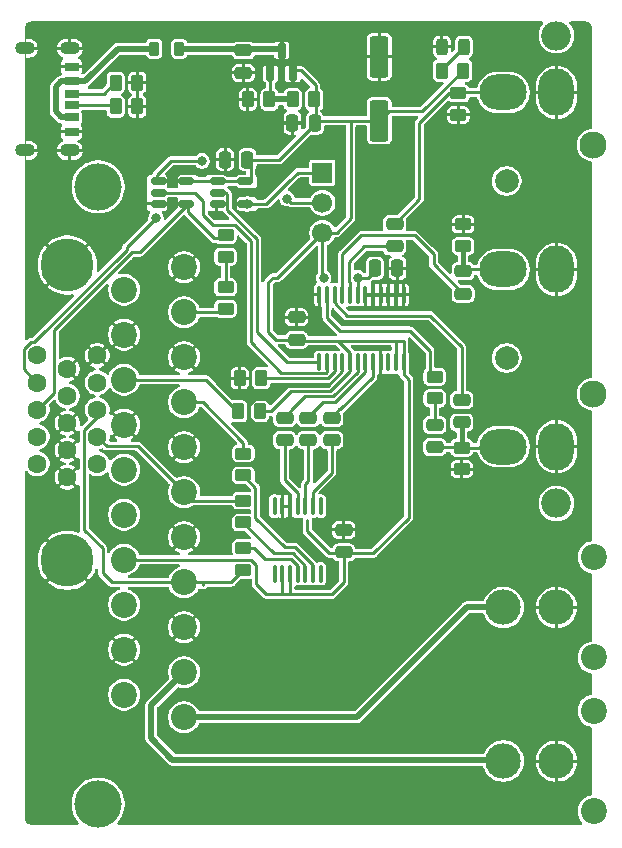
<source format=gbr>
%TF.GenerationSoftware,KiCad,Pcbnew,9.0.5*%
%TF.CreationDate,2025-10-18T14:04:28+13:00*%
%TF.ProjectId,comprgb,636f6d70-7267-4622-9e6b-696361645f70,rev?*%
%TF.SameCoordinates,Original*%
%TF.FileFunction,Copper,L1,Top*%
%TF.FilePolarity,Positive*%
%FSLAX46Y46*%
G04 Gerber Fmt 4.6, Leading zero omitted, Abs format (unit mm)*
G04 Created by KiCad (PCBNEW 9.0.5) date 2025-10-18 14:04:28*
%MOMM*%
%LPD*%
G01*
G04 APERTURE LIST*
G04 Aperture macros list*
%AMRoundRect*
0 Rectangle with rounded corners*
0 $1 Rounding radius*
0 $2 $3 $4 $5 $6 $7 $8 $9 X,Y pos of 4 corners*
0 Add a 4 corners polygon primitive as box body*
4,1,4,$2,$3,$4,$5,$6,$7,$8,$9,$2,$3,0*
0 Add four circle primitives for the rounded corners*
1,1,$1+$1,$2,$3*
1,1,$1+$1,$4,$5*
1,1,$1+$1,$6,$7*
1,1,$1+$1,$8,$9*
0 Add four rect primitives between the rounded corners*
20,1,$1+$1,$2,$3,$4,$5,0*
20,1,$1+$1,$4,$5,$6,$7,0*
20,1,$1+$1,$6,$7,$8,$9,0*
20,1,$1+$1,$8,$9,$2,$3,0*%
G04 Aperture macros list end*
%TA.AperFunction,SMDPad,CuDef*%
%ADD10RoundRect,0.150000X-0.512500X-0.150000X0.512500X-0.150000X0.512500X0.150000X-0.512500X0.150000X0*%
%TD*%
%TA.AperFunction,SMDPad,CuDef*%
%ADD11RoundRect,0.100000X-0.100000X0.637500X-0.100000X-0.637500X0.100000X-0.637500X0.100000X0.637500X0*%
%TD*%
%TA.AperFunction,SMDPad,CuDef*%
%ADD12RoundRect,0.250000X-0.475000X0.250000X-0.475000X-0.250000X0.475000X-0.250000X0.475000X0.250000X0*%
%TD*%
%TA.AperFunction,SMDPad,CuDef*%
%ADD13RoundRect,0.250000X0.475000X-0.250000X0.475000X0.250000X-0.475000X0.250000X-0.475000X-0.250000X0*%
%TD*%
%TA.AperFunction,SMDPad,CuDef*%
%ADD14RoundRect,0.250000X0.262500X0.450000X-0.262500X0.450000X-0.262500X-0.450000X0.262500X-0.450000X0*%
%TD*%
%TA.AperFunction,SMDPad,CuDef*%
%ADD15RoundRect,0.250000X0.450000X-0.262500X0.450000X0.262500X-0.450000X0.262500X-0.450000X-0.262500X0*%
%TD*%
%TA.AperFunction,SMDPad,CuDef*%
%ADD16RoundRect,0.250000X-0.450000X0.262500X-0.450000X-0.262500X0.450000X-0.262500X0.450000X0.262500X0*%
%TD*%
%TA.AperFunction,SMDPad,CuDef*%
%ADD17RoundRect,0.150000X0.150000X-0.587500X0.150000X0.587500X-0.150000X0.587500X-0.150000X-0.587500X0*%
%TD*%
%TA.AperFunction,SMDPad,CuDef*%
%ADD18RoundRect,0.250000X0.550000X-1.500000X0.550000X1.500000X-0.550000X1.500000X-0.550000X-1.500000X0*%
%TD*%
%TA.AperFunction,SMDPad,CuDef*%
%ADD19RoundRect,0.250000X0.250000X0.475000X-0.250000X0.475000X-0.250000X-0.475000X0.250000X-0.475000X0*%
%TD*%
%TA.AperFunction,ComponentPad*%
%ADD20R,1.700000X1.700000*%
%TD*%
%TA.AperFunction,ComponentPad*%
%ADD21C,1.700000*%
%TD*%
%TA.AperFunction,SMDPad,CuDef*%
%ADD22RoundRect,0.250000X-0.262500X-0.450000X0.262500X-0.450000X0.262500X0.450000X-0.262500X0.450000X0*%
%TD*%
%TA.AperFunction,SMDPad,CuDef*%
%ADD23RoundRect,0.218750X0.218750X0.381250X-0.218750X0.381250X-0.218750X-0.381250X0.218750X-0.381250X0*%
%TD*%
%TA.AperFunction,SMDPad,CuDef*%
%ADD24RoundRect,0.250000X-0.250000X-0.475000X0.250000X-0.475000X0.250000X0.475000X-0.250000X0.475000X0*%
%TD*%
%TA.AperFunction,SMDPad,CuDef*%
%ADD25RoundRect,0.243750X-0.243750X-0.456250X0.243750X-0.456250X0.243750X0.456250X-0.243750X0.456250X0*%
%TD*%
%TA.AperFunction,ComponentPad*%
%ADD26C,4.000000*%
%TD*%
%TA.AperFunction,ComponentPad*%
%ADD27C,2.200000*%
%TD*%
%TA.AperFunction,ComponentPad*%
%ADD28O,2.500000X2.500000*%
%TD*%
%TA.AperFunction,ComponentPad*%
%ADD29C,2.300000*%
%TD*%
%TA.AperFunction,ComponentPad*%
%ADD30C,2.000000*%
%TD*%
%TA.AperFunction,ComponentPad*%
%ADD31O,4.000000X3.000000*%
%TD*%
%TA.AperFunction,ComponentPad*%
%ADD32O,3.000000X4.000000*%
%TD*%
%TA.AperFunction,SMDPad,CuDef*%
%ADD33R,1.200000X0.700000*%
%TD*%
%TA.AperFunction,SMDPad,CuDef*%
%ADD34R,1.200000X0.760000*%
%TD*%
%TA.AperFunction,SMDPad,CuDef*%
%ADD35R,1.200000X0.800000*%
%TD*%
%TA.AperFunction,ComponentPad*%
%ADD36O,1.700000X1.100000*%
%TD*%
%TA.AperFunction,ComponentPad*%
%ADD37C,1.600000*%
%TD*%
%TA.AperFunction,ComponentPad*%
%ADD38C,4.500000*%
%TD*%
%TA.AperFunction,WasherPad*%
%ADD39C,2.200000*%
%TD*%
%TA.AperFunction,ComponentPad*%
%ADD40O,3.000000X3.000000*%
%TD*%
%TA.AperFunction,ViaPad*%
%ADD41C,0.800000*%
%TD*%
%TA.AperFunction,Conductor*%
%ADD42C,0.250000*%
%TD*%
%TA.AperFunction,Conductor*%
%ADD43C,0.500000*%
%TD*%
%TA.AperFunction,Conductor*%
%ADD44C,0.400000*%
%TD*%
G04 APERTURE END LIST*
D10*
%TO.P,U6,1*%
%TO.N,VCC*%
X-37637500Y20450000D03*
%TO.P,U6,2*%
%TO.N,Net-(U2-Pad13)*%
X-37637500Y19500000D03*
%TO.P,U6,3*%
%TO.N,GND*%
X-37637500Y18550000D03*
%TO.P,U6,4*%
%TO.N,/VSYNC*%
X-35362500Y18550000D03*
%TO.P,U6,5*%
%TO.N,VCC*%
X-35362500Y20450000D03*
%TD*%
%TO.P,U7,1*%
%TO.N,/VSYNC*%
X-42637500Y20450000D03*
%TO.P,U7,2*%
%TO.N,Net-(U2-Pad14)*%
X-42637500Y19500000D03*
%TO.P,U7,3*%
%TO.N,GND*%
X-42637500Y18550000D03*
%TO.P,U7,4*%
%TO.N,/CSYNC*%
X-40362500Y18550000D03*
%TO.P,U7,5*%
%TO.N,VCC*%
X-40362500Y20450000D03*
%TD*%
D11*
%TO.P,U3,1*%
%TO.N,Net-(U3-Pad1)*%
X-28950000Y-7037500D03*
%TO.P,U3,2*%
%TO.N,Net-(C4-Pad2)*%
X-29600000Y-7037500D03*
%TO.P,U3,3*%
%TO.N,Net-(C5-Pad2)*%
X-30250000Y-7037500D03*
%TO.P,U3,4*%
%TO.N,Net-(C6-Pad2)*%
X-30900000Y-7037500D03*
%TO.P,U3,5*%
%TO.N,GND*%
X-31550000Y-7037500D03*
%TO.P,U3,6*%
X-32200000Y-7037500D03*
%TO.P,U3,7*%
%TO.N,Net-(U3-Pad7)*%
X-32850000Y-7037500D03*
%TO.P,U3,8*%
%TO.N,Net-(U3-Pad8)*%
X-32850000Y-12762500D03*
%TO.P,U3,9*%
%TO.N,VCC*%
X-32200000Y-12762500D03*
%TO.P,U3,10*%
X-31550000Y-12762500D03*
%TO.P,U3,11*%
%TO.N,Net-(R9-Pad2)*%
X-30900000Y-12762500D03*
%TO.P,U3,12*%
%TO.N,Net-(R11-Pad2)*%
X-30250000Y-12762500D03*
%TO.P,U3,13*%
%TO.N,Net-(R10-Pad2)*%
X-29600000Y-12762500D03*
%TO.P,U3,14*%
%TO.N,Net-(U3-Pad14)*%
X-28950000Y-12762500D03*
%TD*%
%TO.P,U2,1*%
%TO.N,GND*%
X-21925000Y10862500D03*
%TO.P,U2,2*%
X-22575000Y10862500D03*
%TO.P,U2,3*%
X-23225000Y10862500D03*
%TO.P,U2,4*%
X-23875000Y10862500D03*
%TO.P,U2,5*%
X-24525000Y10862500D03*
%TO.P,U2,6*%
X-25175000Y10862500D03*
%TO.P,U2,7*%
%TO.N,VCC*%
X-25825000Y10862500D03*
%TO.P,U2,8*%
%TO.N,/Pr*%
X-26475000Y10862500D03*
%TO.P,U2,9*%
%TO.N,/Pb*%
X-27125000Y10862500D03*
%TO.P,U2,10*%
%TO.N,/Y*%
X-27775000Y10862500D03*
%TO.P,U2,11*%
%TO.N,Net-(R6-Pad2)*%
X-28425000Y10862500D03*
%TO.P,U2,12*%
%TO.N,GND*%
X-29075000Y10862500D03*
%TO.P,U2,13*%
%TO.N,Net-(U2-Pad13)*%
X-29075000Y5137500D03*
%TO.P,U2,14*%
%TO.N,Net-(U2-Pad14)*%
X-28425000Y5137500D03*
%TO.P,U2,15*%
%TO.N,Net-(R7-Pad2)*%
X-27775000Y5137500D03*
%TO.P,U2,16*%
%TO.N,GND*%
X-27125000Y5137500D03*
%TO.P,U2,17*%
%TO.N,VCC*%
X-26475000Y5137500D03*
%TO.P,U2,18*%
%TO.N,Net-(C6-Pad1)*%
X-25825000Y5137500D03*
%TO.P,U2,19*%
%TO.N,Net-(C5-Pad1)*%
X-25175000Y5137500D03*
%TO.P,U2,20*%
%TO.N,Net-(C4-Pad1)*%
X-24525000Y5137500D03*
%TO.P,U2,21*%
%TO.N,GND*%
X-23875000Y5137500D03*
%TO.P,U2,22*%
%TO.N,Net-(U2-Pad22)*%
X-23225000Y5137500D03*
%TO.P,U2,23*%
%TO.N,VCC*%
X-22575000Y5137500D03*
%TO.P,U2,24*%
X-21925000Y5137500D03*
%TD*%
D12*
%TO.P,C1,1*%
%TO.N,/Y*%
X-17000000Y1950000D03*
%TO.P,C1,2*%
%TO.N,Net-(C1-Pad2)*%
X-17000000Y50000D03*
%TD*%
D13*
%TO.P,C2,1*%
%TO.N,/Pb*%
X-16900000Y10950000D03*
%TO.P,C2,2*%
%TO.N,Net-(C2-Pad2)*%
X-16900000Y12850000D03*
%TD*%
%TO.P,C3,1*%
%TO.N,/Pr*%
X-22700000Y14950000D03*
%TO.P,C3,2*%
%TO.N,Net-(C3-Pad2)*%
X-22700000Y16850000D03*
%TD*%
D14*
%TO.P,R1,1*%
%TO.N,VCC*%
X-29487500Y27400000D03*
%TO.P,R1,2*%
%TO.N,Net-(R1-Pad2)*%
X-31312500Y27400000D03*
%TD*%
%TO.P,R2,1*%
%TO.N,Net-(R1-Pad2)*%
X-33287500Y27400000D03*
%TO.P,R2,2*%
%TO.N,GND*%
X-35112500Y27400000D03*
%TD*%
D15*
%TO.P,R4,1*%
%TO.N,Net-(C2-Pad2)*%
X-16900000Y14987500D03*
%TO.P,R4,2*%
%TO.N,GND*%
X-16900000Y16812500D03*
%TD*%
D16*
%TO.P,R5,1*%
%TO.N,Net-(C3-Pad2)*%
X-17300000Y27912500D03*
%TO.P,R5,2*%
%TO.N,GND*%
X-17300000Y26087500D03*
%TD*%
%TO.P,R11,1*%
%TO.N,/Green*%
X-35500000Y-6587500D03*
%TO.P,R11,2*%
%TO.N,Net-(R11-Pad2)*%
X-35500000Y-8412500D03*
%TD*%
D17*
%TO.P,U1,1*%
%TO.N,Net-(R1-Pad2)*%
X-33204000Y29620500D03*
%TO.P,U1,2*%
%TO.N,VCC*%
X-31304000Y29620500D03*
%TO.P,U1,3*%
%TO.N,+5V*%
X-32254000Y31495500D03*
%TD*%
D16*
%TO.P,R3,1*%
%TO.N,Net-(C1-Pad2)*%
X-17000000Y-2080500D03*
%TO.P,R3,2*%
%TO.N,GND*%
X-17000000Y-3905500D03*
%TD*%
D12*
%TO.P,C4,1*%
%TO.N,Net-(C4-Pad1)*%
X-28000000Y450000D03*
%TO.P,C4,2*%
%TO.N,Net-(C4-Pad2)*%
X-28000000Y-1450000D03*
%TD*%
%TO.P,C5,1*%
%TO.N,Net-(C5-Pad1)*%
X-30000000Y450000D03*
%TO.P,C5,2*%
%TO.N,Net-(C5-Pad2)*%
X-30000000Y-1450000D03*
%TD*%
%TO.P,C6,1*%
%TO.N,Net-(C6-Pad1)*%
X-32000000Y450000D03*
%TO.P,C6,2*%
%TO.N,Net-(C6-Pad2)*%
X-32000000Y-1450000D03*
%TD*%
D18*
%TO.P,C7,1*%
%TO.N,VCC*%
X-24000000Y25600000D03*
%TO.P,C7,2*%
%TO.N,GND*%
X-24000000Y31000000D03*
%TD*%
D15*
%TO.P,R9,1*%
%TO.N,/Blue*%
X-35500000Y-12412500D03*
%TO.P,R9,2*%
%TO.N,Net-(R9-Pad2)*%
X-35500000Y-10587500D03*
%TD*%
D12*
%TO.P,C8,1*%
%TO.N,+5V*%
X-35500000Y31550000D03*
%TO.P,C8,2*%
%TO.N,GND*%
X-35500000Y29650000D03*
%TD*%
D19*
%TO.P,C9,1*%
%TO.N,VCC*%
X-29450000Y25400000D03*
%TO.P,C9,2*%
%TO.N,GND*%
X-31350000Y25400000D03*
%TD*%
%TO.P,C10,1*%
%TO.N,VCC*%
X-35150000Y22300000D03*
%TO.P,C10,2*%
%TO.N,GND*%
X-37050000Y22300000D03*
%TD*%
D13*
%TO.P,C11,1*%
%TO.N,VCC*%
X-31000000Y7050000D03*
%TO.P,C11,2*%
%TO.N,GND*%
X-31000000Y8950000D03*
%TD*%
%TO.P,C12,1*%
%TO.N,VCC*%
X-27000000Y-10950000D03*
%TO.P,C12,2*%
%TO.N,GND*%
X-27000000Y-9050000D03*
%TD*%
D14*
%TO.P,R16,1*%
%TO.N,GND*%
X-44487500Y28800000D03*
%TO.P,R16,2*%
%TO.N,Net-(J3-PadA5)*%
X-46312500Y28800000D03*
%TD*%
%TO.P,R17,1*%
%TO.N,GND*%
X-44487500Y26800000D03*
%TO.P,R17,2*%
%TO.N,Net-(J3-PadB5)*%
X-46312500Y26800000D03*
%TD*%
D16*
%TO.P,R10,1*%
%TO.N,/Red*%
X-35500000Y-2587500D03*
%TO.P,R10,2*%
%TO.N,Net-(R10-Pad2)*%
X-35500000Y-4412500D03*
%TD*%
D12*
%TO.P,C13,1*%
%TO.N,Net-(C13-Pad1)*%
X-19300000Y-150000D03*
%TO.P,C13,2*%
%TO.N,Net-(C1-Pad2)*%
X-19300000Y-2050000D03*
%TD*%
D20*
%TO.P,J2,1*%
%TO.N,/VSYNC*%
X-28800000Y21200000D03*
D21*
%TO.P,J2,2*%
X-28800000Y18660000D03*
%TO.P,J2,3*%
%TO.N,VCC*%
X-28800000Y16120000D03*
%TD*%
D15*
%TO.P,R6,1*%
%TO.N,Net-(C13-Pad1)*%
X-19300000Y2087500D03*
%TO.P,R6,2*%
%TO.N,Net-(R6-Pad2)*%
X-19300000Y3912500D03*
%TD*%
D22*
%TO.P,R7,1*%
%TO.N,GND*%
X-35812500Y3800000D03*
%TO.P,R7,2*%
%TO.N,Net-(R7-Pad2)*%
X-33987500Y3800000D03*
%TD*%
D14*
%TO.P,R8,1*%
%TO.N,VCC*%
X-34087500Y1000000D03*
%TO.P,R8,2*%
%TO.N,Net-(J4-Pad16)*%
X-35912500Y1000000D03*
%TD*%
D23*
%TO.P,FB1,1*%
%TO.N,+5V*%
X-40937500Y31700000D03*
%TO.P,FB1,2*%
%TO.N,VBUS*%
X-43062500Y31700000D03*
%TD*%
D24*
%TO.P,C14,1*%
%TO.N,VCC*%
X-24350000Y13100000D03*
%TO.P,C14,2*%
%TO.N,GND*%
X-22450000Y13100000D03*
%TD*%
D16*
%TO.P,R12,1*%
%TO.N,/CSYNC*%
X-37000000Y15912500D03*
%TO.P,R12,2*%
%TO.N,Net-(R12-Pad2)*%
X-37000000Y14087500D03*
%TD*%
%TO.P,R13,1*%
%TO.N,Net-(R12-Pad2)*%
X-37000000Y11502500D03*
%TO.P,R13,2*%
%TO.N,Net-(J4-Pad19)*%
X-37000000Y9677500D03*
%TD*%
D25*
%TO.P,D1,1*%
%TO.N,GND*%
X-18687500Y31850000D03*
%TO.P,D1,2*%
%TO.N,Net-(D1-Pad2)*%
X-16812500Y31850000D03*
%TD*%
D22*
%TO.P,R14,1*%
%TO.N,Net-(D1-Pad2)*%
X-18702500Y29845000D03*
%TO.P,R14,2*%
%TO.N,VCC*%
X-16877500Y29845000D03*
%TD*%
D26*
%TO.P,J4,0*%
%TO.N,N/C*%
X-47800000Y20000000D03*
X-47800000Y-32270000D03*
D27*
%TO.P,J4,1*%
%TO.N,Net-(J4-Pad1)*%
X-40520000Y-24905000D03*
%TO.P,J4,2*%
%TO.N,Net-(J4-Pad2)*%
X-45600000Y-23000000D03*
%TO.P,J4,3*%
%TO.N,Net-(J4-Pad3)*%
X-40520000Y-21095000D03*
%TO.P,J4,4*%
%TO.N,GND*%
X-45600000Y-19190000D03*
%TO.P,J4,5*%
X-40520000Y-17285000D03*
%TO.P,J4,6*%
%TO.N,Net-(J4-Pad6)*%
X-45600000Y-15380000D03*
%TO.P,J4,7*%
%TO.N,/Blue*%
X-40520000Y-13475000D03*
%TO.P,J4,8*%
%TO.N,VCC*%
X-45600000Y-11570000D03*
%TO.P,J4,9*%
%TO.N,GND*%
X-40520000Y-9665000D03*
%TO.P,J4,10*%
%TO.N,Net-(J4-Pad10)*%
X-45600000Y-7760000D03*
%TO.P,J4,11*%
%TO.N,/Green*%
X-40520000Y-5855000D03*
%TO.P,J4,12*%
%TO.N,Net-(J4-Pad12)*%
X-45600000Y-3950000D03*
%TO.P,J4,13*%
%TO.N,GND*%
X-40520000Y-2045000D03*
%TO.P,J4,14*%
X-45600000Y-140000D03*
%TO.P,J4,15*%
%TO.N,/Red*%
X-40520000Y1765000D03*
%TO.P,J4,16*%
%TO.N,Net-(J4-Pad16)*%
X-45600000Y3670000D03*
%TO.P,J4,17*%
%TO.N,GND*%
X-40520000Y5575000D03*
%TO.P,J4,18*%
X-45600000Y7480000D03*
%TO.P,J4,19*%
%TO.N,Net-(J4-Pad19)*%
X-40520000Y9385000D03*
%TO.P,J4,20*%
%TO.N,Net-(J4-Pad20)*%
X-45600000Y11290000D03*
%TO.P,J4,21*%
%TO.N,GND*%
X-40520000Y13195000D03*
%TD*%
D28*
%TO.P,J5,*%
%TO.N,*%
X-9000000Y-6800000D03*
D29*
X-5855480Y2466620D03*
D30*
X-13200000Y5500000D03*
X-13200000Y20500000D03*
D29*
X-5855480Y23533380D03*
D28*
X-9000000Y32800000D03*
D31*
%TO.P,J5,1*%
%TO.N,Net-(C2-Pad2)*%
X-13500000Y13000000D03*
%TO.P,J5,2*%
%TO.N,Net-(C3-Pad2)*%
X-13500000Y28000000D03*
%TO.P,J5,3*%
%TO.N,Net-(C1-Pad2)*%
X-13500000Y-2000000D03*
D32*
%TO.P,J5,4*%
%TO.N,GND*%
X-9000000Y-2000000D03*
X-9000000Y13000000D03*
X-9000000Y28000000D03*
%TD*%
D33*
%TO.P,J3,A5*%
%TO.N,Net-(J3-PadA5)*%
X-50050000Y27900000D03*
D34*
%TO.P,J3,A9*%
%TO.N,VBUS*%
X-50050000Y25880000D03*
D35*
%TO.P,J3,A12*%
%TO.N,GND*%
X-50050000Y24650000D03*
D33*
%TO.P,J3,B5*%
%TO.N,Net-(J3-PadB5)*%
X-50050000Y26900000D03*
D34*
%TO.P,J3,B9*%
%TO.N,VBUS*%
X-50050000Y28920000D03*
D35*
%TO.P,J3,B12*%
%TO.N,GND*%
X-50050000Y30150000D03*
D36*
%TO.P,J3,S1*%
X-54000000Y23080000D03*
X-50200000Y23080000D03*
X-54000000Y31720000D03*
X-50200000Y31720000D03*
%TD*%
D37*
%TO.P,J1,1*%
%TO.N,/Red*%
X-47860000Y-3440000D03*
%TO.P,J1,2*%
%TO.N,/Green*%
X-47860000Y-1150000D03*
%TO.P,J1,3*%
%TO.N,/Blue*%
X-47860000Y1140000D03*
%TO.P,J1,4*%
%TO.N,Net-(J1-Pad4)*%
X-47860000Y3430000D03*
%TO.P,J1,5*%
%TO.N,GND*%
X-47860000Y5720000D03*
%TO.P,J1,6*%
X-50400000Y-4580000D03*
%TO.P,J1,7*%
X-50400000Y-2290000D03*
%TO.P,J1,8*%
X-50400000Y0D03*
%TO.P,J1,9*%
%TO.N,VS*%
X-50400000Y2290000D03*
D38*
%TO.P,J1,10*%
%TO.N,GND*%
X-50400000Y13380000D03*
D37*
X-50400000Y4580000D03*
D38*
X-50400000Y-11620000D03*
D37*
%TO.P,J1,11*%
%TO.N,Net-(J1-Pad11)*%
X-52940000Y-3440000D03*
%TO.P,J1,12*%
%TO.N,Net-(J1-Pad12)*%
X-52940000Y-1150000D03*
%TO.P,J1,13*%
%TO.N,/CSYNC*%
X-52940000Y1140000D03*
%TO.P,J1,14*%
%TO.N,/VSYNC*%
X-52940000Y3430000D03*
%TO.P,J1,15*%
%TO.N,Net-(J1-Pad15)*%
X-52940000Y5720000D03*
%TD*%
D39*
%TO.P,JR1,*%
%TO.N,*%
X-5850000Y-11350000D03*
X-5850000Y-19850000D03*
D40*
%TO.P,JR1,1*%
%TO.N,Net-(J4-Pad1)*%
X-13500000Y-15600000D03*
%TO.P,JR1,2*%
%TO.N,GND*%
X-9000000Y-15600000D03*
%TD*%
D39*
%TO.P,JU1,*%
%TO.N,*%
X-5850000Y-24370000D03*
X-5850000Y-32870000D03*
D40*
%TO.P,JU1,1*%
%TO.N,Net-(J4-Pad3)*%
X-13500000Y-28620000D03*
%TO.P,JU1,2*%
%TO.N,GND*%
X-9000000Y-28620000D03*
%TD*%
D41*
%TO.N,VCC*%
X-25800000Y12300000D03*
X-28700000Y12300000D03*
%TO.N,GND*%
X-52500000Y-32800000D03*
X-18800000Y20200000D03*
X-18600000Y5400000D03*
X-40400000Y16700000D03*
X-22900000Y3600000D03*
X-25600000Y30200000D03*
X-30900000Y-3100000D03*
X-29900000Y6000000D03*
X-46300000Y32800000D03*
X-25700000Y-26400000D03*
X-41100000Y29200000D03*
X-22500000Y-400000D03*
X-33700000Y25200000D03*
X-32300000Y10300000D03*
X-15600000Y3400000D03*
X-19000000Y25500000D03*
X-21100000Y14600000D03*
X-33500000Y13600000D03*
X-25200000Y16900000D03*
X-30200000Y11000000D03*
X-33700000Y-300000D03*
X-21200000Y12000000D03*
X-19400000Y7200000D03*
X-25400000Y23000000D03*
X-35400000Y-23400000D03*
X-51000000Y-6800000D03*
X-36900000Y7900000D03*
X-22600000Y-7400000D03*
X-35800000Y12700000D03*
X-33100000Y-4100000D03*
X-28800000Y7900000D03*
X-43200000Y1200000D03*
X-18500000Y14100000D03*
X-52600000Y-17000000D03*
X-15500000Y11400000D03*
X-19200000Y16400000D03*
X-16400000Y-18600000D03*
X-37800000Y17600000D03*
X-43100000Y-12500000D03*
X-29700000Y31300000D03*
X-37800000Y-3800000D03*
X-35100000Y-14000000D03*
X-20900000Y10000000D03*
X-15100000Y16700000D03*
X-22000000Y22800000D03*
X-39000000Y27400000D03*
X-39300000Y-33100000D03*
X-20000000Y-15600000D03*
X-27400000Y24200000D03*
X-17800000Y3400000D03*
X-18200000Y-26000000D03*
X-37600000Y-9200000D03*
X-43600000Y-21400000D03*
X-29000000Y-3000000D03*
X-27600000Y-5100000D03*
X-20600000Y1100000D03*
X-32700000Y21400000D03*
X-38200000Y5800000D03*
X-23000000Y19400000D03*
X-38800000Y-200000D03*
X-29600000Y13800000D03*
X-26700000Y-400000D03*
X-18300000Y10700000D03*
X-42800000Y-29200000D03*
X-25500000Y-9000000D03*
X-36900000Y-26600000D03*
X-33600000Y17100000D03*
X-20300000Y17000000D03*
X-37300000Y3700000D03*
X-20800000Y4800000D03*
X-28100000Y-21600000D03*
X-16200000Y-13200000D03*
X-32450000Y2750000D03*
X-17900000Y-33100000D03*
X-45600000Y16400000D03*
X-17700000Y8700000D03*
X-43200000Y6200000D03*
X-18500000Y-4500000D03*
X-42400000Y13600000D03*
X-47400000Y-6200000D03*
X-25000000Y1700000D03*
X-21900000Y25300000D03*
X-33900000Y19700000D03*
X-32600000Y8000000D03*
X-42800000Y-7800000D03*
X-20600000Y-2800000D03*
X-19800000Y28200000D03*
X-20700000Y-9000000D03*
X-45000000Y-26000000D03*
%TO.N,/VSYNC*%
X-31800000Y19000000D03*
X-35190000Y18550000D03*
X-39000000Y22200000D03*
X-42887686Y17373750D03*
%TD*%
D42*
%TO.N,/Red*%
X-35500000Y-1655000D02*
X-38920000Y1765000D01*
X-38920000Y1765000D02*
X-40520000Y1765000D01*
X-35500000Y-2562500D02*
X-35500000Y-1655000D01*
%TO.N,/Green*%
X-44425001Y-1949999D02*
X-41619999Y-4755001D01*
X-41619999Y-4755001D02*
X-40520000Y-5855000D01*
X-35500000Y-6562500D02*
X-39812500Y-6562500D01*
X-47060001Y-1949999D02*
X-44425001Y-1949999D01*
X-39812500Y-6562500D02*
X-40520000Y-5855000D01*
X-47860000Y-1150000D02*
X-47060001Y-1949999D01*
%TO.N,/Blue*%
X-48985001Y-609999D02*
X-47860000Y515002D01*
X-38920000Y-13705000D02*
X-38920000Y-13475000D01*
X-47860000Y515002D02*
X-47860000Y1140000D01*
X-46625000Y-13475000D02*
X-47400000Y-12700000D01*
X-38920000Y-13475000D02*
X-46625000Y-13475000D01*
X-47400000Y-10600000D02*
X-48985001Y-9014999D01*
X-35500000Y-12437500D02*
X-36537500Y-13475000D01*
X-36537500Y-13475000D02*
X-38920000Y-13475000D01*
X-48985001Y-9014999D02*
X-48985001Y-609999D01*
X-47400000Y-12700000D02*
X-47400000Y-10600000D01*
%TO.N,VCC*%
X-21500000Y3626998D02*
X-21525001Y3651999D01*
X-26400000Y25600000D02*
X-29175000Y25600000D01*
X-33000000Y12300000D02*
X-33399999Y11900001D01*
X-31550000Y-14450000D02*
X-31500000Y-14500000D01*
X-31000000Y6975000D02*
X-27500000Y6975000D01*
X-22575000Y6975000D02*
X-23825000Y6975000D01*
X-32475000Y22300000D02*
X-29375000Y25400000D01*
X-26475000Y5950000D02*
X-26475000Y5150000D01*
X-37050000Y20450000D02*
X-35190000Y20450000D01*
X-30100000Y-9150000D02*
X-28225000Y-11025000D01*
X-33399999Y7726997D02*
X-32723002Y7050000D01*
X-28800000Y16120000D02*
X-27597919Y16120000D01*
X-30100000Y-8200000D02*
X-30100000Y-9150000D01*
X-27000000Y-13500000D02*
X-27000000Y-11025000D01*
X-27800000Y-11025000D02*
X-27825000Y-11000000D01*
X-21525001Y3725001D02*
X-21925000Y4125000D01*
X-34890000Y20750000D02*
X-34890000Y21110000D01*
X-33399999Y11900001D02*
X-33399999Y7726997D01*
X-21925000Y6975000D02*
X-22575000Y6975000D01*
X-30654000Y29858000D02*
X-29375000Y28579000D01*
X-29375000Y28579000D02*
X-29375000Y26200000D01*
X-37050000Y20450000D02*
X-36850000Y20450000D01*
X-28163590Y2700000D02*
X-31436410Y2700000D01*
X-25825000Y10850000D02*
X-25825000Y12275000D01*
X-23200000Y26400000D02*
X-20338190Y26400000D01*
X-28800000Y12400000D02*
X-28700000Y12300000D01*
X-26400000Y17317919D02*
X-26400000Y17800000D01*
X-23825000Y6975000D02*
X-27500000Y6975000D01*
X-28225000Y-11025000D02*
X-27800000Y-11025000D01*
X-24525000Y-11025000D02*
X-21500000Y-8000000D01*
X-34890000Y21110000D02*
X-34890000Y22115000D01*
X-24950000Y12300000D02*
X-24350000Y12900000D01*
X-31750000Y-14500000D02*
X-31500000Y-14500000D01*
X-24000000Y25600000D02*
X-26400000Y25600000D01*
X-35190000Y20450000D02*
X-34890000Y20750000D01*
X-33550000Y-14500000D02*
X-32200000Y-14500000D01*
X-27000000Y-11025000D02*
X-24525000Y-11025000D01*
X-31500000Y-14500000D02*
X-28000000Y-14500000D01*
X-21500000Y-8000000D02*
X-21500000Y3626998D01*
X-28000000Y-14500000D02*
X-27000000Y-13500000D01*
X-21525001Y3651999D02*
X-21525001Y3725001D01*
X-34830000Y-11570000D02*
X-34400000Y-12000000D01*
X-27500000Y6975000D02*
X-26475000Y5950000D01*
X-35175000Y20350000D02*
X-35190000Y20350000D01*
X-33136410Y1000000D02*
X-33975000Y1000000D01*
X-21925000Y4125000D02*
X-21925000Y6975000D01*
X-25825000Y12275000D02*
X-25800000Y12300000D01*
X-33000000Y12300000D02*
X-32620000Y12300000D01*
X-29375000Y26200000D02*
X-29375000Y25400000D01*
X-22575000Y5150000D02*
X-22575000Y6975000D01*
X-40190000Y20450000D02*
X-37050000Y20450000D01*
X-32200000Y-12762500D02*
X-32200000Y-14500000D01*
X-16893190Y29845000D02*
X-16877500Y29845000D01*
X-34400000Y-13650000D02*
X-33550000Y-14500000D01*
X-45600000Y-11570000D02*
X-34830000Y-11570000D01*
X-31304000Y29858000D02*
X-30654000Y29858000D01*
X-35190000Y20350000D02*
X-35190000Y20450000D01*
X-24000000Y25600000D02*
X-23200000Y26400000D01*
X-32723002Y7050000D02*
X-31000000Y7050000D01*
X-35075000Y22300000D02*
X-32475000Y22300000D01*
X-29175000Y25600000D02*
X-29375000Y25400000D01*
X-27800000Y-11025000D02*
X-27000000Y-11025000D01*
X-32200000Y-14500000D02*
X-31750000Y-14500000D01*
X-31436410Y2700000D02*
X-33136410Y1000000D01*
X-20338190Y26400000D02*
X-16893190Y29845000D01*
X-27500000Y6975000D02*
X-27025000Y6975000D01*
X-31550000Y-12762500D02*
X-31550000Y-14450000D01*
X-32620000Y12300000D02*
X-28800000Y16120000D01*
X-26475000Y5150000D02*
X-26475000Y4388590D01*
X-26400000Y17800000D02*
X-26400000Y25600000D01*
X-34400000Y-12000000D02*
X-34400000Y-13650000D01*
X-25800000Y12300000D02*
X-24950000Y12300000D01*
X-31900000Y-14500000D02*
X-31750000Y-14500000D01*
X-27597919Y16120000D02*
X-26400000Y17317919D01*
X-28800000Y16120000D02*
X-28800000Y12400000D01*
X-26475000Y4388590D02*
X-28163590Y2700000D01*
X-34890000Y22115000D02*
X-35075000Y22300000D01*
%TO.N,Net-(R1-Pad2)*%
X-33204000Y29558000D02*
X-33204000Y27483500D01*
D43*
X-33204000Y27429000D02*
X-33175000Y27400000D01*
D42*
X-33204000Y27483500D02*
X-33287500Y27400000D01*
D43*
X-31425000Y27400000D02*
X-33175000Y27400000D01*
D42*
%TO.N,GND*%
X-32450000Y2750000D02*
X-33174990Y2025010D01*
X-34265685Y-300000D02*
X-33700000Y-300000D01*
X-33174990Y2025010D02*
X-34538180Y2025010D01*
X-27125000Y4375000D02*
X-28349990Y3150010D01*
X-32049990Y3150010D02*
X-32450000Y2750000D01*
X-35124990Y559305D02*
X-34265685Y-300000D01*
X-22450000Y12900000D02*
X-22450000Y10975000D01*
X-25175000Y10850000D02*
X-21925000Y10850000D01*
X-34538180Y2025010D02*
X-35124990Y1438200D01*
X-28349990Y3150010D02*
X-32049990Y3150010D01*
X-35124990Y1438200D02*
X-35124990Y559305D01*
X-27125000Y5150000D02*
X-27125000Y4375000D01*
X-22450000Y10975000D02*
X-22575000Y10850000D01*
D43*
%TO.N,+5V*%
X-40937500Y31700000D02*
X-32396000Y31700000D01*
D42*
X-40795500Y31558000D02*
X-40937500Y31700000D01*
D43*
X-32396000Y31700000D02*
X-32254000Y31558000D01*
D42*
%TO.N,Net-(C4-Pad2)*%
X-29600000Y-7037500D02*
X-29600000Y-5800000D01*
X-28000000Y-4200000D02*
X-28000000Y-1450000D01*
X-29600000Y-5800000D02*
X-28000000Y-4200000D01*
%TO.N,Net-(C4-Pad1)*%
X-28000000Y525000D02*
X-27376628Y1148372D01*
X-24525000Y4350000D02*
X-24525000Y5150000D01*
X-27376628Y1148372D02*
X-27315217Y1148372D01*
X-24525000Y3938589D02*
X-24525000Y4350000D01*
X-27315217Y1148372D02*
X-24525000Y3938589D01*
%TO.N,Net-(C5-Pad2)*%
X-30250000Y-5200000D02*
X-30000000Y-4950000D01*
X-30000000Y-4950000D02*
X-30000000Y-1450000D01*
X-30250000Y-7037500D02*
X-30250000Y-5200000D01*
%TO.N,Net-(C5-Pad1)*%
X-29376628Y1148372D02*
X-30000000Y525000D01*
X-25175000Y5150000D02*
X-25175000Y4350000D01*
X-27725022Y1799978D02*
X-28725022Y1799978D01*
X-25175000Y4350000D02*
X-27725022Y1799978D01*
X-28725022Y1799978D02*
X-29376628Y1148372D01*
%TO.N,Net-(C6-Pad2)*%
X-32000000Y-2200000D02*
X-32000000Y-1525000D01*
X-30900000Y-5936410D02*
X-32000000Y-4836410D01*
X-30900000Y-7037500D02*
X-30900000Y-5936410D01*
X-32000000Y-4836410D02*
X-32000000Y-2200000D01*
%TO.N,Net-(C6-Pad1)*%
X-31376628Y1148372D02*
X-32000000Y525000D01*
X-25825000Y4350000D02*
X-27925011Y2249989D01*
X-25825000Y5150000D02*
X-25825000Y4350000D01*
X-30275011Y2249989D02*
X-31376628Y1148372D01*
X-27925011Y2249989D02*
X-30275011Y2249989D01*
%TO.N,Net-(R10-Pad2)*%
X-31125000Y-10500000D02*
X-32000000Y-10500000D01*
X-32000000Y-10500000D02*
X-34474990Y-8025010D01*
X-29600000Y-12762500D02*
X-29600000Y-12025000D01*
X-34474990Y-5462510D02*
X-35500000Y-4437500D01*
X-34474990Y-8025010D02*
X-34474990Y-5462510D01*
X-29600000Y-12025000D02*
X-31125000Y-10500000D01*
%TO.N,Net-(R9-Pad2)*%
X-33700000Y-11500000D02*
X-34637500Y-10562500D01*
X-31473942Y-11500000D02*
X-33700000Y-11500000D01*
X-30900000Y-12073942D02*
X-31473942Y-11500000D01*
X-30900000Y-12762500D02*
X-30900000Y-12073942D01*
X-34637500Y-10562500D02*
X-35500000Y-10562500D01*
%TO.N,Net-(R11-Pad2)*%
X-31323942Y-11000000D02*
X-30250000Y-12073942D01*
X-30250000Y-12073942D02*
X-30250000Y-12762500D01*
X-32937500Y-11000000D02*
X-31323942Y-11000000D01*
X-35500000Y-8437500D02*
X-32937500Y-11000000D01*
%TO.N,/VSYNC*%
X-31460000Y18660000D02*
X-31800000Y19000000D01*
X-33550000Y18550000D02*
X-31900000Y20200000D01*
X-53191409Y6845001D02*
X-45375012Y14661398D01*
X-52940000Y3430000D02*
X-54065001Y4555001D01*
X-54065001Y4555001D02*
X-54065001Y6260001D01*
X-41635000Y22200000D02*
X-42810000Y21025000D01*
X-28800000Y18660000D02*
X-31460000Y18660000D01*
X-54065001Y6260001D02*
X-53480001Y6845001D01*
X-53480001Y6845001D02*
X-53191409Y6845001D01*
X-42810000Y21025000D02*
X-42810000Y20450000D01*
X-45375012Y14661398D02*
X-45375012Y14886424D01*
X-35190000Y18550000D02*
X-33550000Y18550000D01*
X-31900000Y20200000D02*
X-31560000Y20540000D01*
X-30900000Y21200000D02*
X-31900000Y20200000D01*
X-28800000Y21200000D02*
X-30900000Y21200000D01*
X-39000000Y22200000D02*
X-41635000Y22200000D01*
X-45375012Y14886424D02*
X-42887686Y17373750D01*
%TO.N,Net-(J3-PadB5)*%
X-50050000Y26900000D02*
X-46525000Y26900000D01*
X-46525000Y26900000D02*
X-46425000Y26800000D01*
%TO.N,Net-(J3-PadA5)*%
X-47325000Y27900000D02*
X-46425000Y28800000D01*
X-50050000Y27900000D02*
X-47325000Y27900000D01*
D43*
%TO.N,Net-(J4-Pad1)*%
X-40520000Y-24905000D02*
X-37405000Y-24905000D01*
X-16600000Y-15600000D02*
X-25905000Y-24905000D01*
X-25905000Y-24905000D02*
X-27595000Y-24905000D01*
X-27595000Y-24905000D02*
X-37405000Y-24905000D01*
X-13500000Y-15600000D02*
X-16600000Y-15600000D01*
X-37405000Y-24905000D02*
X-38920000Y-24905000D01*
D42*
%TO.N,Net-(J4-Pad16)*%
X-44000000Y3670000D02*
X-45600000Y3670000D01*
X-36025000Y1000000D02*
X-38695000Y3670000D01*
X-38695000Y3670000D02*
X-44000000Y3670000D01*
D43*
%TO.N,Net-(J4-Pad3)*%
X-15500000Y-28500000D02*
X-13620000Y-28500000D01*
X-43300000Y-23875000D02*
X-40520000Y-21095000D01*
X-41500000Y-28500000D02*
X-43300000Y-26700000D01*
X-15500000Y-28500000D02*
X-41500000Y-28500000D01*
X-43300000Y-26700000D02*
X-43300000Y-23875000D01*
D42*
%TO.N,Net-(U2-Pad14)*%
X-28425000Y4350000D02*
X-28425000Y5150000D01*
X-34825010Y6825010D02*
X-32274999Y4274999D01*
X-28500001Y4274999D02*
X-28425000Y4350000D01*
X-34825010Y15388600D02*
X-34825010Y6825010D01*
X-39619998Y19500000D02*
X-38900000Y18780002D01*
X-38900000Y17600000D02*
X-38100000Y16800000D01*
X-31547819Y4274999D02*
X-31374999Y4274999D01*
X-36236410Y16800000D02*
X-34825010Y15388600D01*
X-31374999Y4274999D02*
X-28500001Y4274999D01*
X-38100000Y16800000D02*
X-36236410Y16800000D01*
X-42810000Y19500000D02*
X-39619998Y19500000D01*
X-38900000Y18780002D02*
X-38900000Y17600000D01*
X-32274999Y4274999D02*
X-31374999Y4274999D01*
%TO.N,Net-(U2-Pad13)*%
X-36950000Y19500000D02*
X-37810000Y19500000D01*
X-31786410Y5150000D02*
X-34375000Y7738590D01*
X-29075000Y5150000D02*
X-31786410Y5150000D01*
X-36874999Y19424999D02*
X-36950000Y19500000D01*
X-36874999Y18074999D02*
X-36874999Y19424999D01*
X-34375000Y15575000D02*
X-36874999Y18074999D01*
X-34375000Y7738590D02*
X-34375000Y15575000D01*
%TO.N,Net-(C1-Pad2)*%
X-13580500Y-2080500D02*
X-13500000Y-2000000D01*
D44*
X-17000000Y-25000D02*
X-17000000Y-1968000D01*
D42*
X-17000000Y50000D02*
X-17000000Y-2080500D01*
X-17000000Y-2080500D02*
X-13580500Y-2080500D01*
X-17025000Y0D02*
X-17000000Y-25000D01*
X-17030500Y-2050000D02*
X-17000000Y-2080500D01*
X-19300000Y-2050000D02*
X-17030500Y-2050000D01*
%TO.N,/Y*%
X-17000000Y1950000D02*
X-17000000Y6400000D01*
X-17000000Y6400000D02*
X-19700000Y9100000D01*
X-27775000Y10164998D02*
X-27775000Y10850000D01*
X-26710002Y9100000D02*
X-27775000Y10164998D01*
X-19700000Y9100000D02*
X-26710002Y9100000D01*
D44*
%TO.N,Net-(C2-Pad2)*%
X-16900000Y12925000D02*
X-16900000Y14875000D01*
X-17050000Y14875000D02*
X-16900000Y14875000D01*
D42*
X-13500000Y13000000D02*
X-16750000Y13000000D01*
X-16750000Y13000000D02*
X-16900000Y12850000D01*
%TO.N,/Pb*%
X-27125000Y10850000D02*
X-27125000Y14275000D01*
X-27125000Y14275000D02*
X-25500000Y15900000D01*
X-19400000Y14300000D02*
X-19400000Y13450000D01*
X-19400000Y13450000D02*
X-16900000Y10950000D01*
X-25500000Y15900000D02*
X-21000000Y15900000D01*
X-21000000Y15900000D02*
X-19400000Y14300000D01*
%TO.N,Net-(C3-Pad2)*%
X-13500000Y28000000D02*
X-17212500Y28000000D01*
X-20600000Y18950000D02*
X-22700000Y16850000D01*
X-17300000Y27912500D02*
X-18087500Y27912500D01*
X-17212500Y28000000D02*
X-17300000Y27912500D01*
X-18087500Y27912500D02*
X-20600000Y25400000D01*
X-20600000Y25400000D02*
X-20600000Y18950000D01*
%TO.N,/Pr*%
X-26525001Y11951999D02*
X-26525001Y13674999D01*
X-26475000Y10850000D02*
X-26475000Y11901998D01*
X-22700000Y14950000D02*
X-25250000Y14950000D01*
X-25250000Y14950000D02*
X-26525001Y13674999D01*
X-26475000Y11901998D02*
X-26525001Y11951999D01*
%TO.N,Net-(C13-Pad1)*%
X-19300000Y2087500D02*
X-19300000Y-150000D01*
%TO.N,Net-(R6-Pad2)*%
X-19700000Y6100000D02*
X-19700000Y4312500D01*
X-28425000Y8925000D02*
X-27300000Y7800000D01*
X-28425000Y10850000D02*
X-28425000Y8925000D01*
X-27300000Y7800000D02*
X-21400000Y7800000D01*
X-21400000Y7800000D02*
X-19700000Y6100000D01*
X-19700000Y4312500D02*
X-19300000Y3912500D01*
%TO.N,Net-(R7-Pad2)*%
X-27775000Y4363590D02*
X-28169295Y3969295D01*
X-28338590Y3800000D02*
X-28169295Y3969295D01*
X-27775000Y5150000D02*
X-27775000Y4363590D01*
X-33875000Y3800000D02*
X-28338590Y3800000D01*
%TO.N,/CSYNC*%
X-51525001Y6874999D02*
X-51525001Y2554999D01*
X-37262509Y15649991D02*
X-37000000Y15912500D01*
X-51525001Y2554999D02*
X-52140001Y1939999D01*
X-51500000Y7900000D02*
X-51500000Y6874999D01*
X-44265002Y14474998D02*
X-40190000Y18550000D01*
X-52140001Y1939999D02*
X-52940000Y1140000D01*
X-45250000Y14150000D02*
X-51500000Y7900000D01*
X-51500000Y6874999D02*
X-51525001Y6874999D01*
X-40190000Y17853590D02*
X-37986401Y15649991D01*
X-40190000Y18550000D02*
X-40190000Y17853590D01*
X-45250000Y14150000D02*
X-44925002Y14474998D01*
X-37986401Y15649991D02*
X-37262509Y15649991D01*
X-45250000Y14115000D02*
X-45250000Y14150000D01*
X-44925002Y14474998D02*
X-44265002Y14474998D01*
D43*
%TO.N,VBUS*%
X-46141998Y31700000D02*
X-48921998Y28920000D01*
X-50050000Y28920000D02*
X-50900000Y28920000D01*
X-51400000Y28420000D02*
X-51400000Y26380000D01*
X-50050000Y28920000D02*
X-48921998Y28920000D01*
X-50900000Y25880000D02*
X-50050000Y25880000D01*
X-50900000Y28920000D02*
X-51400000Y28420000D01*
X-43062500Y31700000D02*
X-46141998Y31700000D01*
X-51400000Y26380000D02*
X-50900000Y25880000D01*
D42*
%TO.N,Net-(J4-Pad19)*%
X-37292500Y9385000D02*
X-37000000Y9677500D01*
X-40520000Y9385000D02*
X-37292500Y9385000D01*
%TO.N,Net-(R12-Pad2)*%
X-37000000Y11502500D02*
X-37000000Y14087500D01*
%TO.N,Net-(D1-Pad2)*%
X-18702500Y29960000D02*
X-16812500Y31850000D01*
X-18702500Y29845000D02*
X-18702500Y29960000D01*
%TD*%
%TA.AperFunction,Conductor*%
%TO.N,GND*%
G36*
X-10158097Y33979998D02*
G01*
X-10111604Y33926342D01*
X-10101500Y33856068D01*
X-10130994Y33791488D01*
X-10137123Y33784905D01*
X-10144513Y33777516D01*
X-10144516Y33777513D01*
X-10283341Y33586437D01*
X-10283343Y33586433D01*
X-10390568Y33375992D01*
X-10463553Y33151368D01*
X-10500500Y32918092D01*
X-10500500Y32681908D01*
X-10463553Y32448632D01*
X-10390568Y32224008D01*
X-10283343Y32013567D01*
X-10283341Y32013564D01*
X-10144516Y31822488D01*
X-9977513Y31655485D01*
X-9949106Y31634846D01*
X-9786433Y31516657D01*
X-9575992Y31409432D01*
X-9351368Y31336447D01*
X-9118092Y31299500D01*
X-9118089Y31299500D01*
X-8881911Y31299500D01*
X-8881908Y31299500D01*
X-8648632Y31336447D01*
X-8424008Y31409432D01*
X-8213567Y31516657D01*
X-8022490Y31655483D01*
X-7855483Y31822490D01*
X-7716657Y32013567D01*
X-7609432Y32224008D01*
X-7536447Y32448632D01*
X-7499500Y32681908D01*
X-7499500Y32918092D01*
X-7536447Y33151368D01*
X-7609432Y33375992D01*
X-7716657Y33586433D01*
X-7855483Y33777510D01*
X-7855485Y33777513D01*
X-7862877Y33784905D01*
X-7896903Y33847217D01*
X-7891838Y33918032D01*
X-7849291Y33974868D01*
X-7782771Y33999679D01*
X-7773782Y34000000D01*
X-6508258Y34000000D01*
X-6491813Y33998922D01*
X-6463799Y33995235D01*
X-6387036Y33985129D01*
X-6355269Y33976617D01*
X-6265325Y33939361D01*
X-6236841Y33922916D01*
X-6198224Y33893283D01*
X-6159607Y33863651D01*
X-6136350Y33840394D01*
X-6077086Y33763161D01*
X-6060639Y33734674D01*
X-6023385Y33644735D01*
X-6014872Y33612964D01*
X-6001078Y33508190D01*
X-6000000Y33491743D01*
X-6000000Y25036062D01*
X-6020002Y24967941D01*
X-6073658Y24921448D01*
X-6106286Y24911614D01*
X-6162476Y24902715D01*
X-6183438Y24899394D01*
X-6393082Y24831277D01*
X-6393088Y24831274D01*
X-6589506Y24731193D01*
X-6767848Y24601620D01*
X-6767851Y24601618D01*
X-6923718Y24445751D01*
X-6923720Y24445748D01*
X-7053293Y24267406D01*
X-7153374Y24070988D01*
X-7153377Y24070982D01*
X-7221494Y23861335D01*
X-7221495Y23861331D01*
X-7255980Y23643602D01*
X-7255980Y23423158D01*
X-7221495Y23205429D01*
X-7221494Y23205426D01*
X-7160380Y23017331D01*
X-7153375Y22995774D01*
X-7053295Y22799358D01*
X-6923722Y22621015D01*
X-6923720Y22621013D01*
X-6923718Y22621010D01*
X-6767851Y22465143D01*
X-6767848Y22465141D01*
X-6767845Y22465138D01*
X-6589502Y22335565D01*
X-6393086Y22235485D01*
X-6183431Y22167365D01*
X-6106287Y22155147D01*
X-6042137Y22124736D01*
X-6004609Y22064468D01*
X-6000000Y22030699D01*
X-6000000Y3969302D01*
X-6020002Y3901181D01*
X-6073658Y3854688D01*
X-6106286Y3844854D01*
X-6162476Y3835955D01*
X-6183438Y3832634D01*
X-6393082Y3764517D01*
X-6393088Y3764514D01*
X-6589506Y3664433D01*
X-6767848Y3534860D01*
X-6767851Y3534858D01*
X-6923718Y3378991D01*
X-6923720Y3378988D01*
X-7053293Y3200646D01*
X-7153374Y3004228D01*
X-7153377Y3004222D01*
X-7221323Y2795100D01*
X-7221495Y2794571D01*
X-7255980Y2576842D01*
X-7255980Y2356398D01*
X-7221495Y2138669D01*
X-7221494Y2138666D01*
X-7158274Y1944090D01*
X-7153375Y1929014D01*
X-7053295Y1732598D01*
X-6923722Y1554255D01*
X-6923720Y1554253D01*
X-6923718Y1554250D01*
X-6767851Y1398383D01*
X-6767848Y1398381D01*
X-6767845Y1398378D01*
X-6589502Y1268805D01*
X-6393086Y1168725D01*
X-6183431Y1100605D01*
X-6106287Y1088387D01*
X-6042137Y1057976D01*
X-6004609Y997708D01*
X-6000000Y963939D01*
X-6000000Y-9898809D01*
X-6020002Y-9966930D01*
X-6073658Y-10013423D01*
X-6106288Y-10023257D01*
X-6166243Y-10032754D01*
X-6166246Y-10032754D01*
X-6166247Y-10032755D01*
X-6368412Y-10098443D01*
X-6368414Y-10098444D01*
X-6557820Y-10194951D01*
X-6729795Y-10319898D01*
X-6729798Y-10319900D01*
X-6880099Y-10470202D01*
X-6880102Y-10470205D01*
X-6880104Y-10470208D01*
X-6919918Y-10525008D01*
X-7005049Y-10642180D01*
X-7101556Y-10831586D01*
X-7101557Y-10831588D01*
X-7164227Y-11024467D01*
X-7167246Y-11033757D01*
X-7200500Y-11243713D01*
X-7200500Y-11456287D01*
X-7167246Y-11666243D01*
X-7101557Y-11868412D01*
X-7014420Y-12039428D01*
X-7005049Y-12057819D01*
X-6982822Y-12088412D01*
X-6880104Y-12229792D01*
X-6880102Y-12229794D01*
X-6880100Y-12229797D01*
X-6729798Y-12380099D01*
X-6729795Y-12380101D01*
X-6729792Y-12380104D01*
X-6557816Y-12505051D01*
X-6368412Y-12601557D01*
X-6166243Y-12667246D01*
X-6106287Y-12676742D01*
X-6042136Y-12707153D01*
X-6004609Y-12767421D01*
X-6000000Y-12801190D01*
X-6000000Y-18398809D01*
X-6020002Y-18466930D01*
X-6073658Y-18513423D01*
X-6106288Y-18523257D01*
X-6166243Y-18532754D01*
X-6166246Y-18532754D01*
X-6166247Y-18532755D01*
X-6368412Y-18598443D01*
X-6368414Y-18598444D01*
X-6557820Y-18694951D01*
X-6729795Y-18819898D01*
X-6729798Y-18819900D01*
X-6880100Y-18970202D01*
X-6880102Y-18970205D01*
X-7005049Y-19142180D01*
X-7101556Y-19331586D01*
X-7101557Y-19331588D01*
X-7117156Y-19379598D01*
X-7167246Y-19533757D01*
X-7200500Y-19743713D01*
X-7200500Y-19956287D01*
X-7167246Y-20166243D01*
X-7101557Y-20368412D01*
X-7005051Y-20557816D01*
X-7005049Y-20557819D01*
X-6974160Y-20600334D01*
X-6880104Y-20729792D01*
X-6880102Y-20729794D01*
X-6880100Y-20729797D01*
X-6729798Y-20880099D01*
X-6729795Y-20880101D01*
X-6729792Y-20880104D01*
X-6557816Y-21005051D01*
X-6368412Y-21101557D01*
X-6166243Y-21167246D01*
X-6106287Y-21176742D01*
X-6042136Y-21207153D01*
X-6004609Y-21267421D01*
X-6000000Y-21301190D01*
X-6000000Y-22918809D01*
X-6020002Y-22986930D01*
X-6073658Y-23033423D01*
X-6106288Y-23043257D01*
X-6166243Y-23052754D01*
X-6166246Y-23052754D01*
X-6166247Y-23052755D01*
X-6368412Y-23118443D01*
X-6368414Y-23118444D01*
X-6557820Y-23214951D01*
X-6729795Y-23339898D01*
X-6729798Y-23339900D01*
X-6880100Y-23490202D01*
X-6880102Y-23490205D01*
X-7005049Y-23662180D01*
X-7101556Y-23851586D01*
X-7101557Y-23851588D01*
X-7164533Y-24045408D01*
X-7167246Y-24053757D01*
X-7200500Y-24263713D01*
X-7200500Y-24476287D01*
X-7167246Y-24686243D01*
X-7101557Y-24888412D01*
X-7005051Y-25077816D01*
X-6880104Y-25249792D01*
X-6880102Y-25249794D01*
X-6880100Y-25249797D01*
X-6729798Y-25400099D01*
X-6729795Y-25400101D01*
X-6729792Y-25400104D01*
X-6557816Y-25525051D01*
X-6368412Y-25621557D01*
X-6166243Y-25687246D01*
X-6106287Y-25696742D01*
X-6042136Y-25727153D01*
X-6004609Y-25787421D01*
X-6000000Y-25821190D01*
X-6000000Y-31418809D01*
X-6020002Y-31486930D01*
X-6073658Y-31533423D01*
X-6106288Y-31543257D01*
X-6166243Y-31552754D01*
X-6166246Y-31552754D01*
X-6166247Y-31552755D01*
X-6368412Y-31618443D01*
X-6368414Y-31618444D01*
X-6557820Y-31714951D01*
X-6729795Y-31839898D01*
X-6729798Y-31839900D01*
X-6880100Y-31990202D01*
X-6880102Y-31990205D01*
X-7005049Y-32162180D01*
X-7005051Y-32162184D01*
X-7101557Y-32351588D01*
X-7167246Y-32553757D01*
X-7200500Y-32763713D01*
X-7200500Y-32976287D01*
X-7167246Y-33186243D01*
X-7101557Y-33388412D01*
X-7005051Y-33577816D01*
X-6880104Y-33749792D01*
X-6880102Y-33749794D01*
X-6880100Y-33749797D01*
X-6844992Y-33784905D01*
X-6810966Y-33847217D01*
X-6816031Y-33918032D01*
X-6858578Y-33974868D01*
X-6925098Y-33999679D01*
X-6934087Y-34000000D01*
X-46043121Y-34000000D01*
X-46111242Y-33979998D01*
X-46157735Y-33926342D01*
X-46167839Y-33856068D01*
X-46138345Y-33791488D01*
X-46132216Y-33784905D01*
X-46104366Y-33757054D01*
X-46104354Y-33757042D01*
X-45924762Y-33522994D01*
X-45777257Y-33267507D01*
X-45664361Y-32994952D01*
X-45588007Y-32709993D01*
X-45549500Y-32417506D01*
X-45549500Y-32122494D01*
X-45583588Y-31863574D01*
X-45588006Y-31830014D01*
X-45588007Y-31830013D01*
X-45588007Y-31830007D01*
X-45664361Y-31545048D01*
X-45777257Y-31272493D01*
X-45777263Y-31272484D01*
X-45777264Y-31272480D01*
X-45924760Y-31017009D01*
X-45924765Y-31017002D01*
X-46104347Y-30782966D01*
X-46104366Y-30782945D01*
X-46312946Y-30574365D01*
X-46312967Y-30574346D01*
X-46547003Y-30394764D01*
X-46547010Y-30394759D01*
X-46802481Y-30247263D01*
X-46802489Y-30247259D01*
X-46802493Y-30247257D01*
X-47075048Y-30134361D01*
X-47360007Y-30058007D01*
X-47360009Y-30058006D01*
X-47360015Y-30058005D01*
X-47652492Y-30019500D01*
X-47652494Y-30019500D01*
X-47947506Y-30019500D01*
X-47947509Y-30019500D01*
X-48239986Y-30058005D01*
X-48524952Y-30134361D01*
X-48667349Y-30193344D01*
X-48797509Y-30247258D01*
X-48797520Y-30247263D01*
X-49052991Y-30394759D01*
X-49052998Y-30394764D01*
X-49287034Y-30574346D01*
X-49287055Y-30574365D01*
X-49495635Y-30782945D01*
X-49495654Y-30782966D01*
X-49675236Y-31017002D01*
X-49675241Y-31017009D01*
X-49822737Y-31272480D01*
X-49822742Y-31272491D01*
X-49935639Y-31545048D01*
X-50011995Y-31830014D01*
X-50050500Y-32122491D01*
X-50050500Y-32417508D01*
X-50011995Y-32709985D01*
X-50011994Y-32709991D01*
X-50011993Y-32709993D01*
X-49935639Y-32994952D01*
X-49822743Y-33267507D01*
X-49822742Y-33267508D01*
X-49822737Y-33267519D01*
X-49675241Y-33522990D01*
X-49675236Y-33522997D01*
X-49495654Y-33757033D01*
X-49495635Y-33757054D01*
X-49467784Y-33784905D01*
X-49433758Y-33847217D01*
X-49438823Y-33918032D01*
X-49481370Y-33974868D01*
X-49547890Y-33999679D01*
X-49556879Y-34000000D01*
X-53491742Y-34000000D01*
X-53508188Y-33998922D01*
X-53612963Y-33985128D01*
X-53644735Y-33976615D01*
X-53734674Y-33939361D01*
X-53763161Y-33922914D01*
X-53840394Y-33863650D01*
X-53863651Y-33840393D01*
X-53922915Y-33763160D01*
X-53939362Y-33734673D01*
X-53976616Y-33644734D01*
X-53985129Y-33612961D01*
X-53998922Y-33508187D01*
X-54000000Y-33491742D01*
X-54000000Y-22893713D01*
X-46950500Y-22893713D01*
X-46950500Y-23106287D01*
X-46917246Y-23316243D01*
X-46851557Y-23518412D01*
X-46755051Y-23707816D01*
X-46755049Y-23707819D01*
X-46724440Y-23749949D01*
X-46630104Y-23879792D01*
X-46630102Y-23879794D01*
X-46630100Y-23879797D01*
X-46479798Y-24030099D01*
X-46479795Y-24030101D01*
X-46479792Y-24030104D01*
X-46307816Y-24155051D01*
X-46118412Y-24251557D01*
X-45916243Y-24317246D01*
X-45706287Y-24350500D01*
X-45706284Y-24350500D01*
X-45493716Y-24350500D01*
X-45493713Y-24350500D01*
X-45283757Y-24317246D01*
X-45081588Y-24251557D01*
X-44892184Y-24155051D01*
X-44720208Y-24030104D01*
X-44569896Y-23879792D01*
X-44518542Y-23809108D01*
X-43800500Y-23809108D01*
X-43800500Y-26634108D01*
X-43800500Y-26765892D01*
X-43775533Y-26859073D01*
X-43766393Y-26893183D01*
X-43766390Y-26893190D01*
X-43700503Y-27007310D01*
X-43700495Y-27007320D01*
X-41900500Y-28807314D01*
X-41807314Y-28900500D01*
X-41700381Y-28962238D01*
X-41693186Y-28966392D01*
X-41565893Y-29000500D01*
X-41565892Y-29000500D01*
X-15565892Y-29000500D01*
X-15306979Y-29000500D01*
X-15238858Y-29020502D01*
X-15192365Y-29074158D01*
X-15185275Y-29093881D01*
X-15161158Y-29183887D01*
X-15073344Y-29395888D01*
X-15073343Y-29395889D01*
X-15073338Y-29395900D01*
X-14958614Y-29594608D01*
X-14958609Y-29594615D01*
X-14818927Y-29776652D01*
X-14818908Y-29776673D01*
X-14656674Y-29938907D01*
X-14656653Y-29938926D01*
X-14474616Y-30078608D01*
X-14474609Y-30078613D01*
X-14275901Y-30193337D01*
X-14275897Y-30193338D01*
X-14275888Y-30193344D01*
X-14063887Y-30281158D01*
X-13842238Y-30340548D01*
X-13842234Y-30340548D01*
X-13842232Y-30340549D01*
X-13783602Y-30348267D01*
X-13614734Y-30370500D01*
X-13614727Y-30370500D01*
X-13385273Y-30370500D01*
X-13385266Y-30370500D01*
X-13179655Y-30343430D01*
X-13157769Y-30340549D01*
X-13157769Y-30340548D01*
X-13157762Y-30340548D01*
X-12936113Y-30281158D01*
X-12724112Y-30193344D01*
X-12525388Y-30078611D01*
X-12343339Y-29938919D01*
X-12181081Y-29776661D01*
X-12041389Y-29594612D01*
X-11926656Y-29395888D01*
X-11838842Y-29183887D01*
X-11779452Y-28962238D01*
X-11749500Y-28734734D01*
X-11749500Y-28505266D01*
X-11751510Y-28489999D01*
X-10747987Y-28489999D01*
X-10747986Y-28490000D01*
X-9650000Y-28490000D01*
X-9650000Y-28750000D01*
X-10747986Y-28750000D01*
X-10720059Y-28962133D01*
X-10660685Y-29183721D01*
X-10660683Y-29183725D01*
X-10572894Y-29395667D01*
X-10572889Y-29395678D01*
X-10458197Y-29594330D01*
X-10318543Y-29776330D01*
X-10318534Y-29776341D01*
X-10156342Y-29938533D01*
X-10156331Y-29938542D01*
X-9974331Y-30078196D01*
X-9775679Y-30192888D01*
X-9775668Y-30192893D01*
X-9563726Y-30280682D01*
X-9563722Y-30280684D01*
X-9342134Y-30340058D01*
X-9130000Y-30367985D01*
X-9130000Y-29856875D01*
X-9064019Y-29870000D01*
X-8935981Y-29870000D01*
X-8870000Y-29856875D01*
X-8870000Y-30367985D01*
X-8657867Y-30340058D01*
X-8436279Y-30280684D01*
X-8436275Y-30280682D01*
X-8224333Y-30192893D01*
X-8224322Y-30192888D01*
X-8025670Y-30078196D01*
X-7843670Y-29938542D01*
X-7843659Y-29938533D01*
X-7681467Y-29776341D01*
X-7681458Y-29776330D01*
X-7541804Y-29594330D01*
X-7427112Y-29395678D01*
X-7427107Y-29395667D01*
X-7339318Y-29183725D01*
X-7339316Y-29183721D01*
X-7279942Y-28962133D01*
X-7252014Y-28750000D01*
X-8350000Y-28750000D01*
X-8350000Y-28490000D01*
X-7252014Y-28490000D01*
X-7252014Y-28489999D01*
X-7279942Y-28277866D01*
X-7339316Y-28056278D01*
X-7339318Y-28056274D01*
X-7427107Y-27844332D01*
X-7427112Y-27844321D01*
X-7541804Y-27645669D01*
X-7681458Y-27463669D01*
X-7681467Y-27463658D01*
X-7843659Y-27301466D01*
X-7843670Y-27301457D01*
X-8025670Y-27161803D01*
X-8224322Y-27047111D01*
X-8224333Y-27047106D01*
X-8436275Y-26959317D01*
X-8436279Y-26959315D01*
X-8657867Y-26899941D01*
X-8870000Y-26872013D01*
X-8870000Y-27383124D01*
X-8935981Y-27370000D01*
X-9064019Y-27370000D01*
X-9130000Y-27383124D01*
X-9130000Y-26872014D01*
X-9130001Y-26872013D01*
X-9342134Y-26899941D01*
X-9563722Y-26959315D01*
X-9563726Y-26959317D01*
X-9775668Y-27047106D01*
X-9775679Y-27047111D01*
X-9974331Y-27161803D01*
X-10156331Y-27301457D01*
X-10156342Y-27301466D01*
X-10318534Y-27463658D01*
X-10318543Y-27463669D01*
X-10458197Y-27645669D01*
X-10572889Y-27844321D01*
X-10572894Y-27844332D01*
X-10660683Y-28056274D01*
X-10660685Y-28056278D01*
X-10720059Y-28277866D01*
X-10747987Y-28489999D01*
X-11751510Y-28489999D01*
X-11779452Y-28277762D01*
X-11838842Y-28056113D01*
X-11926656Y-27844112D01*
X-11926662Y-27844103D01*
X-11926663Y-27844099D01*
X-12041387Y-27645391D01*
X-12041392Y-27645384D01*
X-12181074Y-27463347D01*
X-12181093Y-27463326D01*
X-12343327Y-27301092D01*
X-12343348Y-27301073D01*
X-12525385Y-27161391D01*
X-12525392Y-27161386D01*
X-12724100Y-27046662D01*
X-12724108Y-27046658D01*
X-12724112Y-27046656D01*
X-12936113Y-26958842D01*
X-13157762Y-26899452D01*
X-13157769Y-26899450D01*
X-13385264Y-26869500D01*
X-13385266Y-26869500D01*
X-13614734Y-26869500D01*
X-13614737Y-26869500D01*
X-13842232Y-26899450D01*
X-14063887Y-26958842D01*
X-14180898Y-27007310D01*
X-14275890Y-27046657D01*
X-14275901Y-27046662D01*
X-14474609Y-27161386D01*
X-14474616Y-27161391D01*
X-14656653Y-27301073D01*
X-14656674Y-27301092D01*
X-14818908Y-27463326D01*
X-14818927Y-27463347D01*
X-14958609Y-27645384D01*
X-14958614Y-27645391D01*
X-15073338Y-27844099D01*
X-15073343Y-27844110D01*
X-15073344Y-27844112D01*
X-15105491Y-27921719D01*
X-15150037Y-27976999D01*
X-15217401Y-27999420D01*
X-15221898Y-27999500D01*
X-41240496Y-27999500D01*
X-41308617Y-27979498D01*
X-41329591Y-27962595D01*
X-42762595Y-26529591D01*
X-42796621Y-26467279D01*
X-42799500Y-26440496D01*
X-42799500Y-24798713D01*
X-41870500Y-24798713D01*
X-41870500Y-25011287D01*
X-41837246Y-25221243D01*
X-41771557Y-25423412D01*
X-41675051Y-25612816D01*
X-41550104Y-25784792D01*
X-41550102Y-25784794D01*
X-41550100Y-25784797D01*
X-41399798Y-25935099D01*
X-41399795Y-25935101D01*
X-41399792Y-25935104D01*
X-41227816Y-26060051D01*
X-41038412Y-26156557D01*
X-40836243Y-26222246D01*
X-40626287Y-26255500D01*
X-40626284Y-26255500D01*
X-40413716Y-26255500D01*
X-40413713Y-26255500D01*
X-40203757Y-26222246D01*
X-40001588Y-26156557D01*
X-39812184Y-26060051D01*
X-39640208Y-25935104D01*
X-39489896Y-25784792D01*
X-39364949Y-25612816D01*
X-39294370Y-25474295D01*
X-39245623Y-25422682D01*
X-39182104Y-25405500D01*
X-25839110Y-25405500D01*
X-25839108Y-25405500D01*
X-25711814Y-25371392D01*
X-25597686Y-25305500D01*
X-16429592Y-16137404D01*
X-16367280Y-16103379D01*
X-16340497Y-16100500D01*
X-15271604Y-16100500D01*
X-15203483Y-16120502D01*
X-15156990Y-16174158D01*
X-15155203Y-16178264D01*
X-15073344Y-16375888D01*
X-15073343Y-16375889D01*
X-15073338Y-16375900D01*
X-14958614Y-16574608D01*
X-14958609Y-16574615D01*
X-14818927Y-16756652D01*
X-14818908Y-16756673D01*
X-14656674Y-16918907D01*
X-14656653Y-16918926D01*
X-14474616Y-17058608D01*
X-14474609Y-17058613D01*
X-14275901Y-17173337D01*
X-14275897Y-17173338D01*
X-14275888Y-17173344D01*
X-14063887Y-17261158D01*
X-13842238Y-17320548D01*
X-13842234Y-17320548D01*
X-13842232Y-17320549D01*
X-13783602Y-17328267D01*
X-13614734Y-17350500D01*
X-13614727Y-17350500D01*
X-13385273Y-17350500D01*
X-13385266Y-17350500D01*
X-13179655Y-17323430D01*
X-13157769Y-17320549D01*
X-13157769Y-17320548D01*
X-13157762Y-17320548D01*
X-12936113Y-17261158D01*
X-12724112Y-17173344D01*
X-12525388Y-17058611D01*
X-12343339Y-16918919D01*
X-12181081Y-16756661D01*
X-12041389Y-16574612D01*
X-11926656Y-16375888D01*
X-11838842Y-16163887D01*
X-11779452Y-15942238D01*
X-11749500Y-15714734D01*
X-11749500Y-15485266D01*
X-11751510Y-15469999D01*
X-10747987Y-15469999D01*
X-10747986Y-15470000D01*
X-9650000Y-15470000D01*
X-9650000Y-15730000D01*
X-10747986Y-15730000D01*
X-10720059Y-15942133D01*
X-10660685Y-16163721D01*
X-10660683Y-16163725D01*
X-10572894Y-16375667D01*
X-10572889Y-16375678D01*
X-10458197Y-16574330D01*
X-10318543Y-16756330D01*
X-10318534Y-16756341D01*
X-10156342Y-16918533D01*
X-10156331Y-16918542D01*
X-9974331Y-17058196D01*
X-9775679Y-17172888D01*
X-9775668Y-17172893D01*
X-9563726Y-17260682D01*
X-9563722Y-17260684D01*
X-9342134Y-17320058D01*
X-9130000Y-17347985D01*
X-9130000Y-16836875D01*
X-9064019Y-16850000D01*
X-8935981Y-16850000D01*
X-8870000Y-16836875D01*
X-8870000Y-17347985D01*
X-8657867Y-17320058D01*
X-8436279Y-17260684D01*
X-8436275Y-17260682D01*
X-8224333Y-17172893D01*
X-8224322Y-17172888D01*
X-8025670Y-17058196D01*
X-7843670Y-16918542D01*
X-7843659Y-16918533D01*
X-7681467Y-16756341D01*
X-7681458Y-16756330D01*
X-7541804Y-16574330D01*
X-7427112Y-16375678D01*
X-7427107Y-16375667D01*
X-7339318Y-16163725D01*
X-7339316Y-16163721D01*
X-7279942Y-15942133D01*
X-7252014Y-15730000D01*
X-8350000Y-15730000D01*
X-8350000Y-15470000D01*
X-7252014Y-15470000D01*
X-7252014Y-15469999D01*
X-7279942Y-15257866D01*
X-7339316Y-15036278D01*
X-7339318Y-15036274D01*
X-7427107Y-14824332D01*
X-7427112Y-14824321D01*
X-7541804Y-14625669D01*
X-7681458Y-14443669D01*
X-7681467Y-14443658D01*
X-7843659Y-14281466D01*
X-7843670Y-14281457D01*
X-8025670Y-14141803D01*
X-8224322Y-14027111D01*
X-8224333Y-14027106D01*
X-8436275Y-13939317D01*
X-8436279Y-13939315D01*
X-8657867Y-13879941D01*
X-8870000Y-13852013D01*
X-8870000Y-14363124D01*
X-8935981Y-14350000D01*
X-9064019Y-14350000D01*
X-9130000Y-14363124D01*
X-9130000Y-13852014D01*
X-9130001Y-13852013D01*
X-9342134Y-13879941D01*
X-9563722Y-13939315D01*
X-9563726Y-13939317D01*
X-9775668Y-14027106D01*
X-9775679Y-14027111D01*
X-9974331Y-14141803D01*
X-10156331Y-14281457D01*
X-10156342Y-14281466D01*
X-10318534Y-14443658D01*
X-10318543Y-14443669D01*
X-10458197Y-14625669D01*
X-10572889Y-14824321D01*
X-10572894Y-14824332D01*
X-10660683Y-15036274D01*
X-10660685Y-15036278D01*
X-10720059Y-15257866D01*
X-10747987Y-15469999D01*
X-11751510Y-15469999D01*
X-11774854Y-15292686D01*
X-11779451Y-15257768D01*
X-11779452Y-15257766D01*
X-11779452Y-15257762D01*
X-11838842Y-15036113D01*
X-11926656Y-14824112D01*
X-11926662Y-14824103D01*
X-11926663Y-14824099D01*
X-12041387Y-14625391D01*
X-12041392Y-14625384D01*
X-12181074Y-14443347D01*
X-12181093Y-14443326D01*
X-12343327Y-14281092D01*
X-12343348Y-14281073D01*
X-12525385Y-14141391D01*
X-12525392Y-14141386D01*
X-12724100Y-14026662D01*
X-12724108Y-14026658D01*
X-12724112Y-14026656D01*
X-12936113Y-13938842D01*
X-13087499Y-13898278D01*
X-13157769Y-13879450D01*
X-13385264Y-13849500D01*
X-13385266Y-13849500D01*
X-13614734Y-13849500D01*
X-13614737Y-13849500D01*
X-13842232Y-13879450D01*
X-14009085Y-13924158D01*
X-14063887Y-13938842D01*
X-14274487Y-14026076D01*
X-14275890Y-14026657D01*
X-14275901Y-14026662D01*
X-14474609Y-14141386D01*
X-14474616Y-14141391D01*
X-14656653Y-14281073D01*
X-14656674Y-14281092D01*
X-14818908Y-14443326D01*
X-14818927Y-14443347D01*
X-14958609Y-14625384D01*
X-14958614Y-14625391D01*
X-15073338Y-14824099D01*
X-15073343Y-14824110D01*
X-15073344Y-14824112D01*
X-15094629Y-14875500D01*
X-15155195Y-15021718D01*
X-15199743Y-15076999D01*
X-15267107Y-15099420D01*
X-15271604Y-15099500D01*
X-16534108Y-15099500D01*
X-16665893Y-15099500D01*
X-16734107Y-15117777D01*
X-16793184Y-15133607D01*
X-16793191Y-15133610D01*
X-16907311Y-15199497D01*
X-16907316Y-15199501D01*
X-16953908Y-15246093D01*
X-17000500Y-15292686D01*
X-26075409Y-24367595D01*
X-26137721Y-24401621D01*
X-26164504Y-24404500D01*
X-39182104Y-24404500D01*
X-39250225Y-24384498D01*
X-39294370Y-24335705D01*
X-39364949Y-24197184D01*
X-39489896Y-24025208D01*
X-39489899Y-24025205D01*
X-39489901Y-24025202D01*
X-39640203Y-23874900D01*
X-39640206Y-23874898D01*
X-39640208Y-23874896D01*
X-39812184Y-23749949D01*
X-40001588Y-23653443D01*
X-40203757Y-23587754D01*
X-40413713Y-23554500D01*
X-40626287Y-23554500D01*
X-40836243Y-23587754D01*
X-40836246Y-23587754D01*
X-40836247Y-23587755D01*
X-41038412Y-23653443D01*
X-41038414Y-23653444D01*
X-41227820Y-23749951D01*
X-41399795Y-23874898D01*
X-41399798Y-23874900D01*
X-41550100Y-24025202D01*
X-41550102Y-24025205D01*
X-41675049Y-24197180D01*
X-41675051Y-24197184D01*
X-41771557Y-24386588D01*
X-41837246Y-24588757D01*
X-41870500Y-24798713D01*
X-42799500Y-24798713D01*
X-42799500Y-24134503D01*
X-42779498Y-24066382D01*
X-42762600Y-24045413D01*
X-41112128Y-22394940D01*
X-41049818Y-22360917D01*
X-40984101Y-22364203D01*
X-40836243Y-22412246D01*
X-40626287Y-22445500D01*
X-40626284Y-22445500D01*
X-40413716Y-22445500D01*
X-40413713Y-22445500D01*
X-40203757Y-22412246D01*
X-40001588Y-22346557D01*
X-39812184Y-22250051D01*
X-39640208Y-22125104D01*
X-39489896Y-21974792D01*
X-39364949Y-21802816D01*
X-39268443Y-21613412D01*
X-39202754Y-21411243D01*
X-39169500Y-21201287D01*
X-39169500Y-20988713D01*
X-39202754Y-20778757D01*
X-39268443Y-20576588D01*
X-39364949Y-20387184D01*
X-39489896Y-20215208D01*
X-39489899Y-20215205D01*
X-39489901Y-20215202D01*
X-39640203Y-20064900D01*
X-39640206Y-20064898D01*
X-39640208Y-20064896D01*
X-39769666Y-19970840D01*
X-39812181Y-19939951D01*
X-39812182Y-19939950D01*
X-39812184Y-19939949D01*
X-40001588Y-19843443D01*
X-40203757Y-19777754D01*
X-40413713Y-19744500D01*
X-40626287Y-19744500D01*
X-40836243Y-19777754D01*
X-40836246Y-19777754D01*
X-40836247Y-19777755D01*
X-41038412Y-19843443D01*
X-41038414Y-19843444D01*
X-41227820Y-19939951D01*
X-41399795Y-20064898D01*
X-41399798Y-20064900D01*
X-41550100Y-20215202D01*
X-41550102Y-20215205D01*
X-41675049Y-20387180D01*
X-41675051Y-20387184D01*
X-41771557Y-20576588D01*
X-41837246Y-20778757D01*
X-41870500Y-20988713D01*
X-41870500Y-21201287D01*
X-41837246Y-21411243D01*
X-41837245Y-21411248D01*
X-41789206Y-21559097D01*
X-41787179Y-21630065D01*
X-41819944Y-21687128D01*
X-43607314Y-23474500D01*
X-43651225Y-23518411D01*
X-43700499Y-23567684D01*
X-43700503Y-23567689D01*
X-43766390Y-23681809D01*
X-43766392Y-23681814D01*
X-43800500Y-23809108D01*
X-44518542Y-23809108D01*
X-44489597Y-23769268D01*
X-44458733Y-23726789D01*
X-44451555Y-23716907D01*
X-44444949Y-23707816D01*
X-44348443Y-23518412D01*
X-44282754Y-23316243D01*
X-44249500Y-23106287D01*
X-44249500Y-22893713D01*
X-44282754Y-22683757D01*
X-44348443Y-22481588D01*
X-44444949Y-22292184D01*
X-44569896Y-22120208D01*
X-44569899Y-22120205D01*
X-44569901Y-22120202D01*
X-44720203Y-21969900D01*
X-44720206Y-21969898D01*
X-44720208Y-21969896D01*
X-44892184Y-21844949D01*
X-45081588Y-21748443D01*
X-45283757Y-21682754D01*
X-45493713Y-21649500D01*
X-45706287Y-21649500D01*
X-45916243Y-21682754D01*
X-45916246Y-21682754D01*
X-45916247Y-21682755D01*
X-46118412Y-21748443D01*
X-46118414Y-21748444D01*
X-46307820Y-21844951D01*
X-46479795Y-21969898D01*
X-46479798Y-21969900D01*
X-46630100Y-22120202D01*
X-46630102Y-22120205D01*
X-46755049Y-22292180D01*
X-46755051Y-22292184D01*
X-46851557Y-22481588D01*
X-46917246Y-22683757D01*
X-46950500Y-22893713D01*
X-54000000Y-22893713D01*
X-54000000Y-19083756D01*
X-46950000Y-19083756D01*
X-46950000Y-19296243D01*
X-46916757Y-19506131D01*
X-46851096Y-19708215D01*
X-46851093Y-19708221D01*
X-46754621Y-19897557D01*
X-46643859Y-20050008D01*
X-46643858Y-20050008D01*
X-46142264Y-19548413D01*
X-46104888Y-19604351D01*
X-46014351Y-19694888D01*
X-45958416Y-19732262D01*
X-46460010Y-20233856D01*
X-46460010Y-20233857D01*
X-46307557Y-20344621D01*
X-46118222Y-20441092D01*
X-46118216Y-20441095D01*
X-45916130Y-20506756D01*
X-45916134Y-20506756D01*
X-45706244Y-20540000D01*
X-45493756Y-20540000D01*
X-45283869Y-20506756D01*
X-45081785Y-20441095D01*
X-45081779Y-20441092D01*
X-44892447Y-20344622D01*
X-44739992Y-20233856D01*
X-44739992Y-20233855D01*
X-45241585Y-19732262D01*
X-45185649Y-19694888D01*
X-45095112Y-19604351D01*
X-45057738Y-19548415D01*
X-44556145Y-20050008D01*
X-44556144Y-20050008D01*
X-44445378Y-19897553D01*
X-44348908Y-19708221D01*
X-44348905Y-19708215D01*
X-44283244Y-19506131D01*
X-44250000Y-19296243D01*
X-44250000Y-19083756D01*
X-44283244Y-18873868D01*
X-44348905Y-18671784D01*
X-44348908Y-18671778D01*
X-44445379Y-18482443D01*
X-44538048Y-18354896D01*
X-44556144Y-18329990D01*
X-45057738Y-18831584D01*
X-45095112Y-18775649D01*
X-45185649Y-18685112D01*
X-45241586Y-18647736D01*
X-44739992Y-18146142D01*
X-44739992Y-18146141D01*
X-44892443Y-18035379D01*
X-45081779Y-17938907D01*
X-45081785Y-17938904D01*
X-45283871Y-17873243D01*
X-45283867Y-17873243D01*
X-45493756Y-17840000D01*
X-45706244Y-17840000D01*
X-45916132Y-17873243D01*
X-46118216Y-17938904D01*
X-46118222Y-17938907D01*
X-46307558Y-18035379D01*
X-46460010Y-18146141D01*
X-46460010Y-18146143D01*
X-45958416Y-18647737D01*
X-46014351Y-18685112D01*
X-46104888Y-18775649D01*
X-46142263Y-18831584D01*
X-46643857Y-18329990D01*
X-46643859Y-18329990D01*
X-46754621Y-18482442D01*
X-46851093Y-18671778D01*
X-46851096Y-18671784D01*
X-46916757Y-18873868D01*
X-46950000Y-19083756D01*
X-54000000Y-19083756D01*
X-54000000Y-17178756D01*
X-41870000Y-17178756D01*
X-41870000Y-17391243D01*
X-41836757Y-17601131D01*
X-41771096Y-17803215D01*
X-41771093Y-17803221D01*
X-41674621Y-17992557D01*
X-41563859Y-18145008D01*
X-41563858Y-18145008D01*
X-41062264Y-17643413D01*
X-41024888Y-17699351D01*
X-40934351Y-17789888D01*
X-40878416Y-17827262D01*
X-41380010Y-18328856D01*
X-41380010Y-18328857D01*
X-41227557Y-18439621D01*
X-41038222Y-18536092D01*
X-41038216Y-18536095D01*
X-40836130Y-18601756D01*
X-40836134Y-18601756D01*
X-40626244Y-18635000D01*
X-40413756Y-18635000D01*
X-40203869Y-18601756D01*
X-40001785Y-18536095D01*
X-40001779Y-18536092D01*
X-39812447Y-18439622D01*
X-39659992Y-18328856D01*
X-39659992Y-18328855D01*
X-40161585Y-17827262D01*
X-40105649Y-17789888D01*
X-40015112Y-17699351D01*
X-39977738Y-17643415D01*
X-39476145Y-18145008D01*
X-39476144Y-18145008D01*
X-39365378Y-17992553D01*
X-39268908Y-17803221D01*
X-39268905Y-17803215D01*
X-39203244Y-17601131D01*
X-39170000Y-17391243D01*
X-39170000Y-17178756D01*
X-39203244Y-16968868D01*
X-39268905Y-16766784D01*
X-39268908Y-16766778D01*
X-39365379Y-16577443D01*
X-39476144Y-16424990D01*
X-39977738Y-16926584D01*
X-40015112Y-16870649D01*
X-40105649Y-16780112D01*
X-40161586Y-16742736D01*
X-39659992Y-16241142D01*
X-39659992Y-16241141D01*
X-39812443Y-16130379D01*
X-40001779Y-16033907D01*
X-40001785Y-16033904D01*
X-40203871Y-15968243D01*
X-40203867Y-15968243D01*
X-40413756Y-15935000D01*
X-40626244Y-15935000D01*
X-40836132Y-15968243D01*
X-41038216Y-16033904D01*
X-41038222Y-16033907D01*
X-41227558Y-16130379D01*
X-41380010Y-16241141D01*
X-41380010Y-16241143D01*
X-40878416Y-16742737D01*
X-40934351Y-16780112D01*
X-41024888Y-16870649D01*
X-41062263Y-16926584D01*
X-41563857Y-16424990D01*
X-41563859Y-16424990D01*
X-41674621Y-16577442D01*
X-41771093Y-16766778D01*
X-41771096Y-16766784D01*
X-41836757Y-16968868D01*
X-41870000Y-17178756D01*
X-54000000Y-17178756D01*
X-54000000Y-4159814D01*
X-53979998Y-4091693D01*
X-53926342Y-4045200D01*
X-53856068Y-4035096D01*
X-53791488Y-4064590D01*
X-53769238Y-4089809D01*
X-53755977Y-4109655D01*
X-53755976Y-4109656D01*
X-53755971Y-4109662D01*
X-53609663Y-4255970D01*
X-53609657Y-4255975D01*
X-53609655Y-4255977D01*
X-53437598Y-4370941D01*
X-53246420Y-4450130D01*
X-53043465Y-4490500D01*
X-53043464Y-4490500D01*
X-52836536Y-4490500D01*
X-52836535Y-4490500D01*
X-52633580Y-4450130D01*
X-52442402Y-4370941D01*
X-52270345Y-4255977D01*
X-52124023Y-4109655D01*
X-52009059Y-3937598D01*
X-51929870Y-3746420D01*
X-51889500Y-3543465D01*
X-51889500Y-3336535D01*
X-51929870Y-3133580D01*
X-52009059Y-2942402D01*
X-52124023Y-2770345D01*
X-52124025Y-2770343D01*
X-52124030Y-2770337D01*
X-52270338Y-2624029D01*
X-52270344Y-2624024D01*
X-52270345Y-2624023D01*
X-52442402Y-2509059D01*
X-52633580Y-2429870D01*
X-52690348Y-2418578D01*
X-52753255Y-2385671D01*
X-52788387Y-2323976D01*
X-52784587Y-2253081D01*
X-52743061Y-2195495D01*
X-52690348Y-2171421D01*
X-52633580Y-2160130D01*
X-52442402Y-2080941D01*
X-52270345Y-1965977D01*
X-52124023Y-1819655D01*
X-52009059Y-1647598D01*
X-51929870Y-1456420D01*
X-51889500Y-1253465D01*
X-51889500Y-1046535D01*
X-51929870Y-843580D01*
X-52009059Y-652402D01*
X-52124023Y-480345D01*
X-52124025Y-480343D01*
X-52124030Y-480337D01*
X-52270338Y-334029D01*
X-52270344Y-334024D01*
X-52276968Y-329598D01*
X-52442402Y-219059D01*
X-52633264Y-140001D01*
X-52633575Y-139872D01*
X-52633580Y-139870D01*
X-52690348Y-128578D01*
X-52753255Y-95671D01*
X-52788387Y-33976D01*
X-52784587Y36919D01*
X-52743061Y94505D01*
X-52690348Y118579D01*
X-52633580Y129870D01*
X-52442402Y209059D01*
X-52270345Y324023D01*
X-52124023Y470345D01*
X-52009059Y642402D01*
X-51929870Y833580D01*
X-51889500Y1036535D01*
X-51889500Y1243465D01*
X-51929870Y1446420D01*
X-51929873Y1446427D01*
X-51929874Y1446431D01*
X-51948226Y1490736D01*
X-51955816Y1561326D01*
X-51924037Y1624813D01*
X-51920913Y1628051D01*
X-51896848Y1652115D01*
X-51839527Y1709436D01*
X-51588942Y1960022D01*
X-51526633Y1994045D01*
X-51455817Y1988981D01*
X-51398981Y1946434D01*
X-51383441Y1919144D01*
X-51330944Y1792407D01*
X-51330942Y1792403D01*
X-51275505Y1709436D01*
X-51237210Y1652122D01*
X-51215976Y1620344D01*
X-51215971Y1620338D01*
X-51069663Y1474030D01*
X-51069657Y1474025D01*
X-51069655Y1474023D01*
X-50897598Y1359059D01*
X-50706420Y1279870D01*
X-50648375Y1268325D01*
X-50585466Y1235418D01*
X-50550334Y1173723D01*
X-50554134Y1102828D01*
X-50595659Y1045242D01*
X-50648374Y1021167D01*
X-50706276Y1009649D01*
X-50897363Y930498D01*
X-51046801Y830648D01*
X-50649471Y433318D01*
X-50707007Y400099D01*
X-50800099Y307007D01*
X-50833318Y249471D01*
X-51230648Y646801D01*
X-51330498Y497363D01*
X-51409649Y306276D01*
X-51409650Y306273D01*
X-51450000Y103422D01*
X-51450000Y-103421D01*
X-51409650Y-306272D01*
X-51409649Y-306275D01*
X-51330497Y-497363D01*
X-51230649Y-646798D01*
X-50833319Y-249468D01*
X-50800099Y-307007D01*
X-50707007Y-400099D01*
X-50649471Y-433317D01*
X-51046801Y-830647D01*
X-50897364Y-930496D01*
X-50706276Y-1009648D01*
X-50706273Y-1009649D01*
X-50647095Y-1021421D01*
X-50584185Y-1054328D01*
X-50549053Y-1116023D01*
X-50552853Y-1186918D01*
X-50594379Y-1244504D01*
X-50647095Y-1268579D01*
X-50706273Y-1280350D01*
X-50706276Y-1280351D01*
X-50897363Y-1359502D01*
X-51046801Y-1459352D01*
X-50649471Y-1856682D01*
X-50707007Y-1889901D01*
X-50800099Y-1982993D01*
X-50833318Y-2040529D01*
X-51230648Y-1643199D01*
X-51330498Y-1792637D01*
X-51409649Y-1983724D01*
X-51409650Y-1983727D01*
X-51450000Y-2186578D01*
X-51450000Y-2393421D01*
X-51409650Y-2596272D01*
X-51409649Y-2596275D01*
X-51330497Y-2787363D01*
X-51230649Y-2936798D01*
X-50833319Y-2539468D01*
X-50800099Y-2597007D01*
X-50707007Y-2690099D01*
X-50649471Y-2723317D01*
X-51046801Y-3120647D01*
X-50897364Y-3220496D01*
X-50706276Y-3299648D01*
X-50706273Y-3299649D01*
X-50647095Y-3311421D01*
X-50584185Y-3344328D01*
X-50549053Y-3406023D01*
X-50552853Y-3476918D01*
X-50594379Y-3534504D01*
X-50647095Y-3558579D01*
X-50706273Y-3570350D01*
X-50706276Y-3570351D01*
X-50897363Y-3649502D01*
X-51046801Y-3749352D01*
X-50649471Y-4146682D01*
X-50707007Y-4179901D01*
X-50800099Y-4272993D01*
X-50833318Y-4330529D01*
X-51230648Y-3933199D01*
X-51330498Y-4082637D01*
X-51409649Y-4273724D01*
X-51409650Y-4273727D01*
X-51450000Y-4476578D01*
X-51450000Y-4683421D01*
X-51409650Y-4886272D01*
X-51409649Y-4886275D01*
X-51330497Y-5077363D01*
X-51230649Y-5226798D01*
X-50833319Y-4829468D01*
X-50800099Y-4887007D01*
X-50707007Y-4980099D01*
X-50649471Y-5013317D01*
X-51046801Y-5410647D01*
X-50897364Y-5510496D01*
X-50706276Y-5589648D01*
X-50706273Y-5589649D01*
X-50503422Y-5629999D01*
X-50503415Y-5630000D01*
X-50296585Y-5630000D01*
X-50296579Y-5629999D01*
X-50093728Y-5589649D01*
X-50093725Y-5589648D01*
X-49902637Y-5510496D01*
X-49753202Y-5410647D01*
X-50150531Y-5013318D01*
X-50092993Y-4980099D01*
X-49999901Y-4887007D01*
X-49966682Y-4829469D01*
X-49569353Y-5226798D01*
X-49549711Y-5224864D01*
X-49536791Y-5214067D01*
X-49466348Y-5205218D01*
X-49402303Y-5235858D01*
X-49364991Y-5296260D01*
X-49360501Y-5329596D01*
X-49360501Y-9064434D01*
X-49345746Y-9119501D01*
X-49342175Y-9132827D01*
X-49343865Y-9203804D01*
X-49383659Y-9262599D01*
X-49448924Y-9290547D01*
X-49505497Y-9284367D01*
X-49706815Y-9213923D01*
X-49980572Y-9151439D01*
X-50259601Y-9120000D01*
X-50540399Y-9120000D01*
X-50819429Y-9151439D01*
X-51093186Y-9213923D01*
X-51358199Y-9306655D01*
X-51358226Y-9306666D01*
X-51611207Y-9428495D01*
X-51848962Y-9577887D01*
X-51848968Y-9577891D01*
X-52068486Y-9752953D01*
X-52068493Y-9752959D01*
X-52075843Y-9760308D01*
X-52075844Y-9760309D01*
X-51438991Y-10397161D01*
X-51442330Y-10399588D01*
X-51620412Y-10577670D01*
X-51622838Y-10581009D01*
X-52259691Y-9944156D01*
X-52259692Y-9944157D01*
X-52267041Y-9951507D01*
X-52267047Y-9951514D01*
X-52442109Y-10171032D01*
X-52442113Y-10171038D01*
X-52591505Y-10408793D01*
X-52713334Y-10661774D01*
X-52713345Y-10661801D01*
X-52806077Y-10926814D01*
X-52868561Y-11200571D01*
X-52900000Y-11479601D01*
X-52900000Y-11760398D01*
X-52868561Y-12039428D01*
X-52806077Y-12313185D01*
X-52713345Y-12578198D01*
X-52713334Y-12578225D01*
X-52591505Y-12831206D01*
X-52442113Y-13068961D01*
X-52442109Y-13068967D01*
X-52267044Y-13288489D01*
X-52267035Y-13288499D01*
X-52259692Y-13295842D01*
X-52259690Y-13295842D01*
X-51622839Y-12658990D01*
X-51620412Y-12662330D01*
X-51442330Y-12840412D01*
X-51438992Y-12842837D01*
X-52075843Y-13479689D01*
X-52075843Y-13479691D01*
X-52068500Y-13487034D01*
X-52068490Y-13487043D01*
X-51848968Y-13662108D01*
X-51848962Y-13662112D01*
X-51611207Y-13811504D01*
X-51358226Y-13933333D01*
X-51358199Y-13933344D01*
X-51093186Y-14026076D01*
X-50819429Y-14088560D01*
X-50540399Y-14120000D01*
X-50259601Y-14120000D01*
X-49980572Y-14088560D01*
X-49706815Y-14026076D01*
X-49441802Y-13933344D01*
X-49441775Y-13933333D01*
X-49188794Y-13811504D01*
X-48951042Y-13662114D01*
X-48731510Y-13487042D01*
X-48724159Y-13479689D01*
X-48724159Y-13479688D01*
X-49361010Y-12842837D01*
X-49357670Y-12840412D01*
X-49179588Y-12662330D01*
X-49177162Y-12658990D01*
X-48540311Y-13295841D01*
X-48532958Y-13288490D01*
X-48357886Y-13068958D01*
X-48208496Y-12831206D01*
X-48086667Y-12578225D01*
X-48086656Y-12578198D01*
X-48020429Y-12388933D01*
X-47979051Y-12331241D01*
X-47913051Y-12305079D01*
X-47843383Y-12318752D01*
X-47792167Y-12367919D01*
X-47775500Y-12430548D01*
X-47775500Y-12749435D01*
X-47764889Y-12789036D01*
X-47749911Y-12844935D01*
X-47749909Y-12844940D01*
X-47706286Y-12920497D01*
X-47700477Y-12930559D01*
X-47700468Y-12930570D01*
X-46855569Y-13775469D01*
X-46855564Y-13775473D01*
X-46855562Y-13775475D01*
X-46855561Y-13775476D01*
X-46855559Y-13775477D01*
X-46820835Y-13795525D01*
X-46769937Y-13824911D01*
X-46674436Y-13850500D01*
X-46674435Y-13850500D01*
X-46058524Y-13850500D01*
X-45990403Y-13870502D01*
X-45943910Y-13924158D01*
X-45933806Y-13994432D01*
X-45963300Y-14059012D01*
X-46019586Y-14096332D01*
X-46071234Y-14113114D01*
X-46118412Y-14128443D01*
X-46118414Y-14128444D01*
X-46307820Y-14224951D01*
X-46479795Y-14349898D01*
X-46479798Y-14349900D01*
X-46630100Y-14500202D01*
X-46630102Y-14500205D01*
X-46755049Y-14672180D01*
X-46851556Y-14861586D01*
X-46851557Y-14861588D01*
X-46908317Y-15036278D01*
X-46917246Y-15063757D01*
X-46950500Y-15273713D01*
X-46950500Y-15486287D01*
X-46917246Y-15696243D01*
X-46851557Y-15898412D01*
X-46755051Y-16087816D01*
X-46630104Y-16259792D01*
X-46630102Y-16259794D01*
X-46630100Y-16259797D01*
X-46479798Y-16410099D01*
X-46479795Y-16410101D01*
X-46479792Y-16410104D01*
X-46307816Y-16535051D01*
X-46118412Y-16631557D01*
X-45916243Y-16697246D01*
X-45706287Y-16730500D01*
X-45706284Y-16730500D01*
X-45493716Y-16730500D01*
X-45493713Y-16730500D01*
X-45283757Y-16697246D01*
X-45081588Y-16631557D01*
X-44892184Y-16535051D01*
X-44720208Y-16410104D01*
X-44569896Y-16259792D01*
X-44444949Y-16087816D01*
X-44348443Y-15898412D01*
X-44282754Y-15696243D01*
X-44249500Y-15486287D01*
X-44249500Y-15273713D01*
X-44282754Y-15063757D01*
X-44348443Y-14861588D01*
X-44444949Y-14672184D01*
X-44569896Y-14500208D01*
X-44569899Y-14500205D01*
X-44569901Y-14500202D01*
X-44720203Y-14349900D01*
X-44720206Y-14349898D01*
X-44720208Y-14349896D01*
X-44892184Y-14224949D01*
X-45081588Y-14128443D01*
X-45180414Y-14096332D01*
X-45239018Y-14056259D01*
X-45266655Y-13990862D01*
X-45254548Y-13920906D01*
X-45206542Y-13868600D01*
X-45141476Y-13850500D01*
X-41909536Y-13850500D01*
X-41841415Y-13870502D01*
X-41794922Y-13924158D01*
X-41789704Y-13937561D01*
X-41771557Y-13993412D01*
X-41675051Y-14182816D01*
X-41550104Y-14354792D01*
X-41550102Y-14354794D01*
X-41550100Y-14354797D01*
X-41399798Y-14505099D01*
X-41399795Y-14505101D01*
X-41399792Y-14505104D01*
X-41227816Y-14630051D01*
X-41038412Y-14726557D01*
X-40836243Y-14792246D01*
X-40626287Y-14825500D01*
X-40626284Y-14825500D01*
X-40413716Y-14825500D01*
X-40413713Y-14825500D01*
X-40203757Y-14792246D01*
X-40001588Y-14726557D01*
X-39812184Y-14630051D01*
X-39640208Y-14505104D01*
X-39489896Y-14354792D01*
X-39364949Y-14182816D01*
X-39306676Y-14068447D01*
X-39257929Y-14016833D01*
X-39189015Y-13999767D01*
X-39131412Y-14016531D01*
X-39064938Y-14054910D01*
X-38969435Y-14080500D01*
X-38969433Y-14080500D01*
X-38870567Y-14080500D01*
X-38870565Y-14080500D01*
X-38775062Y-14054910D01*
X-38689438Y-14005475D01*
X-38619525Y-13935562D01*
X-38606787Y-13913498D01*
X-38555404Y-13864506D01*
X-38497668Y-13850500D01*
X-36488065Y-13850500D01*
X-36488064Y-13850500D01*
X-36440314Y-13837705D01*
X-36440312Y-13837705D01*
X-36402659Y-13827615D01*
X-36392562Y-13824910D01*
X-36306938Y-13775475D01*
X-36237025Y-13705562D01*
X-35743867Y-13212404D01*
X-35681555Y-13178378D01*
X-35654772Y-13175499D01*
X-34996487Y-13175499D01*
X-34996480Y-13175499D01*
X-34974265Y-13173111D01*
X-34937614Y-13169172D01*
X-34937611Y-13169171D01*
X-34937609Y-13169171D01*
X-34937608Y-13169170D01*
X-34930480Y-13167486D01*
X-34859585Y-13171284D01*
X-34801998Y-13212808D01*
X-34776002Y-13278874D01*
X-34775500Y-13290108D01*
X-34775500Y-13699436D01*
X-34773859Y-13705560D01*
X-34773859Y-13705562D01*
X-34749913Y-13794930D01*
X-34749908Y-13794942D01*
X-34700478Y-13880558D01*
X-34700477Y-13880559D01*
X-34700475Y-13880562D01*
X-34700474Y-13880563D01*
X-33780562Y-14800475D01*
X-33694937Y-14849911D01*
X-33599436Y-14875500D01*
X-33599435Y-14875500D01*
X-33599434Y-14875500D01*
X-27950565Y-14875500D01*
X-27950564Y-14875500D01*
X-27898645Y-14861588D01*
X-27898643Y-14861588D01*
X-27864278Y-14852379D01*
X-27855062Y-14849910D01*
X-27769438Y-14800475D01*
X-27699525Y-14730562D01*
X-26699525Y-13730562D01*
X-26650089Y-13644937D01*
X-26624500Y-13549436D01*
X-26624500Y-13450564D01*
X-26624500Y-11826499D01*
X-26604498Y-11758378D01*
X-26550842Y-11711885D01*
X-26498500Y-11700499D01*
X-26477135Y-11700499D01*
X-26477128Y-11700499D01*
X-26417517Y-11694091D01*
X-26282669Y-11643796D01*
X-26167454Y-11557546D01*
X-26087687Y-11450990D01*
X-26030851Y-11408444D01*
X-25986819Y-11400500D01*
X-24475565Y-11400500D01*
X-24475564Y-11400500D01*
X-24427814Y-11387705D01*
X-24427812Y-11387705D01*
X-24390159Y-11377615D01*
X-24380062Y-11374910D01*
X-24294438Y-11325475D01*
X-24224525Y-11255562D01*
X-21199526Y-8230563D01*
X-21199525Y-8230562D01*
X-21150090Y-8144938D01*
X-21124500Y-8049435D01*
X-21124500Y-6681908D01*
X-10500500Y-6681908D01*
X-10500500Y-6918092D01*
X-10463553Y-7151368D01*
X-10390568Y-7375992D01*
X-10365558Y-7425076D01*
X-10283341Y-7586436D01*
X-10144516Y-7777512D01*
X-9977513Y-7944515D01*
X-9879710Y-8015573D01*
X-9786433Y-8083343D01*
X-9575992Y-8190568D01*
X-9351368Y-8263553D01*
X-9118092Y-8300500D01*
X-9118089Y-8300500D01*
X-8881911Y-8300500D01*
X-8881908Y-8300500D01*
X-8648632Y-8263553D01*
X-8424008Y-8190568D01*
X-8213567Y-8083343D01*
X-8022490Y-7944517D01*
X-7855483Y-7777510D01*
X-7716657Y-7586433D01*
X-7609432Y-7375992D01*
X-7536447Y-7151368D01*
X-7499500Y-6918092D01*
X-7499500Y-6681908D01*
X-7536447Y-6448632D01*
X-7609432Y-6224008D01*
X-7716657Y-6013567D01*
X-7795123Y-5905568D01*
X-7855485Y-5822487D01*
X-8022488Y-5655484D01*
X-8213564Y-5516659D01*
X-8213565Y-5516658D01*
X-8213567Y-5516657D01*
X-8424008Y-5409432D01*
X-8648632Y-5336447D01*
X-8881908Y-5299500D01*
X-9118092Y-5299500D01*
X-9351368Y-5336447D01*
X-9351371Y-5336447D01*
X-9351372Y-5336448D01*
X-9575992Y-5409432D01*
X-9575994Y-5409433D01*
X-9786437Y-5516659D01*
X-9977513Y-5655484D01*
X-10144516Y-5822487D01*
X-10283341Y-6013563D01*
X-10390567Y-6224006D01*
X-10390568Y-6224008D01*
X-10461643Y-6442755D01*
X-10463553Y-6448632D01*
X-10500500Y-6681908D01*
X-21124500Y-6681908D01*
X-21124500Y-4215837D01*
X-17950000Y-4215837D01*
X-17943598Y-4275377D01*
X-17893352Y-4410093D01*
X-17807191Y-4525190D01*
X-17692094Y-4611351D01*
X-17557378Y-4661597D01*
X-17497838Y-4667999D01*
X-17497826Y-4668000D01*
X-17130000Y-4668000D01*
X-16870000Y-4668000D01*
X-16502174Y-4668000D01*
X-16502163Y-4667999D01*
X-16442623Y-4661597D01*
X-16307907Y-4611351D01*
X-16192810Y-4525190D01*
X-16106649Y-4410093D01*
X-16056403Y-4275377D01*
X-16050001Y-4215837D01*
X-16050000Y-4215825D01*
X-16050000Y-4035500D01*
X-16870000Y-4035500D01*
X-16870000Y-4668000D01*
X-17130000Y-4668000D01*
X-17130000Y-4035500D01*
X-17950000Y-4035500D01*
X-17950000Y-4215837D01*
X-21124500Y-4215837D01*
X-21124500Y-3595162D01*
X-17950000Y-3595162D01*
X-17950000Y-3775500D01*
X-17130000Y-3775500D01*
X-16870000Y-3775500D01*
X-16050000Y-3775500D01*
X-16050000Y-3595174D01*
X-16050001Y-3595162D01*
X-16056403Y-3535622D01*
X-16106649Y-3400906D01*
X-16192810Y-3285809D01*
X-16307907Y-3199648D01*
X-16442623Y-3149402D01*
X-16502163Y-3143000D01*
X-16870000Y-3143000D01*
X-16870000Y-3775500D01*
X-17130000Y-3775500D01*
X-17130000Y-3143000D01*
X-17497838Y-3143000D01*
X-17557378Y-3149402D01*
X-17692094Y-3199648D01*
X-17807191Y-3285809D01*
X-17893352Y-3400906D01*
X-17943598Y-3535622D01*
X-17950000Y-3595162D01*
X-21124500Y-3595162D01*
X-21124500Y-1752121D01*
X-20275500Y-1752121D01*
X-20275500Y-2347864D01*
X-20275498Y-2347885D01*
X-20269092Y-2407480D01*
X-20269092Y-2407481D01*
X-20218799Y-2542326D01*
X-20218797Y-2542329D01*
X-20218796Y-2542331D01*
X-20203162Y-2563215D01*
X-20132547Y-2657546D01*
X-20115882Y-2670021D01*
X-20017331Y-2743796D01*
X-20017329Y-2743796D01*
X-20017327Y-2743798D01*
X-19956970Y-2766309D01*
X-19882486Y-2794090D01*
X-19882483Y-2794091D01*
X-19822873Y-2800500D01*
X-18777128Y-2800499D01*
X-18717517Y-2794091D01*
X-18582669Y-2743796D01*
X-18467454Y-2657546D01*
X-18381204Y-2542331D01*
X-18368201Y-2507469D01*
X-18354717Y-2489455D01*
X-18345369Y-2468988D01*
X-18333857Y-2461589D01*
X-18325655Y-2450633D01*
X-18304572Y-2442768D01*
X-18285643Y-2430604D01*
X-18263374Y-2427402D01*
X-18259135Y-2425821D01*
X-18250145Y-2425500D01*
X-18040893Y-2425500D01*
X-17972772Y-2445502D01*
X-17926279Y-2499158D01*
X-17922843Y-2507453D01*
X-17900400Y-2567625D01*
X-17893795Y-2585335D01*
X-17807548Y-2700547D01*
X-17692336Y-2786794D01*
X-17692334Y-2786794D01*
X-17692332Y-2786796D01*
X-17557485Y-2837091D01*
X-17497875Y-2843500D01*
X-16502126Y-2843499D01*
X-16442515Y-2837091D01*
X-16307668Y-2786796D01*
X-16293112Y-2775900D01*
X-16192453Y-2700547D01*
X-16106206Y-2585335D01*
X-16106206Y-2585334D01*
X-16106204Y-2585332D01*
X-16088538Y-2537966D01*
X-16075055Y-2519954D01*
X-16065707Y-2499488D01*
X-16054195Y-2492089D01*
X-16045992Y-2481132D01*
X-16024909Y-2473268D01*
X-16005981Y-2461104D01*
X-15983711Y-2457901D01*
X-15979472Y-2456321D01*
X-15970483Y-2456000D01*
X-15786749Y-2456000D01*
X-15718628Y-2476002D01*
X-15672135Y-2529658D01*
X-15665042Y-2549390D01*
X-15661337Y-2563221D01*
X-15661158Y-2563887D01*
X-15573344Y-2775888D01*
X-15573343Y-2775889D01*
X-15573338Y-2775900D01*
X-15458614Y-2974608D01*
X-15458609Y-2974615D01*
X-15318928Y-3156650D01*
X-15318924Y-3156655D01*
X-15318919Y-3156661D01*
X-15318915Y-3156665D01*
X-15318908Y-3156673D01*
X-15156674Y-3318907D01*
X-15156653Y-3318926D01*
X-14974616Y-3458608D01*
X-14974609Y-3458613D01*
X-14775901Y-3573337D01*
X-14775897Y-3573338D01*
X-14775888Y-3573344D01*
X-14563887Y-3661158D01*
X-14342238Y-3720548D01*
X-14342234Y-3720548D01*
X-14342232Y-3720549D01*
X-14283602Y-3728267D01*
X-14114734Y-3750500D01*
X-14114727Y-3750500D01*
X-12885273Y-3750500D01*
X-12885266Y-3750500D01*
X-12679655Y-3723430D01*
X-12657769Y-3720549D01*
X-12657769Y-3720548D01*
X-12657762Y-3720548D01*
X-12436113Y-3661158D01*
X-12224112Y-3573344D01*
X-12025388Y-3458611D01*
X-11843339Y-3318919D01*
X-11681081Y-3156661D01*
X-11681076Y-3156653D01*
X-11681072Y-3156650D01*
X-11609765Y-3063721D01*
X-11541389Y-2974612D01*
X-11426656Y-2775888D01*
X-11338842Y-2563887D01*
X-11279452Y-2342238D01*
X-11249500Y-2114734D01*
X-11249500Y-1885266D01*
X-11277248Y-1674500D01*
X-11279451Y-1657768D01*
X-11279452Y-1657766D01*
X-11279452Y-1657762D01*
X-11338842Y-1436113D01*
X-11359891Y-1385296D01*
X-10750000Y-1385296D01*
X-10750000Y-1870000D01*
X-9600000Y-1870000D01*
X-9600000Y-2130000D01*
X-10750000Y-2130000D01*
X-10750000Y-2614703D01*
X-10720059Y-2842133D01*
X-10660685Y-3063721D01*
X-10660683Y-3063725D01*
X-10572894Y-3275667D01*
X-10572889Y-3275678D01*
X-10458197Y-3474330D01*
X-10318543Y-3656330D01*
X-10318534Y-3656341D01*
X-10156342Y-3818533D01*
X-10156331Y-3818542D01*
X-9974331Y-3958196D01*
X-9775679Y-4072888D01*
X-9775668Y-4072893D01*
X-9563726Y-4160682D01*
X-9563722Y-4160684D01*
X-9342134Y-4220058D01*
X-9130000Y-4247985D01*
X-9130000Y-3396332D01*
X-9078991Y-3410000D01*
X-8921009Y-3410000D01*
X-8870000Y-3396332D01*
X-8870000Y-4247985D01*
X-8657867Y-4220058D01*
X-8436279Y-4160684D01*
X-8436275Y-4160682D01*
X-8224333Y-4072893D01*
X-8224322Y-4072888D01*
X-8025670Y-3958196D01*
X-7843670Y-3818542D01*
X-7843659Y-3818533D01*
X-7681467Y-3656341D01*
X-7681458Y-3656330D01*
X-7541804Y-3474330D01*
X-7427112Y-3275678D01*
X-7427107Y-3275667D01*
X-7339318Y-3063725D01*
X-7339316Y-3063721D01*
X-7279942Y-2842133D01*
X-7250001Y-2614703D01*
X-7250000Y-2614694D01*
X-7250000Y-2130000D01*
X-8400000Y-2130000D01*
X-8400000Y-1870000D01*
X-7250000Y-1870000D01*
X-7250000Y-1385306D01*
X-7250001Y-1385296D01*
X-7279942Y-1157866D01*
X-7339316Y-936278D01*
X-7339318Y-936274D01*
X-7427107Y-724332D01*
X-7427112Y-724321D01*
X-7541804Y-525669D01*
X-7681458Y-343669D01*
X-7681467Y-343658D01*
X-7843659Y-181466D01*
X-7843670Y-181457D01*
X-8025670Y-41803D01*
X-8224322Y72889D01*
X-8224333Y72894D01*
X-8436275Y160683D01*
X-8436279Y160685D01*
X-8657867Y220059D01*
X-8870000Y247987D01*
X-8870000Y-603667D01*
X-8921009Y-590000D01*
X-9078991Y-590000D01*
X-9130000Y-603667D01*
X-9130000Y247986D01*
X-9130001Y247987D01*
X-9342134Y220059D01*
X-9563722Y160685D01*
X-9563726Y160683D01*
X-9775668Y72894D01*
X-9775679Y72889D01*
X-9974331Y-41803D01*
X-10156331Y-181457D01*
X-10156342Y-181466D01*
X-10318534Y-343658D01*
X-10318543Y-343669D01*
X-10458197Y-525669D01*
X-10572889Y-724321D01*
X-10572894Y-724332D01*
X-10660683Y-936274D01*
X-10660685Y-936278D01*
X-10720059Y-1157866D01*
X-10750000Y-1385296D01*
X-11359891Y-1385296D01*
X-11426656Y-1224112D01*
X-11426662Y-1224103D01*
X-11426663Y-1224099D01*
X-11541387Y-1025391D01*
X-11541392Y-1025384D01*
X-11681074Y-843347D01*
X-11681093Y-843326D01*
X-11843327Y-681092D01*
X-11843348Y-681073D01*
X-12025385Y-541391D01*
X-12025392Y-541386D01*
X-12224100Y-426662D01*
X-12224108Y-426658D01*
X-12224112Y-426656D01*
X-12436113Y-338842D01*
X-12657762Y-279452D01*
X-12657769Y-279450D01*
X-12885264Y-249500D01*
X-12885266Y-249500D01*
X-14114734Y-249500D01*
X-14114737Y-249500D01*
X-14342232Y-279450D01*
X-14563887Y-338842D01*
X-14661891Y-379437D01*
X-14775890Y-426657D01*
X-14775901Y-426662D01*
X-14974609Y-541386D01*
X-14974616Y-541391D01*
X-15156653Y-681073D01*
X-15156674Y-681092D01*
X-15318908Y-843326D01*
X-15318927Y-843347D01*
X-15458609Y-1025384D01*
X-15458614Y-1025391D01*
X-15573338Y-1224099D01*
X-15573343Y-1224110D01*
X-15573344Y-1224112D01*
X-15661158Y-1436113D01*
X-15705296Y-1600842D01*
X-15708182Y-1611611D01*
X-15722911Y-1635774D01*
X-15734665Y-1661512D01*
X-15741132Y-1665667D01*
X-15745134Y-1672234D01*
X-15770589Y-1684599D01*
X-15794391Y-1699896D01*
X-15805312Y-1701466D01*
X-15808994Y-1703255D01*
X-15829889Y-1705000D01*
X-15970483Y-1705000D01*
X-16038604Y-1684998D01*
X-16085097Y-1631342D01*
X-16088532Y-1623049D01*
X-16106204Y-1575668D01*
X-16106206Y-1575666D01*
X-16106206Y-1575664D01*
X-16192453Y-1460452D01*
X-16307665Y-1374205D01*
X-16406229Y-1337443D01*
X-16442515Y-1323909D01*
X-16442516Y-1323908D01*
X-16442518Y-1323908D01*
X-16450184Y-1322097D01*
X-16449526Y-1319310D01*
X-16502590Y-1297312D01*
X-16543064Y-1238982D01*
X-16549500Y-1199227D01*
X-16549500Y-821460D01*
X-16529498Y-753339D01*
X-16475842Y-706846D01*
X-16436966Y-696182D01*
X-16427725Y-695188D01*
X-16417517Y-694091D01*
X-16290718Y-646798D01*
X-16282674Y-643798D01*
X-16282674Y-643797D01*
X-16282669Y-643796D01*
X-16167454Y-557546D01*
X-16081204Y-442331D01*
X-16030909Y-307483D01*
X-16024500Y-247873D01*
X-16024501Y347872D01*
X-16030909Y407483D01*
X-16064856Y498500D01*
X-16081202Y542327D01*
X-16081204Y542330D01*
X-16081204Y542331D01*
X-16139723Y620502D01*
X-16167454Y657547D01*
X-16259565Y726500D01*
X-16282669Y743796D01*
X-16282671Y743797D01*
X-16282674Y743799D01*
X-16417517Y794091D01*
X-16417514Y794091D01*
X-16477127Y800500D01*
X-17522865Y800500D01*
X-17522886Y800498D01*
X-17582481Y794092D01*
X-17582482Y794092D01*
X-17717327Y743799D01*
X-17717330Y743797D01*
X-17832547Y657547D01*
X-17918797Y542330D01*
X-17918799Y542327D01*
X-17969091Y407485D01*
X-17975500Y347879D01*
X-17975500Y-247864D01*
X-17975498Y-247885D01*
X-17969092Y-307480D01*
X-17969092Y-307481D01*
X-17918799Y-442326D01*
X-17918797Y-442329D01*
X-17918796Y-442331D01*
X-17890345Y-480337D01*
X-17832547Y-557546D01*
X-17789193Y-590000D01*
X-17717331Y-643796D01*
X-17717329Y-643796D01*
X-17717327Y-643798D01*
X-17678672Y-658215D01*
X-17582483Y-694091D01*
X-17563030Y-696182D01*
X-17497438Y-723352D01*
X-17456948Y-781670D01*
X-17450500Y-821460D01*
X-17450500Y-1199226D01*
X-17470502Y-1267347D01*
X-17524158Y-1313840D01*
X-17550080Y-1320956D01*
X-17549810Y-1322095D01*
X-17557481Y-1323907D01*
X-17692336Y-1374205D01*
X-17807548Y-1460452D01*
X-17893797Y-1575668D01*
X-17900086Y-1592531D01*
X-17913571Y-1610544D01*
X-17922918Y-1631012D01*
X-17934431Y-1638410D01*
X-17942632Y-1649367D01*
X-17963716Y-1657231D01*
X-17982644Y-1669396D01*
X-18004914Y-1672597D01*
X-18009152Y-1674179D01*
X-18018142Y-1674500D01*
X-18250145Y-1674500D01*
X-18318266Y-1654498D01*
X-18364759Y-1600842D01*
X-18368201Y-1592531D01*
X-18381202Y-1557673D01*
X-18381204Y-1557670D01*
X-18381204Y-1557669D01*
X-18447598Y-1468978D01*
X-18467454Y-1442453D01*
X-18569601Y-1365987D01*
X-18582669Y-1356204D01*
X-18582671Y-1356203D01*
X-18582674Y-1356201D01*
X-18717517Y-1305909D01*
X-18717514Y-1305909D01*
X-18777127Y-1299500D01*
X-19822865Y-1299500D01*
X-19822886Y-1299502D01*
X-19882481Y-1305908D01*
X-19882482Y-1305908D01*
X-20017327Y-1356201D01*
X-20017330Y-1356203D01*
X-20132547Y-1442453D01*
X-20218797Y-1557670D01*
X-20218799Y-1557673D01*
X-20269091Y-1692515D01*
X-20275500Y-1752121D01*
X-21124500Y-1752121D01*
X-21124500Y147879D01*
X-20275500Y147879D01*
X-20275500Y-447864D01*
X-20275498Y-447885D01*
X-20269092Y-507480D01*
X-20269092Y-507481D01*
X-20218799Y-642326D01*
X-20218797Y-642329D01*
X-20218796Y-642331D01*
X-20190155Y-680591D01*
X-20132547Y-757546D01*
X-20100321Y-781670D01*
X-20017331Y-843796D01*
X-20017329Y-843796D01*
X-20017327Y-843798D01*
X-19956970Y-866309D01*
X-19882486Y-894090D01*
X-19882483Y-894091D01*
X-19822873Y-900500D01*
X-18777128Y-900499D01*
X-18717517Y-894091D01*
X-18582669Y-843796D01*
X-18467454Y-757546D01*
X-18381204Y-642331D01*
X-18330909Y-507483D01*
X-18324500Y-447873D01*
X-18324501Y147872D01*
X-18330909Y207483D01*
X-18368274Y307665D01*
X-18381202Y342327D01*
X-18381204Y342330D01*
X-18381204Y342331D01*
X-18448679Y432466D01*
X-18467454Y457547D01*
X-18580711Y542330D01*
X-18582669Y543796D01*
X-18582671Y543797D01*
X-18582674Y543799D01*
X-18717517Y594091D01*
X-18717514Y594091D01*
X-18777122Y600500D01*
X-18777127Y600500D01*
X-18798500Y600500D01*
X-18866621Y620502D01*
X-18913114Y674158D01*
X-18924500Y726500D01*
X-18924500Y1198515D01*
X-18904498Y1266636D01*
X-18850842Y1313129D01*
X-18805231Y1324335D01*
X-18802137Y1324501D01*
X-18802126Y1324501D01*
X-18742515Y1330909D01*
X-18607668Y1381204D01*
X-18600200Y1386794D01*
X-18492453Y1467453D01*
X-18406206Y1582665D01*
X-18406206Y1582666D01*
X-18406204Y1582668D01*
X-18355909Y1717515D01*
X-18349500Y1777125D01*
X-18349501Y2397874D01*
X-18355909Y2457485D01*
X-18406204Y2592332D01*
X-18406206Y2592334D01*
X-18406206Y2592336D01*
X-18492453Y2707548D01*
X-18607665Y2793795D01*
X-18742515Y2844091D01*
X-18802125Y2850500D01*
X-19797867Y2850500D01*
X-19797888Y2850498D01*
X-19857482Y2844092D01*
X-19992336Y2793795D01*
X-20107548Y2707548D01*
X-20193795Y2592336D01*
X-20244091Y2457486D01*
X-20250500Y2397881D01*
X-20250500Y1777134D01*
X-20250498Y1777113D01*
X-20244092Y1717519D01*
X-20244092Y1717517D01*
X-20244091Y1717515D01*
X-20222159Y1658713D01*
X-20193795Y1582665D01*
X-20107548Y1467453D01*
X-19992336Y1381206D01*
X-19992334Y1381206D01*
X-19992332Y1381204D01*
X-19857485Y1330909D01*
X-19797875Y1324500D01*
X-19794772Y1324334D01*
X-19727816Y1300723D01*
X-19684255Y1244661D01*
X-19675500Y1198514D01*
X-19675500Y726500D01*
X-19695502Y658379D01*
X-19749158Y611886D01*
X-19801495Y600500D01*
X-19822864Y600500D01*
X-19822887Y600498D01*
X-19882481Y594092D01*
X-19882482Y594092D01*
X-20017327Y543799D01*
X-20017330Y543797D01*
X-20132547Y457547D01*
X-20218797Y342330D01*
X-20218799Y342327D01*
X-20269091Y207485D01*
X-20275500Y147879D01*
X-21124500Y147879D01*
X-21124500Y3676433D01*
X-21132965Y3708026D01*
X-21146160Y3757272D01*
X-21147144Y3761199D01*
X-21149501Y3771297D01*
X-21149501Y3774436D01*
X-21154650Y3793651D01*
X-21171774Y3857560D01*
X-21171774Y3857561D01*
X-21171774Y3857562D01*
X-21175091Y3869938D01*
X-21175091Y3869939D01*
X-21224526Y3955563D01*
X-21294439Y4025476D01*
X-21480949Y4211986D01*
X-21514975Y4274298D01*
X-21509910Y4345113D01*
X-21505051Y4356420D01*
X-21484427Y4398607D01*
X-21474500Y4466740D01*
X-21474500Y5808260D01*
X-21484427Y5876393D01*
X-21535802Y5981483D01*
X-21535803Y5981484D01*
X-21536698Y5983315D01*
X-21549500Y6038653D01*
X-21549500Y7024433D01*
X-21549500Y7024435D01*
X-21572019Y7108477D01*
X-21570329Y7179450D01*
X-21530535Y7238246D01*
X-21465271Y7266194D01*
X-21395257Y7254421D01*
X-21361217Y7230180D01*
X-20112405Y5981368D01*
X-20078379Y5919056D01*
X-20075500Y5892273D01*
X-20075500Y4616785D01*
X-20095502Y4548664D01*
X-20102478Y4540009D01*
X-20102147Y4539761D01*
X-20193795Y4417336D01*
X-20244091Y4282486D01*
X-20250500Y4222881D01*
X-20250500Y3602134D01*
X-20250498Y3602113D01*
X-20244092Y3542519D01*
X-20244092Y3542517D01*
X-20244091Y3542515D01*
X-20225352Y3492273D01*
X-20193795Y3407665D01*
X-20107548Y3292453D01*
X-19992336Y3206206D01*
X-19992334Y3206206D01*
X-19992332Y3206204D01*
X-19857485Y3155909D01*
X-19797875Y3149500D01*
X-18802126Y3149501D01*
X-18742515Y3155909D01*
X-18607668Y3206204D01*
X-18602058Y3210403D01*
X-18492453Y3292453D01*
X-18406206Y3407665D01*
X-18406206Y3407666D01*
X-18406204Y3407668D01*
X-18355909Y3542515D01*
X-18349500Y3602125D01*
X-18349501Y4222874D01*
X-18355909Y4282485D01*
X-18406204Y4417332D01*
X-18406206Y4417334D01*
X-18406206Y4417336D01*
X-18492453Y4532548D01*
X-18607665Y4618795D01*
X-18742515Y4669091D01*
X-18802120Y4675500D01*
X-18802125Y4675500D01*
X-19198500Y4675500D01*
X-19266621Y4695502D01*
X-19313114Y4749158D01*
X-19324500Y4801500D01*
X-19324500Y6149435D01*
X-19326101Y6155409D01*
X-19326102Y6155412D01*
X-19328201Y6163244D01*
X-19350090Y6244937D01*
X-19350090Y6244938D01*
X-19371810Y6282558D01*
X-19399523Y6330559D01*
X-19399527Y6330564D01*
X-19425167Y6356204D01*
X-19469438Y6400475D01*
X-21169437Y8100474D01*
X-21169438Y8100475D01*
X-21255062Y8149910D01*
X-21302814Y8162705D01*
X-21315116Y8166002D01*
X-21315121Y8166004D01*
X-21350561Y8175500D01*
X-21350564Y8175500D01*
X-21350565Y8175500D01*
X-27092273Y8175500D01*
X-27160394Y8195502D01*
X-27181368Y8212405D01*
X-28012595Y9043632D01*
X-28046621Y9105944D01*
X-28049500Y9132727D01*
X-28049500Y9604271D01*
X-28029498Y9672392D01*
X-27975842Y9718885D01*
X-27905568Y9728989D01*
X-27840988Y9699495D01*
X-27834422Y9693383D01*
X-26940565Y8799525D01*
X-26940564Y8799524D01*
X-26940562Y8799523D01*
X-26854944Y8750091D01*
X-26854942Y8750091D01*
X-26854939Y8750089D01*
X-26759438Y8724500D01*
X-26759437Y8724500D01*
X-19907727Y8724500D01*
X-19839606Y8704498D01*
X-19818632Y8687595D01*
X-17412405Y6281368D01*
X-17378379Y6219056D01*
X-17375500Y6192273D01*
X-17375500Y2826500D01*
X-17395502Y2758379D01*
X-17449158Y2711886D01*
X-17501495Y2700500D01*
X-17522864Y2700500D01*
X-17522887Y2700498D01*
X-17582481Y2694092D01*
X-17582482Y2694092D01*
X-17717327Y2643799D01*
X-17717330Y2643797D01*
X-17832547Y2557547D01*
X-17918797Y2442330D01*
X-17918799Y2442327D01*
X-17969091Y2307485D01*
X-17975500Y2247879D01*
X-17975500Y1652136D01*
X-17975498Y1652115D01*
X-17969092Y1592520D01*
X-17969092Y1592519D01*
X-17918799Y1457674D01*
X-17918797Y1457671D01*
X-17918796Y1457669D01*
X-17893949Y1424478D01*
X-17832547Y1342454D01*
X-17808341Y1324334D01*
X-17717331Y1256204D01*
X-17717329Y1256204D01*
X-17717327Y1256202D01*
X-17666926Y1237404D01*
X-17582486Y1205910D01*
X-17582483Y1205909D01*
X-17522873Y1199500D01*
X-16477128Y1199501D01*
X-16417517Y1205909D01*
X-16282669Y1256204D01*
X-16167454Y1342454D01*
X-16081204Y1457669D01*
X-16030909Y1592517D01*
X-16024500Y1652127D01*
X-16024501Y2247872D01*
X-16030909Y2307483D01*
X-16056341Y2375671D01*
X-16081202Y2442327D01*
X-16081204Y2442330D01*
X-16081204Y2442331D01*
X-16135568Y2514952D01*
X-16167454Y2557547D01*
X-16244409Y2615155D01*
X-16282669Y2643796D01*
X-16282671Y2643797D01*
X-16282674Y2643799D01*
X-16417517Y2694091D01*
X-16417514Y2694091D01*
X-16477122Y2700500D01*
X-16477127Y2700500D01*
X-16498500Y2700500D01*
X-16566621Y2720502D01*
X-16613114Y2774158D01*
X-16624500Y2826500D01*
X-16624500Y5598417D01*
X-14450500Y5598417D01*
X-14450500Y5401583D01*
X-14419709Y5207174D01*
X-14358884Y5019975D01*
X-14269524Y4844595D01*
X-14269522Y4844592D01*
X-14153827Y4685352D01*
X-14014649Y4546174D01*
X-13929878Y4484584D01*
X-13855405Y4430476D01*
X-13680025Y4341116D01*
X-13492826Y4280291D01*
X-13298417Y4249500D01*
X-13298414Y4249500D01*
X-13101586Y4249500D01*
X-13101583Y4249500D01*
X-12907174Y4280291D01*
X-12719975Y4341116D01*
X-12544595Y4430476D01*
X-12385354Y4546172D01*
X-12246172Y4685354D01*
X-12130476Y4844595D01*
X-12041116Y5019975D01*
X-11980291Y5207174D01*
X-11949500Y5401583D01*
X-11949500Y5598417D01*
X-11980291Y5792826D01*
X-12041116Y5980025D01*
X-12130476Y6155405D01*
X-12199648Y6250611D01*
X-12246174Y6314649D01*
X-12385352Y6453827D01*
X-12544592Y6569522D01*
X-12544593Y6569523D01*
X-12544595Y6569524D01*
X-12719975Y6658884D01*
X-12907174Y6719709D01*
X-13101583Y6750500D01*
X-13298417Y6750500D01*
X-13492826Y6719709D01*
X-13492829Y6719709D01*
X-13492830Y6719708D01*
X-13505257Y6715670D01*
X-13680025Y6658884D01*
X-13680027Y6658884D01*
X-13680027Y6658883D01*
X-13855409Y6569522D01*
X-14014649Y6453827D01*
X-14153827Y6314649D01*
X-14269522Y6155409D01*
X-14325431Y6045681D01*
X-14358884Y5980025D01*
X-14387767Y5891132D01*
X-14414695Y5808256D01*
X-14419709Y5792826D01*
X-14450500Y5598417D01*
X-16624500Y5598417D01*
X-16624500Y6449431D01*
X-16624500Y6449435D01*
X-16625677Y6453828D01*
X-16650089Y6544937D01*
X-16650091Y6544940D01*
X-16650091Y6544942D01*
X-16699523Y6630560D01*
X-16699531Y6630570D01*
X-19454961Y9385998D01*
X-19469437Y9400474D01*
X-19469438Y9400475D01*
X-19555062Y9449910D01*
X-19602814Y9462705D01*
X-19615116Y9466002D01*
X-19615121Y9466004D01*
X-19650561Y9475500D01*
X-19650564Y9475500D01*
X-19650565Y9475500D01*
X-26502273Y9475500D01*
X-26570394Y9495502D01*
X-26591368Y9512405D01*
X-26743806Y9664843D01*
X-26777832Y9727155D01*
X-26772767Y9797970D01*
X-26730220Y9854806D01*
X-26663700Y9879617D01*
X-26636545Y9878622D01*
X-26618250Y9875956D01*
X-26608268Y9874501D01*
X-26608266Y9874501D01*
X-26608260Y9874500D01*
X-26608255Y9874500D01*
X-26341745Y9874500D01*
X-26341740Y9874500D01*
X-26273607Y9884427D01*
X-26224444Y9908461D01*
X-26205338Y9917801D01*
X-26135354Y9929750D01*
X-26094662Y9917801D01*
X-26075556Y9908461D01*
X-26026393Y9884427D01*
X-25958260Y9874500D01*
X-25958255Y9874500D01*
X-25691745Y9874500D01*
X-25691740Y9874500D01*
X-25688301Y9875001D01*
X-25045000Y9875001D01*
X-25041783Y9875001D01*
X-24395000Y9875001D01*
X-24391783Y9875001D01*
X-23745000Y9875001D01*
X-23741783Y9875001D01*
X-23095000Y9875001D01*
X-23091783Y9875001D01*
X-22445000Y9875001D01*
X-22441783Y9875001D01*
X-21795000Y9875001D01*
X-21791783Y9875001D01*
X-21723753Y9884912D01*
X-21723752Y9884913D01*
X-21618810Y9936215D01*
X-21536215Y10018810D01*
X-21536214Y10018812D01*
X-21484914Y10123749D01*
X-21484913Y10123751D01*
X-21475001Y10191780D01*
X-21475000Y10191786D01*
X-21475000Y10732500D01*
X-21795000Y10732500D01*
X-21795000Y9875001D01*
X-22441783Y9875001D01*
X-22373753Y9884912D01*
X-22373753Y9884913D01*
X-22305341Y9918357D01*
X-22235357Y9930306D01*
X-22194662Y9918357D01*
X-22126251Y9884913D01*
X-22058217Y9875002D01*
X-22055000Y9875002D01*
X-22055000Y10732500D01*
X-22445000Y10732500D01*
X-22445000Y9875001D01*
X-23091783Y9875001D01*
X-23023753Y9884912D01*
X-23023753Y9884913D01*
X-22955341Y9918357D01*
X-22885357Y9930306D01*
X-22844662Y9918357D01*
X-22776251Y9884913D01*
X-22708217Y9875002D01*
X-22705000Y9875002D01*
X-22705000Y10732500D01*
X-23095000Y10732500D01*
X-23095000Y9875001D01*
X-23741783Y9875001D01*
X-23673753Y9884912D01*
X-23673753Y9884913D01*
X-23605341Y9918357D01*
X-23535357Y9930306D01*
X-23494662Y9918357D01*
X-23426251Y9884913D01*
X-23358217Y9875002D01*
X-23355000Y9875002D01*
X-23355000Y10732500D01*
X-23745000Y10732500D01*
X-23745000Y9875001D01*
X-24391783Y9875001D01*
X-24323753Y9884912D01*
X-24323753Y9884913D01*
X-24255341Y9918357D01*
X-24185357Y9930306D01*
X-24144662Y9918357D01*
X-24076251Y9884913D01*
X-24008217Y9875002D01*
X-24005000Y9875002D01*
X-24005000Y10732500D01*
X-24395000Y10732500D01*
X-24395000Y9875001D01*
X-25041783Y9875001D01*
X-24973753Y9884912D01*
X-24973753Y9884913D01*
X-24905341Y9918357D01*
X-24835357Y9930306D01*
X-24794662Y9918357D01*
X-24726251Y9884913D01*
X-24658217Y9875002D01*
X-24655000Y9875002D01*
X-24655000Y10732500D01*
X-25045000Y10732500D01*
X-25045000Y9875001D01*
X-25688301Y9875001D01*
X-25623607Y9884427D01*
X-25554770Y9918080D01*
X-25484788Y9930028D01*
X-25444094Y9918079D01*
X-25376252Y9884914D01*
X-25376250Y9884913D01*
X-25308217Y9875002D01*
X-25305000Y9875002D01*
X-25305000Y10736500D01*
X-25302409Y10745326D01*
X-25303718Y10754432D01*
X-25292563Y10778858D01*
X-25284998Y10804621D01*
X-25278045Y10810646D01*
X-25274224Y10819012D01*
X-25251639Y10833527D01*
X-25231342Y10851114D01*
X-25220656Y10853439D01*
X-25214498Y10857396D01*
X-25179000Y10862500D01*
X-25175000Y10862500D01*
X-25175000Y10866500D01*
X-25154998Y10934621D01*
X-25101342Y10981114D01*
X-25049000Y10992500D01*
X-24655000Y10992500D01*
X-24655000Y11850000D01*
X-24395000Y11850000D01*
X-24395000Y10992500D01*
X-24005000Y10992500D01*
X-24005000Y11850000D01*
X-23745000Y11850000D01*
X-23745000Y10992500D01*
X-23355000Y10992500D01*
X-23355000Y11850000D01*
X-23095000Y11850000D01*
X-23095000Y10992500D01*
X-22705000Y10992500D01*
X-22705000Y11850000D01*
X-22445000Y11850000D01*
X-22445000Y10992500D01*
X-22055000Y10992500D01*
X-21795000Y10992500D01*
X-21475001Y10992500D01*
X-21475001Y11533217D01*
X-21484912Y11601248D01*
X-21484913Y11601249D01*
X-21536215Y11706191D01*
X-21618810Y11788786D01*
X-21618812Y11788787D01*
X-21723749Y11840087D01*
X-21723751Y11840088D01*
X-21791780Y11850000D01*
X-21795000Y11850000D01*
X-21795000Y10992500D01*
X-22055000Y10992500D01*
X-22055000Y11850000D01*
X-22055001Y11850001D01*
X-22058217Y11850000D01*
X-22126248Y11840088D01*
X-22126249Y11840088D01*
X-22194662Y11806643D01*
X-22264646Y11794695D01*
X-22305338Y11806644D01*
X-22373746Y11840087D01*
X-22373751Y11840088D01*
X-22441780Y11850000D01*
X-22445000Y11850000D01*
X-22705000Y11850000D01*
X-22705001Y11850001D01*
X-22708217Y11850000D01*
X-22776248Y11840088D01*
X-22776249Y11840088D01*
X-22844662Y11806643D01*
X-22914646Y11794695D01*
X-22955338Y11806644D01*
X-23023746Y11840087D01*
X-23023751Y11840088D01*
X-23091780Y11850000D01*
X-23095000Y11850000D01*
X-23355000Y11850000D01*
X-23355001Y11850001D01*
X-23358217Y11850000D01*
X-23426248Y11840088D01*
X-23426249Y11840088D01*
X-23494662Y11806643D01*
X-23564646Y11794695D01*
X-23605338Y11806644D01*
X-23673746Y11840087D01*
X-23673751Y11840088D01*
X-23741780Y11850000D01*
X-23745000Y11850000D01*
X-24005000Y11850000D01*
X-24005001Y11850001D01*
X-24008217Y11850000D01*
X-24076248Y11840088D01*
X-24076249Y11840088D01*
X-24144662Y11806643D01*
X-24214646Y11794695D01*
X-24255338Y11806644D01*
X-24323746Y11840087D01*
X-24323751Y11840088D01*
X-24391780Y11850000D01*
X-24395000Y11850000D01*
X-24655000Y11850000D01*
X-24672876Y11867870D01*
X-24706910Y11930177D01*
X-24701856Y12000993D01*
X-24672890Y12046074D01*
X-24649525Y12069438D01*
X-24644594Y12074369D01*
X-24631366Y12087596D01*
X-24569054Y12121622D01*
X-24542271Y12124501D01*
X-24052135Y12124501D01*
X-24052128Y12124501D01*
X-23992517Y12130909D01*
X-23857669Y12181204D01*
X-23742454Y12267454D01*
X-23656204Y12382669D01*
X-23605909Y12517517D01*
X-23599500Y12577127D01*
X-23599500Y12577160D01*
X-23200000Y12577160D01*
X-23193600Y12517629D01*
X-23143353Y12382911D01*
X-23057190Y12267811D01*
X-22942090Y12181648D01*
X-22807372Y12131401D01*
X-22747841Y12125001D01*
X-22747824Y12125000D01*
X-22580000Y12125000D01*
X-22320000Y12125000D01*
X-22152176Y12125000D01*
X-22152160Y12125001D01*
X-22092629Y12131401D01*
X-21957911Y12181648D01*
X-21842811Y12267811D01*
X-21756648Y12382911D01*
X-21706401Y12517629D01*
X-21700001Y12577160D01*
X-21700000Y12577177D01*
X-21700000Y12970000D01*
X-22320000Y12970000D01*
X-22320000Y12125000D01*
X-22580000Y12125000D01*
X-22580000Y12970000D01*
X-23200000Y12970000D01*
X-23200000Y12577160D01*
X-23599500Y12577160D01*
X-23599501Y13114727D01*
X-23599501Y13622865D01*
X-23599501Y13622872D01*
X-23605909Y13682483D01*
X-23640747Y13775888D01*
X-23656202Y13817327D01*
X-23656204Y13817330D01*
X-23656204Y13817331D01*
X-23742187Y13932190D01*
X-23742454Y13932547D01*
X-23824796Y13994187D01*
X-23857669Y14018796D01*
X-23857671Y14018797D01*
X-23857674Y14018799D01*
X-23992517Y14069091D01*
X-23992514Y14069091D01*
X-24052127Y14075500D01*
X-24647865Y14075500D01*
X-24647886Y14075498D01*
X-24707481Y14069092D01*
X-24707482Y14069092D01*
X-24842327Y14018799D01*
X-24842330Y14018797D01*
X-24957547Y13932547D01*
X-25043797Y13817330D01*
X-25043799Y13817327D01*
X-25094091Y13682485D01*
X-25100500Y13622879D01*
X-25100500Y12824636D01*
X-25120502Y12756515D01*
X-25174158Y12710022D01*
X-25244432Y12699918D01*
X-25309012Y12729412D01*
X-25315595Y12735540D01*
X-25345868Y12765813D01*
X-25385331Y12805276D01*
X-25491873Y12876465D01*
X-25610255Y12925501D01*
X-25652148Y12933834D01*
X-25735931Y12950500D01*
X-25864069Y12950500D01*
X-25989744Y12925501D01*
X-25989746Y12925501D01*
X-25995815Y12924293D01*
X-25996209Y12926269D01*
X-26057940Y12925729D01*
X-26118000Y12963588D01*
X-26148057Y13027909D01*
X-26149501Y13046931D01*
X-26149501Y13467272D01*
X-26129499Y13535393D01*
X-26112596Y13556367D01*
X-25131367Y14537595D01*
X-25069055Y14571621D01*
X-25042272Y14574500D01*
X-23749855Y14574500D01*
X-23681734Y14554498D01*
X-23635241Y14500842D01*
X-23631799Y14492531D01*
X-23618799Y14457674D01*
X-23618797Y14457671D01*
X-23618796Y14457669D01*
X-23592341Y14422330D01*
X-23532547Y14342454D01*
X-23501093Y14318908D01*
X-23417331Y14256204D01*
X-23417329Y14256204D01*
X-23417327Y14256202D01*
X-23356970Y14233691D01*
X-23282486Y14205910D01*
X-23282483Y14205909D01*
X-23222873Y14199500D01*
X-23078672Y14199501D01*
X-23010553Y14179499D01*
X-22964060Y14125844D01*
X-22953955Y14055570D01*
X-22983448Y13990989D01*
X-23003163Y13972634D01*
X-23057189Y13932190D01*
X-23143353Y13817090D01*
X-23193600Y13682372D01*
X-23200000Y13622841D01*
X-23200000Y13230000D01*
X-21700000Y13230000D01*
X-21700000Y13622824D01*
X-21700001Y13622841D01*
X-21706401Y13682372D01*
X-21756648Y13817090D01*
X-21842811Y13932190D01*
X-21957911Y14018353D01*
X-21972924Y14023952D01*
X-22029760Y14066499D01*
X-22054571Y14133019D01*
X-22039480Y14202393D01*
X-21989281Y14252594D01*
X-21982678Y14256201D01*
X-21982669Y14256204D01*
X-21867454Y14342454D01*
X-21781204Y14457669D01*
X-21780851Y14458614D01*
X-21761031Y14511757D01*
X-21730909Y14592517D01*
X-21724500Y14652127D01*
X-21724501Y15247872D01*
X-21730909Y15307483D01*
X-21748435Y15354471D01*
X-21753499Y15425283D01*
X-21719474Y15487595D01*
X-21657161Y15521620D01*
X-21630378Y15524500D01*
X-21207727Y15524500D01*
X-21139606Y15504498D01*
X-21118632Y15487595D01*
X-19812405Y14181368D01*
X-19778379Y14119056D01*
X-19775500Y14092273D01*
X-19775500Y13400565D01*
X-19749910Y13305062D01*
X-19706898Y13230563D01*
X-19700474Y13219437D01*
X-19700471Y13219434D01*
X-17903379Y11422342D01*
X-17869353Y11360030D01*
X-17869744Y11315479D01*
X-17868248Y11315318D01*
X-17875500Y11247879D01*
X-17875500Y10652136D01*
X-17875498Y10652115D01*
X-17869092Y10592520D01*
X-17869092Y10592519D01*
X-17818799Y10457674D01*
X-17818797Y10457671D01*
X-17732547Y10342454D01*
X-17674939Y10299329D01*
X-17617331Y10256204D01*
X-17617329Y10256204D01*
X-17617327Y10256202D01*
X-17556970Y10233691D01*
X-17482486Y10205910D01*
X-17482483Y10205909D01*
X-17422873Y10199500D01*
X-16377128Y10199501D01*
X-16317517Y10205909D01*
X-16182669Y10256204D01*
X-16067454Y10342454D01*
X-15981204Y10457669D01*
X-15930909Y10592517D01*
X-15924500Y10652127D01*
X-15924501Y11247872D01*
X-15930909Y11307483D01*
X-15952797Y11366167D01*
X-15981202Y11442327D01*
X-15981204Y11442330D01*
X-15981204Y11442331D01*
X-16024329Y11499939D01*
X-16067454Y11557547D01*
X-16149356Y11618858D01*
X-16182669Y11643796D01*
X-16182671Y11643797D01*
X-16182674Y11643799D01*
X-16317517Y11694091D01*
X-16317514Y11694091D01*
X-16377122Y11700500D01*
X-16377127Y11700500D01*
X-17067273Y11700500D01*
X-17097189Y11709284D01*
X-17127658Y11715912D01*
X-17132754Y11719727D01*
X-17135394Y11720502D01*
X-17156368Y11737405D01*
X-17303369Y11884406D01*
X-17337395Y11946718D01*
X-17332330Y12017533D01*
X-17289783Y12074369D01*
X-17223263Y12099180D01*
X-17214297Y12099501D01*
X-16377128Y12099501D01*
X-16317517Y12105909D01*
X-16196238Y12151143D01*
X-16182674Y12156202D01*
X-16182674Y12156203D01*
X-16182669Y12156204D01*
X-16067454Y12242454D01*
X-15981204Y12357669D01*
X-15930909Y12492517D01*
X-15930187Y12499239D01*
X-15903020Y12564830D01*
X-15844703Y12605322D01*
X-15773751Y12607858D01*
X-15712692Y12571632D01*
X-15683203Y12518383D01*
X-15661160Y12436119D01*
X-15661158Y12436113D01*
X-15573344Y12224112D01*
X-15573343Y12224111D01*
X-15573338Y12224100D01*
X-15458614Y12025392D01*
X-15458609Y12025385D01*
X-15318927Y11843348D01*
X-15318908Y11843327D01*
X-15156674Y11681093D01*
X-15156653Y11681074D01*
X-14974616Y11541392D01*
X-14974609Y11541387D01*
X-14775901Y11426663D01*
X-14775897Y11426662D01*
X-14775888Y11426656D01*
X-14563887Y11338842D01*
X-14342238Y11279452D01*
X-14342234Y11279452D01*
X-14342232Y11279451D01*
X-14283602Y11271733D01*
X-14114734Y11249500D01*
X-14114727Y11249500D01*
X-12885273Y11249500D01*
X-12885266Y11249500D01*
X-12679655Y11276570D01*
X-12657769Y11279451D01*
X-12657769Y11279452D01*
X-12657762Y11279452D01*
X-12436113Y11338842D01*
X-12224112Y11426656D01*
X-12025388Y11541389D01*
X-11843339Y11681081D01*
X-11681081Y11843339D01*
X-11541389Y12025388D01*
X-11426656Y12224112D01*
X-11338842Y12436113D01*
X-11279452Y12657762D01*
X-11249500Y12885266D01*
X-11249500Y13114734D01*
X-11274558Y13305065D01*
X-11279451Y13342232D01*
X-11279452Y13342234D01*
X-11279452Y13342238D01*
X-11338842Y13563887D01*
X-11359891Y13614704D01*
X-10750000Y13614704D01*
X-10750000Y13130000D01*
X-9600000Y13130000D01*
X-9600000Y12870000D01*
X-10750000Y12870000D01*
X-10750000Y12385297D01*
X-10720059Y12157867D01*
X-10660685Y11936279D01*
X-10660683Y11936275D01*
X-10572894Y11724333D01*
X-10572889Y11724322D01*
X-10458197Y11525670D01*
X-10318543Y11343670D01*
X-10318534Y11343659D01*
X-10156342Y11181467D01*
X-10156331Y11181458D01*
X-9974331Y11041804D01*
X-9775679Y10927112D01*
X-9775668Y10927107D01*
X-9563726Y10839318D01*
X-9563722Y10839316D01*
X-9342134Y10779942D01*
X-9130000Y10752015D01*
X-9130000Y11603668D01*
X-9078991Y11590000D01*
X-8921009Y11590000D01*
X-8870000Y11603668D01*
X-8870000Y10752015D01*
X-8657867Y10779942D01*
X-8436279Y10839316D01*
X-8436275Y10839318D01*
X-8224333Y10927107D01*
X-8224322Y10927112D01*
X-8025670Y11041804D01*
X-7843670Y11181458D01*
X-7843659Y11181467D01*
X-7681467Y11343659D01*
X-7681458Y11343670D01*
X-7541804Y11525670D01*
X-7427112Y11724322D01*
X-7427107Y11724333D01*
X-7339318Y11936275D01*
X-7339316Y11936279D01*
X-7279942Y12157867D01*
X-7250001Y12385297D01*
X-7250000Y12385306D01*
X-7250000Y12870000D01*
X-8400000Y12870000D01*
X-8400000Y13130000D01*
X-7250000Y13130000D01*
X-7250000Y13614694D01*
X-7250001Y13614704D01*
X-7279942Y13842134D01*
X-7339316Y14063722D01*
X-7339318Y14063726D01*
X-7427107Y14275668D01*
X-7427112Y14275679D01*
X-7541804Y14474331D01*
X-7681458Y14656331D01*
X-7681467Y14656342D01*
X-7843659Y14818534D01*
X-7843670Y14818543D01*
X-8025670Y14958197D01*
X-8224322Y15072889D01*
X-8224333Y15072894D01*
X-8436275Y15160683D01*
X-8436279Y15160685D01*
X-8657867Y15220059D01*
X-8870000Y15247987D01*
X-8870000Y14396333D01*
X-8921009Y14410000D01*
X-9078991Y14410000D01*
X-9130000Y14396333D01*
X-9130000Y15247986D01*
X-9130001Y15247987D01*
X-9342134Y15220059D01*
X-9563722Y15160685D01*
X-9563726Y15160683D01*
X-9775668Y15072894D01*
X-9775679Y15072889D01*
X-9974331Y14958197D01*
X-10156331Y14818543D01*
X-10156342Y14818534D01*
X-10318534Y14656342D01*
X-10318543Y14656331D01*
X-10458197Y14474331D01*
X-10572889Y14275679D01*
X-10572894Y14275668D01*
X-10660683Y14063726D01*
X-10660685Y14063722D01*
X-10720059Y13842134D01*
X-10750000Y13614704D01*
X-11359891Y13614704D01*
X-11426656Y13775888D01*
X-11426662Y13775897D01*
X-11426663Y13775901D01*
X-11541387Y13974609D01*
X-11541392Y13974616D01*
X-11681074Y14156653D01*
X-11681093Y14156674D01*
X-11843327Y14318908D01*
X-11843348Y14318927D01*
X-12025385Y14458609D01*
X-12025392Y14458614D01*
X-12224100Y14573338D01*
X-12224108Y14573342D01*
X-12224112Y14573344D01*
X-12436113Y14661158D01*
X-12657762Y14720548D01*
X-12657769Y14720550D01*
X-12885264Y14750500D01*
X-12885266Y14750500D01*
X-14114734Y14750500D01*
X-14114737Y14750500D01*
X-14342232Y14720550D01*
X-14563887Y14661158D01*
X-14770745Y14575474D01*
X-14775890Y14573343D01*
X-14775901Y14573338D01*
X-14974609Y14458614D01*
X-14974616Y14458609D01*
X-15156653Y14318927D01*
X-15156674Y14318908D01*
X-15318908Y14156674D01*
X-15318927Y14156653D01*
X-15458609Y13974616D01*
X-15458614Y13974609D01*
X-15573338Y13775901D01*
X-15573343Y13775890D01*
X-15573344Y13775888D01*
X-15661158Y13563887D01*
X-15686614Y13468888D01*
X-15701341Y13444726D01*
X-15713095Y13418988D01*
X-15719562Y13414833D01*
X-15723564Y13408266D01*
X-15749019Y13395901D01*
X-15772821Y13380604D01*
X-15783742Y13379034D01*
X-15787424Y13377245D01*
X-15808319Y13375500D01*
X-15942963Y13375500D01*
X-16011084Y13395502D01*
X-16043830Y13425989D01*
X-16067453Y13457544D01*
X-16067452Y13457544D01*
X-16067454Y13457546D01*
X-16182669Y13543796D01*
X-16182673Y13543798D01*
X-16182675Y13543799D01*
X-16182674Y13543799D01*
X-16317515Y13594091D01*
X-16336974Y13596183D01*
X-16402565Y13623355D01*
X-16443054Y13681675D01*
X-16449500Y13721461D01*
X-16449500Y14106227D01*
X-16429498Y14174348D01*
X-16375842Y14220841D01*
X-16349920Y14227952D01*
X-16350190Y14229095D01*
X-16342520Y14230908D01*
X-16342519Y14230909D01*
X-16342515Y14230909D01*
X-16207668Y14281204D01*
X-16149919Y14324434D01*
X-16092453Y14367453D01*
X-16006206Y14482665D01*
X-16006206Y14482666D01*
X-16006204Y14482668D01*
X-15955909Y14617515D01*
X-15949500Y14677125D01*
X-15949501Y15297874D01*
X-15955909Y15357485D01*
X-16006204Y15492332D01*
X-16006206Y15492334D01*
X-16006206Y15492336D01*
X-16092453Y15607548D01*
X-16207665Y15693795D01*
X-16342515Y15744091D01*
X-16402125Y15750500D01*
X-17397867Y15750500D01*
X-17397888Y15750498D01*
X-17457482Y15744092D01*
X-17457485Y15744092D01*
X-17457485Y15744091D01*
X-17470480Y15739244D01*
X-17592336Y15693795D01*
X-17707548Y15607548D01*
X-17793795Y15492336D01*
X-17844091Y15357486D01*
X-17850500Y15297881D01*
X-17850500Y14677134D01*
X-17850498Y14677113D01*
X-17844092Y14617519D01*
X-17844092Y14617517D01*
X-17844091Y14617515D01*
X-17811661Y14530566D01*
X-17793795Y14482665D01*
X-17707548Y14367453D01*
X-17592336Y14281206D01*
X-17592334Y14281206D01*
X-17592332Y14281204D01*
X-17457485Y14230909D01*
X-17457482Y14230909D01*
X-17449816Y14229097D01*
X-17450477Y14226303D01*
X-17397452Y14204347D01*
X-17356953Y14146035D01*
X-17350500Y14106228D01*
X-17350500Y13721461D01*
X-17370502Y13653340D01*
X-17424158Y13606847D01*
X-17463030Y13596183D01*
X-17482482Y13594092D01*
X-17617327Y13543799D01*
X-17617330Y13543797D01*
X-17732547Y13457547D01*
X-17818797Y13342330D01*
X-17818799Y13342327D01*
X-17869091Y13207485D01*
X-17875500Y13147879D01*
X-17875500Y12760727D01*
X-17895502Y12692606D01*
X-17949158Y12646113D01*
X-18019432Y12636009D01*
X-18084012Y12665503D01*
X-18090595Y12671632D01*
X-18987595Y13568632D01*
X-19021621Y13630944D01*
X-19024500Y13657727D01*
X-19024500Y14349433D01*
X-19024501Y14349438D01*
X-19032840Y14380562D01*
X-19050089Y14444937D01*
X-19050091Y14444940D01*
X-19050091Y14444942D01*
X-19099523Y14530560D01*
X-19099528Y14530566D01*
X-19509565Y14940603D01*
X-20769437Y16200474D01*
X-20769438Y16200475D01*
X-20855062Y16249910D01*
X-20911147Y16264938D01*
X-20922973Y16268107D01*
X-20922975Y16268108D01*
X-20950561Y16275500D01*
X-20950564Y16275500D01*
X-20950565Y16275500D01*
X-21630378Y16275500D01*
X-21698499Y16295502D01*
X-21744992Y16349158D01*
X-21755096Y16419432D01*
X-21748437Y16445524D01*
X-21730909Y16492517D01*
X-21729872Y16502163D01*
X-17850000Y16502163D01*
X-17843598Y16442623D01*
X-17793352Y16307907D01*
X-17707191Y16192810D01*
X-17592094Y16106649D01*
X-17457378Y16056403D01*
X-17397838Y16050001D01*
X-17397826Y16050000D01*
X-17030000Y16050000D01*
X-16770000Y16050000D01*
X-16402174Y16050000D01*
X-16402163Y16050001D01*
X-16342623Y16056403D01*
X-16207907Y16106649D01*
X-16092810Y16192810D01*
X-16006649Y16307907D01*
X-15956403Y16442623D01*
X-15950001Y16502163D01*
X-15950000Y16502175D01*
X-15950000Y16682500D01*
X-16770000Y16682500D01*
X-16770000Y16050000D01*
X-17030000Y16050000D01*
X-17030000Y16682500D01*
X-17850000Y16682500D01*
X-17850000Y16502163D01*
X-21729872Y16502163D01*
X-21724500Y16552127D01*
X-21724501Y16868474D01*
X-21724501Y17120905D01*
X-21724501Y17122838D01*
X-17850000Y17122838D01*
X-17850000Y16942500D01*
X-17030000Y16942500D01*
X-16770000Y16942500D01*
X-15950000Y16942500D01*
X-15950000Y17122826D01*
X-15950001Y17122838D01*
X-15956403Y17182378D01*
X-16006649Y17317094D01*
X-16092810Y17432191D01*
X-16207907Y17518352D01*
X-16342623Y17568598D01*
X-16402163Y17575000D01*
X-16770000Y17575000D01*
X-16770000Y16942500D01*
X-17030000Y16942500D01*
X-17030000Y17575000D01*
X-17397838Y17575000D01*
X-17457378Y17568598D01*
X-17592094Y17518352D01*
X-17707191Y17432191D01*
X-17793352Y17317094D01*
X-17843598Y17182378D01*
X-17850000Y17122838D01*
X-21724501Y17122838D01*
X-21724501Y17147872D01*
X-21730909Y17207483D01*
X-21732064Y17210578D01*
X-21733082Y17222659D01*
X-21727774Y17248650D01*
X-21726360Y17275138D01*
X-21720447Y17284526D01*
X-21718875Y17292220D01*
X-21709616Y17301718D01*
X-21696627Y17322338D01*
X-20299526Y18719437D01*
X-20296957Y18723886D01*
X-20250090Y18805062D01*
X-20248698Y18810257D01*
X-20227179Y18890563D01*
X-20224501Y18900559D01*
X-20224500Y18900565D01*
X-20224500Y20598417D01*
X-14450500Y20598417D01*
X-14450500Y20401583D01*
X-14419709Y20207174D01*
X-14358884Y20019975D01*
X-14270615Y19846737D01*
X-14269522Y19844592D01*
X-14153827Y19685352D01*
X-14014649Y19546174D01*
X-13950288Y19499413D01*
X-13855405Y19430476D01*
X-13680025Y19341116D01*
X-13492826Y19280291D01*
X-13298417Y19249500D01*
X-13298414Y19249500D01*
X-13101586Y19249500D01*
X-13101583Y19249500D01*
X-12907174Y19280291D01*
X-12719975Y19341116D01*
X-12544595Y19430476D01*
X-12385354Y19546172D01*
X-12246172Y19685354D01*
X-12130476Y19844595D01*
X-12041116Y20019975D01*
X-11980291Y20207174D01*
X-11949500Y20401583D01*
X-11949500Y20598417D01*
X-11980291Y20792826D01*
X-12041116Y20980025D01*
X-12130476Y21155405D01*
X-12201382Y21252998D01*
X-12246174Y21314649D01*
X-12385352Y21453827D01*
X-12544592Y21569522D01*
X-12544593Y21569523D01*
X-12544595Y21569524D01*
X-12719975Y21658884D01*
X-12907174Y21719709D01*
X-13101583Y21750500D01*
X-13298417Y21750500D01*
X-13492826Y21719709D01*
X-13492829Y21719709D01*
X-13492830Y21719708D01*
X-13569725Y21694723D01*
X-13680025Y21658884D01*
X-13680027Y21658884D01*
X-13680027Y21658883D01*
X-13855409Y21569522D01*
X-14014649Y21453827D01*
X-14153827Y21314649D01*
X-14269522Y21155409D01*
X-14339851Y21017380D01*
X-14358884Y20980025D01*
X-14366820Y20955601D01*
X-14409417Y20824500D01*
X-14419709Y20792826D01*
X-14450500Y20598417D01*
X-20224500Y20598417D01*
X-20224500Y25192274D01*
X-20204498Y25260395D01*
X-20187605Y25281359D01*
X-19691801Y25777163D01*
X-18250000Y25777163D01*
X-18243598Y25717623D01*
X-18193352Y25582907D01*
X-18107191Y25467810D01*
X-17992094Y25381649D01*
X-17857378Y25331403D01*
X-17797838Y25325001D01*
X-17797826Y25325000D01*
X-17430000Y25325000D01*
X-17170000Y25325000D01*
X-16802174Y25325000D01*
X-16802163Y25325001D01*
X-16742623Y25331403D01*
X-16607907Y25381649D01*
X-16492810Y25467810D01*
X-16406649Y25582907D01*
X-16356403Y25717623D01*
X-16350001Y25777163D01*
X-16350000Y25777175D01*
X-16350000Y25957500D01*
X-17170000Y25957500D01*
X-17170000Y25325000D01*
X-17430000Y25325000D01*
X-17430000Y25957500D01*
X-18250000Y25957500D01*
X-18250000Y25777163D01*
X-19691801Y25777163D01*
X-19071127Y26397838D01*
X-18250000Y26397838D01*
X-18250000Y26217500D01*
X-17430000Y26217500D01*
X-17170000Y26217500D01*
X-16350000Y26217500D01*
X-16350000Y26397826D01*
X-16350001Y26397838D01*
X-16356403Y26457378D01*
X-16406649Y26592094D01*
X-16492810Y26707191D01*
X-16607907Y26793352D01*
X-16742623Y26843598D01*
X-16802163Y26850000D01*
X-17170000Y26850000D01*
X-17170000Y26217500D01*
X-17430000Y26217500D01*
X-17430000Y26850000D01*
X-17797838Y26850000D01*
X-17857378Y26843598D01*
X-17992094Y26793352D01*
X-18107191Y26707191D01*
X-18193352Y26592094D01*
X-18243598Y26457378D01*
X-18250000Y26397838D01*
X-19071127Y26397838D01*
X-18224187Y27244778D01*
X-18161877Y27278802D01*
X-18091062Y27273737D01*
X-18059588Y27256551D01*
X-18043858Y27244776D01*
X-17992334Y27206205D01*
X-17992333Y27206205D01*
X-17992332Y27206204D01*
X-17857485Y27155909D01*
X-17797875Y27149500D01*
X-16802126Y27149501D01*
X-16742515Y27155909D01*
X-16607668Y27206204D01*
X-16605960Y27207482D01*
X-16492453Y27292453D01*
X-16406206Y27407665D01*
X-16406206Y27407666D01*
X-16406204Y27407668D01*
X-16355909Y27542515D01*
X-16355909Y27542517D01*
X-16355903Y27542532D01*
X-16313356Y27599368D01*
X-16246836Y27624179D01*
X-16237847Y27624500D01*
X-15808319Y27624500D01*
X-15740198Y27604498D01*
X-15693705Y27550842D01*
X-15686615Y27531118D01*
X-15661158Y27436113D01*
X-15573344Y27224112D01*
X-15573343Y27224111D01*
X-15573338Y27224100D01*
X-15458614Y27025392D01*
X-15458609Y27025385D01*
X-15318927Y26843348D01*
X-15318908Y26843327D01*
X-15156674Y26681093D01*
X-15156653Y26681074D01*
X-14974616Y26541392D01*
X-14974609Y26541387D01*
X-14775901Y26426663D01*
X-14775897Y26426662D01*
X-14775888Y26426656D01*
X-14563887Y26338842D01*
X-14342238Y26279452D01*
X-14342234Y26279452D01*
X-14342232Y26279451D01*
X-14283602Y26271733D01*
X-14114734Y26249500D01*
X-14114727Y26249500D01*
X-12885273Y26249500D01*
X-12885266Y26249500D01*
X-12679655Y26276570D01*
X-12657769Y26279451D01*
X-12657769Y26279452D01*
X-12657762Y26279452D01*
X-12436113Y26338842D01*
X-12224112Y26426656D01*
X-12025388Y26541389D01*
X-11843339Y26681081D01*
X-11681081Y26843339D01*
X-11541389Y27025388D01*
X-11426656Y27224112D01*
X-11338842Y27436113D01*
X-11279452Y27657762D01*
X-11249500Y27885266D01*
X-11249500Y28114734D01*
X-11274176Y28302163D01*
X-11279451Y28342232D01*
X-11279452Y28342234D01*
X-11279452Y28342238D01*
X-11338842Y28563887D01*
X-11359891Y28614704D01*
X-10750000Y28614704D01*
X-10750000Y28130000D01*
X-9600000Y28130000D01*
X-9600000Y27870000D01*
X-10750000Y27870000D01*
X-10750000Y27385297D01*
X-10720059Y27157867D01*
X-10660685Y26936279D01*
X-10660683Y26936275D01*
X-10572894Y26724333D01*
X-10572889Y26724322D01*
X-10458197Y26525670D01*
X-10318543Y26343670D01*
X-10318534Y26343659D01*
X-10156342Y26181467D01*
X-10156331Y26181458D01*
X-9974331Y26041804D01*
X-9775679Y25927112D01*
X-9775668Y25927107D01*
X-9563726Y25839318D01*
X-9563722Y25839316D01*
X-9342134Y25779942D01*
X-9130000Y25752015D01*
X-9130000Y26603668D01*
X-9078991Y26590000D01*
X-8921009Y26590000D01*
X-8870000Y26603668D01*
X-8870000Y25752015D01*
X-8657867Y25779942D01*
X-8436279Y25839316D01*
X-8436275Y25839318D01*
X-8224333Y25927107D01*
X-8224322Y25927112D01*
X-8025670Y26041804D01*
X-7843670Y26181458D01*
X-7843659Y26181467D01*
X-7681467Y26343659D01*
X-7681458Y26343670D01*
X-7541804Y26525670D01*
X-7427112Y26724322D01*
X-7427107Y26724333D01*
X-7339318Y26936275D01*
X-7339316Y26936279D01*
X-7279942Y27157867D01*
X-7250001Y27385297D01*
X-7250000Y27385306D01*
X-7250000Y27870000D01*
X-8400000Y27870000D01*
X-8400000Y28130000D01*
X-7250000Y28130000D01*
X-7250000Y28614694D01*
X-7250001Y28614704D01*
X-7279942Y28842134D01*
X-7339316Y29063722D01*
X-7339318Y29063726D01*
X-7427107Y29275668D01*
X-7427112Y29275679D01*
X-7541804Y29474331D01*
X-7681458Y29656331D01*
X-7681467Y29656342D01*
X-7843659Y29818534D01*
X-7843670Y29818543D01*
X-8025670Y29958197D01*
X-8224322Y30072889D01*
X-8224333Y30072894D01*
X-8436275Y30160683D01*
X-8436279Y30160685D01*
X-8657867Y30220059D01*
X-8870000Y30247987D01*
X-8870000Y29396333D01*
X-8921009Y29410000D01*
X-9078991Y29410000D01*
X-9130000Y29396333D01*
X-9130000Y30247986D01*
X-9130001Y30247987D01*
X-9342134Y30220059D01*
X-9563722Y30160685D01*
X-9563726Y30160683D01*
X-9775668Y30072894D01*
X-9775679Y30072889D01*
X-9974331Y29958197D01*
X-10156331Y29818543D01*
X-10156342Y29818534D01*
X-10318534Y29656342D01*
X-10318543Y29656331D01*
X-10458197Y29474331D01*
X-10572889Y29275679D01*
X-10572894Y29275668D01*
X-10660683Y29063726D01*
X-10660685Y29063722D01*
X-10720059Y28842134D01*
X-10750000Y28614704D01*
X-11359891Y28614704D01*
X-11426656Y28775888D01*
X-11426662Y28775897D01*
X-11426663Y28775901D01*
X-11541387Y28974609D01*
X-11541392Y28974616D01*
X-11681074Y29156653D01*
X-11681093Y29156674D01*
X-11843327Y29318908D01*
X-11843348Y29318927D01*
X-12025385Y29458609D01*
X-12025392Y29458614D01*
X-12224100Y29573338D01*
X-12224108Y29573342D01*
X-12224112Y29573344D01*
X-12436113Y29661158D01*
X-12657762Y29720548D01*
X-12657769Y29720550D01*
X-12885264Y29750500D01*
X-12885266Y29750500D01*
X-14114734Y29750500D01*
X-14114737Y29750500D01*
X-14342232Y29720550D01*
X-14553489Y29663944D01*
X-14563887Y29661158D01*
X-14693312Y29607548D01*
X-14775890Y29573343D01*
X-14775901Y29573338D01*
X-14974609Y29458614D01*
X-14974616Y29458609D01*
X-15156653Y29318927D01*
X-15156674Y29318908D01*
X-15318908Y29156674D01*
X-15318927Y29156653D01*
X-15458609Y28974616D01*
X-15458614Y28974609D01*
X-15573338Y28775901D01*
X-15573343Y28775890D01*
X-15573344Y28775888D01*
X-15661158Y28563887D01*
X-15686614Y28468888D01*
X-15723564Y28408266D01*
X-15787424Y28377245D01*
X-15808319Y28375500D01*
X-16311817Y28375500D01*
X-16379938Y28395502D01*
X-16412685Y28425991D01*
X-16492453Y28532548D01*
X-16607665Y28618795D01*
X-16633517Y28628437D01*
X-16692526Y28650446D01*
X-16749360Y28692992D01*
X-16774171Y28759512D01*
X-16759080Y28828886D01*
X-16708877Y28879088D01*
X-16648493Y28894501D01*
X-16567128Y28894501D01*
X-16507517Y28900909D01*
X-16372669Y28951204D01*
X-16257454Y29037454D01*
X-16171204Y29152669D01*
X-16120909Y29287517D01*
X-16114500Y29347127D01*
X-16114501Y30342872D01*
X-16120909Y30402483D01*
X-16142200Y30459565D01*
X-16171202Y30537327D01*
X-16171204Y30537330D01*
X-16171204Y30537331D01*
X-16257454Y30652546D01*
X-16366785Y30734391D01*
X-16409329Y30791225D01*
X-16414393Y30862041D01*
X-16380368Y30924353D01*
X-16335306Y30953312D01*
X-16329446Y30955497D01*
X-16215669Y31040669D01*
X-16202943Y31057669D01*
X-16130499Y31154443D01*
X-16130499Y31154444D01*
X-16130497Y31154446D01*
X-16080829Y31287609D01*
X-16079550Y31299500D01*
X-16074501Y31346468D01*
X-16074501Y31346470D01*
X-16074500Y31346479D01*
X-16074501Y32353520D01*
X-16080829Y32412391D01*
X-16130497Y32545554D01*
X-16130499Y32545558D01*
X-16215669Y32659332D01*
X-16329443Y32744502D01*
X-16329448Y32744504D01*
X-16462606Y32794171D01*
X-16462614Y32794173D01*
X-16521476Y32800500D01*
X-17103513Y32800500D01*
X-17103537Y32800498D01*
X-17162389Y32794172D01*
X-17162391Y32794172D01*
X-17295554Y32744504D01*
X-17295558Y32744502D01*
X-17409332Y32659332D01*
X-17494502Y32545558D01*
X-17494504Y32545553D01*
X-17544171Y32412395D01*
X-17544173Y32412387D01*
X-17550500Y32353533D01*
X-17550500Y31695231D01*
X-17559284Y31665316D01*
X-17565912Y31634846D01*
X-17569727Y31629751D01*
X-17570502Y31627110D01*
X-17587405Y31606136D01*
X-17734905Y31458636D01*
X-17797217Y31424610D01*
X-17868032Y31429675D01*
X-17924868Y31472222D01*
X-17949679Y31538742D01*
X-17950000Y31547731D01*
X-17950000Y31720000D01*
X-19425000Y31720000D01*
X-19425000Y31346521D01*
X-19418677Y31287718D01*
X-19369059Y31154686D01*
X-19369059Y31154685D01*
X-19283975Y31041026D01*
X-19173743Y30958508D01*
X-19131196Y30901673D01*
X-19126131Y30830857D01*
X-19160156Y30768545D01*
X-19199494Y30743264D01*
X-19199415Y30743119D01*
X-19201439Y30742014D01*
X-19205218Y30739585D01*
X-19207326Y30738799D01*
X-19207330Y30738797D01*
X-19322547Y30652547D01*
X-19408797Y30537330D01*
X-19408799Y30537327D01*
X-19459091Y30402485D01*
X-19465500Y30342879D01*
X-19465500Y29347136D01*
X-19465498Y29347115D01*
X-19459092Y29287520D01*
X-19459092Y29287519D01*
X-19408799Y29152674D01*
X-19408797Y29152671D01*
X-19408796Y29152669D01*
X-19380155Y29114409D01*
X-19322547Y29037454D01*
X-19286221Y29010261D01*
X-19207331Y28951204D01*
X-19207329Y28951204D01*
X-19207327Y28951202D01*
X-19150480Y28930000D01*
X-19072486Y28900910D01*
X-19072483Y28900909D01*
X-19012873Y28894500D01*
X-18678917Y28894501D01*
X-18610798Y28874499D01*
X-18564305Y28820844D01*
X-18554200Y28750570D01*
X-18583693Y28685989D01*
X-18589822Y28679406D01*
X-20456824Y26812404D01*
X-20519134Y26778380D01*
X-20545917Y26775500D01*
X-22823501Y26775500D01*
X-22891622Y26795502D01*
X-22938115Y26849158D01*
X-22949501Y26901500D01*
X-22949501Y27147865D01*
X-22949501Y27147872D01*
X-22955909Y27207483D01*
X-22989620Y27297867D01*
X-23006202Y27342327D01*
X-23006204Y27342330D01*
X-23006204Y27342331D01*
X-23076410Y27436114D01*
X-23092454Y27457547D01*
X-23205981Y27542532D01*
X-23207669Y27543796D01*
X-23207671Y27543797D01*
X-23207674Y27543799D01*
X-23342517Y27594091D01*
X-23342514Y27594091D01*
X-23402127Y27600500D01*
X-24597865Y27600500D01*
X-24597886Y27600498D01*
X-24657481Y27594092D01*
X-24657482Y27594092D01*
X-24792327Y27543799D01*
X-24792330Y27543797D01*
X-24907547Y27457547D01*
X-24993797Y27342330D01*
X-24993799Y27342327D01*
X-25044091Y27207485D01*
X-25050500Y27147879D01*
X-25050500Y26101500D01*
X-25070502Y26033379D01*
X-25124158Y25986886D01*
X-25176500Y25975500D01*
X-28615820Y25975500D01*
X-28683941Y25995502D01*
X-28730434Y26049158D01*
X-28733876Y26057468D01*
X-28756203Y26117329D01*
X-28756204Y26117330D01*
X-28756204Y26117331D01*
X-28799329Y26174939D01*
X-28842454Y26232547D01*
X-28949009Y26312313D01*
X-28951791Y26316030D01*
X-28956012Y26317957D01*
X-28972867Y26344183D01*
X-28991556Y26369149D01*
X-28992589Y26374870D01*
X-28994396Y26377683D01*
X-28999500Y26413181D01*
X-28999500Y26430533D01*
X-28979498Y26498654D01*
X-28949009Y26531401D01*
X-28935666Y26541389D01*
X-28867453Y26592453D01*
X-28781204Y26707668D01*
X-28730909Y26842515D01*
X-28724500Y26902125D01*
X-28724501Y27897874D01*
X-28730909Y27957485D01*
X-28781204Y28092332D01*
X-28781206Y28092334D01*
X-28781206Y28092336D01*
X-28867453Y28207548D01*
X-28949009Y28268600D01*
X-28991556Y28325436D01*
X-28999500Y28369468D01*
X-28999500Y28628435D01*
X-28999501Y28628437D01*
X-29008126Y28660626D01*
X-29008127Y28660629D01*
X-29012112Y28675500D01*
X-29025090Y28723937D01*
X-29025090Y28723938D01*
X-29074525Y28809562D01*
X-29144438Y28879475D01*
X-29717123Y29452160D01*
X-25050000Y29452160D01*
X-25043600Y29392629D01*
X-24993353Y29257911D01*
X-24907190Y29142811D01*
X-24792090Y29056648D01*
X-24657372Y29006401D01*
X-24597841Y29000001D01*
X-24597824Y29000000D01*
X-24130000Y29000000D01*
X-23870000Y29000000D01*
X-23402176Y29000000D01*
X-23402160Y29000001D01*
X-23342629Y29006401D01*
X-23207911Y29056648D01*
X-23092811Y29142811D01*
X-23006648Y29257911D01*
X-22956401Y29392629D01*
X-22950001Y29452160D01*
X-22950000Y29452177D01*
X-22950000Y30870000D01*
X-23870000Y30870000D01*
X-23870000Y29000000D01*
X-24130000Y29000000D01*
X-24130000Y30870000D01*
X-25050000Y30870000D01*
X-25050000Y29452160D01*
X-29717123Y29452160D01*
X-30423437Y30158474D01*
X-30423438Y30158475D01*
X-30509062Y30207910D01*
X-30556814Y30220705D01*
X-30569116Y30224002D01*
X-30569121Y30224004D01*
X-30604561Y30233500D01*
X-30604564Y30233500D01*
X-30604565Y30233500D01*
X-30755930Y30233500D01*
X-30804150Y30243092D01*
X-30806261Y30243967D01*
X-30879323Y30258500D01*
X-30879326Y30258500D01*
X-31728674Y30258500D01*
X-31728678Y30258500D01*
X-31801740Y30243967D01*
X-31884601Y30188601D01*
X-31939967Y30105740D01*
X-31954500Y30032678D01*
X-31954500Y29083323D01*
X-31939967Y29010261D01*
X-31939966Y29010260D01*
X-31884601Y28927399D01*
X-31801740Y28872034D01*
X-31728674Y28857500D01*
X-30879326Y28857500D01*
X-30806260Y28872034D01*
X-30723399Y28927399D01*
X-30668034Y29010260D01*
X-30659150Y29054926D01*
X-30626243Y29117834D01*
X-30564549Y29152967D01*
X-30493654Y29149167D01*
X-30446476Y29119439D01*
X-29860389Y28533352D01*
X-29826363Y28471040D01*
X-29831428Y28400225D01*
X-29873975Y28343389D01*
X-29905450Y28326202D01*
X-29992333Y28293796D01*
X-29992336Y28293795D01*
X-30107548Y28207548D01*
X-30193795Y28092336D01*
X-30244091Y27957486D01*
X-30250500Y27897881D01*
X-30250500Y26902134D01*
X-30250498Y26902113D01*
X-30244092Y26842519D01*
X-30244092Y26842517D01*
X-30244091Y26842515D01*
X-30226556Y26795502D01*
X-30193795Y26707665D01*
X-30107548Y26592453D01*
X-29992336Y26506206D01*
X-29990744Y26505337D01*
X-29989462Y26504055D01*
X-29985118Y26500803D01*
X-29985586Y26500179D01*
X-29940540Y26455137D01*
X-29925446Y26385763D01*
X-29950254Y26319242D01*
X-29975613Y26293882D01*
X-29994889Y26279451D01*
X-30057548Y26232545D01*
X-30143797Y26117330D01*
X-30143799Y26117327D01*
X-30194091Y25982485D01*
X-30200500Y25922879D01*
X-30200500Y25157728D01*
X-30209284Y25127813D01*
X-30215912Y25097343D01*
X-30219727Y25092248D01*
X-30220502Y25089607D01*
X-30237405Y25068633D01*
X-30384905Y24921133D01*
X-30447217Y24887107D01*
X-30518032Y24892172D01*
X-30574868Y24934719D01*
X-30599679Y25001239D01*
X-30600000Y25010228D01*
X-30600000Y25270000D01*
X-31220000Y25270000D01*
X-31220000Y24425000D01*
X-31185228Y24425000D01*
X-31117107Y24404998D01*
X-31070614Y24351342D01*
X-31060510Y24281068D01*
X-31090004Y24216488D01*
X-31096133Y24209905D01*
X-32593632Y22712405D01*
X-32655944Y22678380D01*
X-32682727Y22675500D01*
X-34273501Y22675500D01*
X-34341622Y22695502D01*
X-34388115Y22749158D01*
X-34399501Y22801500D01*
X-34399501Y22822865D01*
X-34399501Y22822872D01*
X-34405909Y22882483D01*
X-34448163Y22995773D01*
X-34456202Y23017327D01*
X-34456204Y23017330D01*
X-34456204Y23017331D01*
X-34499329Y23074939D01*
X-34542454Y23132547D01*
X-34639813Y23205429D01*
X-34657669Y23218796D01*
X-34657671Y23218797D01*
X-34657674Y23218799D01*
X-34792517Y23269091D01*
X-34792514Y23269091D01*
X-34852127Y23275500D01*
X-35447865Y23275500D01*
X-35447886Y23275498D01*
X-35507481Y23269092D01*
X-35507482Y23269092D01*
X-35642327Y23218799D01*
X-35642330Y23218797D01*
X-35757547Y23132547D01*
X-35843797Y23017330D01*
X-35843799Y23017327D01*
X-35894091Y22882485D01*
X-35900500Y22822879D01*
X-35900500Y21777136D01*
X-35900498Y21777115D01*
X-35894092Y21717520D01*
X-35894092Y21717519D01*
X-35843799Y21582674D01*
X-35843797Y21582671D01*
X-35843796Y21582669D01*
X-35833954Y21569522D01*
X-35757547Y21467454D01*
X-35739343Y21453827D01*
X-35642331Y21381204D01*
X-35642329Y21381204D01*
X-35642327Y21381202D01*
X-35581970Y21358691D01*
X-35507486Y21330910D01*
X-35507483Y21330909D01*
X-35447873Y21324500D01*
X-35391500Y21324501D01*
X-35382676Y21321910D01*
X-35373568Y21323219D01*
X-35349143Y21312064D01*
X-35323381Y21304500D01*
X-35317356Y21297547D01*
X-35308988Y21293725D01*
X-35294474Y21271140D01*
X-35276887Y21250845D01*
X-35274563Y21240158D01*
X-35270604Y21233999D01*
X-35265500Y21198501D01*
X-35265500Y21151500D01*
X-35285502Y21083379D01*
X-35339158Y21036886D01*
X-35391500Y21025500D01*
X-35824678Y21025500D01*
X-35897740Y21010967D01*
X-35944049Y20980024D01*
X-35980601Y20955601D01*
X-36030115Y20881499D01*
X-36084590Y20835971D01*
X-36134879Y20825500D01*
X-36865121Y20825500D01*
X-36933242Y20845502D01*
X-36969886Y20881498D01*
X-37019399Y20955601D01*
X-37102260Y21010966D01*
X-37102261Y21010967D01*
X-37175323Y21025500D01*
X-37175326Y21025500D01*
X-38444674Y21025500D01*
X-38444678Y21025500D01*
X-38517740Y21010967D01*
X-38564049Y20980024D01*
X-38600601Y20955601D01*
X-38650115Y20881499D01*
X-38704590Y20835971D01*
X-38754879Y20825500D01*
X-39245121Y20825500D01*
X-39313242Y20845502D01*
X-39349886Y20881498D01*
X-39399399Y20955601D01*
X-39482260Y21010966D01*
X-39482261Y21010967D01*
X-39555323Y21025500D01*
X-39555326Y21025500D01*
X-40824674Y21025500D01*
X-40824678Y21025500D01*
X-40897740Y21010967D01*
X-40980601Y20955601D01*
X-41035967Y20872740D01*
X-41050500Y20799678D01*
X-41050500Y20100323D01*
X-41035732Y20026082D01*
X-41042060Y19955368D01*
X-41085614Y19899300D01*
X-41152566Y19875681D01*
X-41159311Y19875500D01*
X-41840689Y19875500D01*
X-41908810Y19895502D01*
X-41955303Y19949158D01*
X-41965407Y20019432D01*
X-41964268Y20026082D01*
X-41954637Y20074500D01*
X-41949500Y20100326D01*
X-41949500Y20799674D01*
X-41964034Y20872740D01*
X-42019399Y20955601D01*
X-42088943Y21002068D01*
X-42134470Y21056544D01*
X-42143319Y21126987D01*
X-42112678Y21191031D01*
X-42108073Y21195891D01*
X-41516366Y21787598D01*
X-41454056Y21821621D01*
X-41427273Y21824500D01*
X-39596636Y21824500D01*
X-39528515Y21804498D01*
X-39507541Y21787596D01*
X-39505277Y21785332D01*
X-39505276Y21785331D01*
X-39414669Y21694724D01*
X-39308127Y21623535D01*
X-39189744Y21574499D01*
X-39064069Y21549500D01*
X-39064064Y21549500D01*
X-38935936Y21549500D01*
X-38935931Y21549500D01*
X-38810256Y21574499D01*
X-38691873Y21623535D01*
X-38585331Y21694724D01*
X-38502895Y21777160D01*
X-37800000Y21777160D01*
X-37793600Y21717629D01*
X-37743353Y21582911D01*
X-37657190Y21467811D01*
X-37542090Y21381648D01*
X-37407372Y21331401D01*
X-37347841Y21325001D01*
X-37347824Y21325000D01*
X-37180000Y21325000D01*
X-36920000Y21325000D01*
X-36752176Y21325000D01*
X-36752160Y21325001D01*
X-36692629Y21331401D01*
X-36557911Y21381648D01*
X-36442811Y21467811D01*
X-36356648Y21582911D01*
X-36306401Y21717629D01*
X-36300001Y21777160D01*
X-36300000Y21777177D01*
X-36300000Y22170000D01*
X-36920000Y22170000D01*
X-36920000Y21325000D01*
X-37180000Y21325000D01*
X-37180000Y22170000D01*
X-37800000Y22170000D01*
X-37800000Y21777160D01*
X-38502895Y21777160D01*
X-38494724Y21785331D01*
X-38423535Y21891873D01*
X-38374499Y22010256D01*
X-38349500Y22135931D01*
X-38349500Y22264069D01*
X-38374499Y22389744D01*
X-38423535Y22508127D01*
X-38494724Y22614669D01*
X-38585331Y22705276D01*
X-38691873Y22776465D01*
X-38803833Y22822841D01*
X-37800000Y22822841D01*
X-37800000Y22430000D01*
X-37180000Y22430000D01*
X-36920000Y22430000D01*
X-36300000Y22430000D01*
X-36300000Y22822824D01*
X-36300001Y22822841D01*
X-36306401Y22882372D01*
X-36356648Y23017090D01*
X-36442811Y23132190D01*
X-36557911Y23218353D01*
X-36692629Y23268600D01*
X-36752160Y23275000D01*
X-36920000Y23275000D01*
X-36920000Y22430000D01*
X-37180000Y22430000D01*
X-37180000Y23275000D01*
X-37347841Y23275000D01*
X-37407372Y23268600D01*
X-37542090Y23218353D01*
X-37657190Y23132190D01*
X-37743353Y23017090D01*
X-37793600Y22882372D01*
X-37800000Y22822841D01*
X-38803833Y22822841D01*
X-38810255Y22825501D01*
X-38882844Y22839940D01*
X-38935931Y22850500D01*
X-39064069Y22850500D01*
X-39105961Y22842167D01*
X-39189746Y22825501D01*
X-39189747Y22825500D01*
X-39196089Y22822873D01*
X-39299592Y22780000D01*
X-39308129Y22776464D01*
X-39414665Y22705279D01*
X-39414667Y22705278D01*
X-39507541Y22612404D01*
X-39569853Y22578379D01*
X-39596636Y22575500D01*
X-41684437Y22575500D01*
X-41732189Y22562705D01*
X-41732190Y22562706D01*
X-41779937Y22549911D01*
X-41865559Y22500478D01*
X-41865562Y22500475D01*
X-41865563Y22500474D01*
X-43040562Y21325475D01*
X-43061537Y21304500D01*
X-43110474Y21255564D01*
X-43110478Y21255559D01*
X-43159908Y21169943D01*
X-43159911Y21169936D01*
X-43166085Y21146896D01*
X-43173590Y21118888D01*
X-43210540Y21058266D01*
X-43274400Y21027245D01*
X-43295295Y21025500D01*
X-43444678Y21025500D01*
X-43517740Y21010967D01*
X-43600601Y20955601D01*
X-43655967Y20872740D01*
X-43670500Y20799678D01*
X-43670500Y20100323D01*
X-43655966Y20027258D01*
X-43654292Y20023217D01*
X-43646703Y19952627D01*
X-43654292Y19926783D01*
X-43655966Y19922743D01*
X-43670500Y19849678D01*
X-43670500Y19150323D01*
X-43655967Y19077260D01*
X-43654016Y19072552D01*
X-43646427Y19001962D01*
X-43654016Y18976117D01*
X-43655495Y18972548D01*
X-43670000Y18899627D01*
X-43670000Y18680000D01*
X-41950000Y18680000D01*
X-41950000Y18899623D01*
X-41950001Y18899627D01*
X-41964778Y18973918D01*
X-41958450Y19044632D01*
X-41914896Y19100700D01*
X-41847943Y19124319D01*
X-41841199Y19124500D01*
X-41159311Y19124500D01*
X-41091190Y19104498D01*
X-41044697Y19050842D01*
X-41034593Y18980568D01*
X-41035732Y18973918D01*
X-41050500Y18899678D01*
X-41050500Y18272727D01*
X-41070502Y18204606D01*
X-41087405Y18183632D01*
X-42022091Y17248946D01*
X-42084403Y17214920D01*
X-42155218Y17219985D01*
X-42212054Y17262532D01*
X-42236865Y17329052D01*
X-42237186Y17338041D01*
X-42237186Y17437815D01*
X-42237186Y17437819D01*
X-42262185Y17563494D01*
X-42311221Y17681877D01*
X-42376115Y17778998D01*
X-42397330Y17846751D01*
X-42378547Y17915218D01*
X-42325729Y17962661D01*
X-42271350Y17975000D01*
X-42175377Y17975000D01*
X-42175374Y17975001D01*
X-42102456Y17989505D01*
X-42102455Y17989506D01*
X-42019760Y18044760D01*
X-41964506Y18127455D01*
X-41964505Y18127456D01*
X-41950001Y18200374D01*
X-41950000Y18200378D01*
X-41950000Y18420000D01*
X-43670000Y18420000D01*
X-43670000Y18200374D01*
X-43655496Y18127456D01*
X-43655495Y18127455D01*
X-43600241Y18044760D01*
X-43517546Y17989506D01*
X-43473928Y17980829D01*
X-43411019Y17947921D01*
X-43375887Y17886226D01*
X-43379687Y17815332D01*
X-43393744Y17787249D01*
X-43464151Y17681878D01*
X-43513186Y17563497D01*
X-43513187Y17563496D01*
X-43538186Y17437818D01*
X-43538186Y17306478D01*
X-43558188Y17238357D01*
X-43575091Y17217383D01*
X-44591995Y16200478D01*
X-45605574Y15186899D01*
X-45631788Y15160685D01*
X-45675486Y15116988D01*
X-45675490Y15116983D01*
X-45724920Y15031367D01*
X-45724923Y15031360D01*
X-45741146Y14970815D01*
X-45744526Y14958197D01*
X-45750512Y14935858D01*
X-45750512Y14869126D01*
X-45770514Y14801005D01*
X-45787417Y14780031D01*
X-47718339Y12849110D01*
X-47780651Y12815084D01*
X-47851467Y12820149D01*
X-47908302Y12862696D01*
X-47933113Y12929216D01*
X-47931763Y12957054D01*
X-47931835Y12957062D01*
X-47931708Y12958196D01*
X-47931653Y12959314D01*
X-47931441Y12960568D01*
X-47900000Y13239602D01*
X-47900000Y13520399D01*
X-47931440Y13799429D01*
X-47993924Y14073186D01*
X-48086656Y14338199D01*
X-48086667Y14338226D01*
X-48208496Y14591207D01*
X-48357888Y14828962D01*
X-48357892Y14828968D01*
X-48532957Y15048490D01*
X-48532966Y15048500D01*
X-48540309Y15055843D01*
X-48540310Y15055843D01*
X-49177162Y14418991D01*
X-49179588Y14422330D01*
X-49357670Y14600412D01*
X-49361010Y14602839D01*
X-48724158Y15239690D01*
X-48724158Y15239692D01*
X-48731501Y15247035D01*
X-48731511Y15247044D01*
X-48951033Y15422109D01*
X-48951039Y15422113D01*
X-49188794Y15571505D01*
X-49441775Y15693334D01*
X-49441802Y15693345D01*
X-49706815Y15786077D01*
X-49980572Y15848561D01*
X-50259601Y15880000D01*
X-50540399Y15880000D01*
X-50819429Y15848561D01*
X-51093186Y15786077D01*
X-51358199Y15693345D01*
X-51358226Y15693334D01*
X-51611207Y15571505D01*
X-51848962Y15422113D01*
X-51848968Y15422109D01*
X-52068486Y15247047D01*
X-52068493Y15247041D01*
X-52075843Y15239692D01*
X-52075844Y15239691D01*
X-51438991Y14602838D01*
X-51442330Y14600412D01*
X-51620412Y14422330D01*
X-51622838Y14418991D01*
X-52259691Y15055844D01*
X-52259692Y15055843D01*
X-52267041Y15048493D01*
X-52267047Y15048486D01*
X-52442109Y14828968D01*
X-52442113Y14828962D01*
X-52591505Y14591207D01*
X-52713334Y14338226D01*
X-52713345Y14338199D01*
X-52806077Y14073186D01*
X-52868561Y13799429D01*
X-52900000Y13520399D01*
X-52900000Y13239602D01*
X-52868561Y12960572D01*
X-52806077Y12686815D01*
X-52713345Y12421802D01*
X-52713334Y12421775D01*
X-52591505Y12168794D01*
X-52442113Y11931039D01*
X-52442109Y11931033D01*
X-52267044Y11711511D01*
X-52267035Y11711501D01*
X-52259692Y11704158D01*
X-52259690Y11704158D01*
X-51622839Y12341010D01*
X-51620412Y12337670D01*
X-51442330Y12159588D01*
X-51438991Y12157162D01*
X-52075843Y11520310D01*
X-52075843Y11520309D01*
X-52068500Y11512966D01*
X-52068490Y11512957D01*
X-51848968Y11337892D01*
X-51848962Y11337888D01*
X-51611207Y11188496D01*
X-51358226Y11066667D01*
X-51358199Y11066656D01*
X-51093186Y10973924D01*
X-50819429Y10911440D01*
X-50540399Y10880000D01*
X-50259601Y10880000D01*
X-49980582Y10911439D01*
X-49979319Y10911653D01*
X-49979006Y10911617D01*
X-49977062Y10911835D01*
X-49977011Y10911382D01*
X-49908810Y10903348D01*
X-49853983Y10858241D01*
X-49832247Y10790654D01*
X-49850502Y10722044D01*
X-49869111Y10698339D01*
X-53310041Y7257406D01*
X-53372353Y7223381D01*
X-53399136Y7220501D01*
X-53529438Y7220501D01*
X-53577190Y7207706D01*
X-53577191Y7207707D01*
X-53624938Y7194912D01*
X-53710560Y7145479D01*
X-53784905Y7071134D01*
X-53847217Y7037108D01*
X-53918032Y7042173D01*
X-53974868Y7084720D01*
X-53999679Y7151240D01*
X-54000000Y7160229D01*
X-54000000Y20147509D01*
X-50050500Y20147509D01*
X-50050500Y19852492D01*
X-50011995Y19560015D01*
X-50011994Y19560009D01*
X-50011993Y19560007D01*
X-49935639Y19275048D01*
X-49822743Y19002493D01*
X-49822742Y19002492D01*
X-49822737Y19002481D01*
X-49675241Y18747010D01*
X-49675236Y18747003D01*
X-49495654Y18512967D01*
X-49495635Y18512946D01*
X-49287055Y18304366D01*
X-49287034Y18304347D01*
X-49052998Y18124765D01*
X-49052991Y18124760D01*
X-48797520Y17977264D01*
X-48797516Y17977263D01*
X-48797507Y17977257D01*
X-48524952Y17864361D01*
X-48239993Y17788007D01*
X-48239987Y17788007D01*
X-48239986Y17788006D01*
X-48206426Y17783588D01*
X-47947506Y17749500D01*
X-47947499Y17749500D01*
X-47652501Y17749500D01*
X-47652494Y17749500D01*
X-47360007Y17788007D01*
X-47075048Y17864361D01*
X-46802493Y17977257D01*
X-46547006Y18124762D01*
X-46312958Y18304354D01*
X-46104354Y18512958D01*
X-45924762Y18747006D01*
X-45777257Y19002493D01*
X-45664361Y19275048D01*
X-45588007Y19560007D01*
X-45549500Y19852494D01*
X-45549500Y20147506D01*
X-45588007Y20439993D01*
X-45664361Y20724952D01*
X-45777257Y20997507D01*
X-45777263Y20997516D01*
X-45777264Y20997520D01*
X-45924760Y21252991D01*
X-45924765Y21252998D01*
X-46104347Y21487034D01*
X-46104366Y21487055D01*
X-46312946Y21695635D01*
X-46312967Y21695654D01*
X-46547003Y21875236D01*
X-46547010Y21875241D01*
X-46802481Y22022737D01*
X-46802489Y22022741D01*
X-46802493Y22022743D01*
X-47075048Y22135639D01*
X-47360007Y22211993D01*
X-47360009Y22211994D01*
X-47360015Y22211995D01*
X-47652492Y22250500D01*
X-47652494Y22250500D01*
X-47947506Y22250500D01*
X-47947509Y22250500D01*
X-48239986Y22211995D01*
X-48406548Y22167365D01*
X-48524952Y22135639D01*
X-48778299Y22030699D01*
X-48797509Y22022742D01*
X-48797520Y22022737D01*
X-49052991Y21875241D01*
X-49052998Y21875236D01*
X-49287034Y21695654D01*
X-49287055Y21695635D01*
X-49495635Y21487055D01*
X-49495654Y21487034D01*
X-49675236Y21252998D01*
X-49675241Y21252991D01*
X-49822737Y20997520D01*
X-49822742Y20997509D01*
X-49822743Y20997507D01*
X-49889653Y20835971D01*
X-49935639Y20724952D01*
X-50011995Y20439986D01*
X-50050500Y20147509D01*
X-54000000Y20147509D01*
X-54000000Y22101198D01*
X-54000000Y22780000D01*
X-53870000Y22780000D01*
X-53870000Y22326803D01*
X-53822418Y22280000D01*
X-53621208Y22280000D01*
X-53621205Y22280001D01*
X-53466649Y22310744D01*
X-53466644Y22310746D01*
X-53321059Y22371050D01*
X-53190035Y22458597D01*
X-53190028Y22458602D01*
X-53078602Y22570028D01*
X-53078597Y22570035D01*
X-52991050Y22701059D01*
X-52930743Y22846651D01*
X-52930742Y22846654D01*
X-52910186Y22950000D01*
X-53428645Y22950000D01*
X-53420444Y22964204D01*
X-53400000Y23040504D01*
X-53400000Y23119496D01*
X-53420444Y23195796D01*
X-53428645Y23210000D01*
X-52910186Y23210000D01*
X-52910186Y23210001D01*
X-51289815Y23210001D01*
X-51289814Y23210000D01*
X-50771355Y23210000D01*
X-50779556Y23195796D01*
X-50800000Y23119496D01*
X-50800000Y23040504D01*
X-50779556Y22964204D01*
X-50771355Y22950000D01*
X-51289815Y22950000D01*
X-51269259Y22846654D01*
X-51269258Y22846651D01*
X-51208951Y22701059D01*
X-51121404Y22570035D01*
X-51121399Y22570028D01*
X-51009973Y22458602D01*
X-51009966Y22458597D01*
X-50878942Y22371050D01*
X-50733357Y22310746D01*
X-50733352Y22310744D01*
X-50578796Y22280001D01*
X-50578792Y22280000D01*
X-50330000Y22280000D01*
X-50330000Y22780000D01*
X-50070000Y22780000D01*
X-50070000Y22280000D01*
X-49821208Y22280000D01*
X-49821205Y22280001D01*
X-49666649Y22310744D01*
X-49666644Y22310746D01*
X-49521059Y22371050D01*
X-49390035Y22458597D01*
X-49390028Y22458602D01*
X-49278602Y22570028D01*
X-49278597Y22570035D01*
X-49191050Y22701059D01*
X-49130743Y22846651D01*
X-49130742Y22846654D01*
X-49110186Y22950000D01*
X-49628645Y22950000D01*
X-49620444Y22964204D01*
X-49600000Y23040504D01*
X-49600000Y23119496D01*
X-49620444Y23195796D01*
X-49628645Y23210000D01*
X-49110186Y23210000D01*
X-49110186Y23210001D01*
X-49130742Y23313347D01*
X-49130743Y23313350D01*
X-49191050Y23458942D01*
X-49278597Y23589966D01*
X-49278602Y23589973D01*
X-49390028Y23701399D01*
X-49390035Y23701404D01*
X-49491551Y23769235D01*
X-49537079Y23823712D01*
X-49545927Y23894155D01*
X-49515286Y23958199D01*
X-49454884Y23995510D01*
X-49431461Y23998666D01*
X-49431532Y23999394D01*
X-49425374Y24000001D01*
X-49352456Y24014505D01*
X-49352455Y24014506D01*
X-49269760Y24069760D01*
X-49214506Y24152455D01*
X-49214505Y24152456D01*
X-49200001Y24225374D01*
X-49200000Y24225378D01*
X-49200000Y24520000D01*
X-50900000Y24520000D01*
X-50900000Y24225374D01*
X-50885496Y24152456D01*
X-50885495Y24152455D01*
X-50830241Y24069761D01*
X-50785447Y24039831D01*
X-50739919Y23985354D01*
X-50731070Y23914911D01*
X-50761711Y23850867D01*
X-50807229Y23818657D01*
X-50878937Y23788954D01*
X-50878942Y23788952D01*
X-51009966Y23701404D01*
X-51009973Y23701399D01*
X-51121399Y23589973D01*
X-51121404Y23589966D01*
X-51208951Y23458942D01*
X-51269258Y23313350D01*
X-51269259Y23313347D01*
X-51289815Y23210001D01*
X-52910186Y23210001D01*
X-52930742Y23313347D01*
X-52930743Y23313350D01*
X-52991050Y23458942D01*
X-53078597Y23589966D01*
X-53078602Y23589973D01*
X-53190028Y23701399D01*
X-53190035Y23701404D01*
X-53321059Y23788951D01*
X-53466644Y23849255D01*
X-53466649Y23849257D01*
X-53621205Y23880000D01*
X-53870000Y23880000D01*
X-53870000Y23380000D01*
X-54000000Y23380000D01*
X-54000000Y28485892D01*
X-51900500Y28485892D01*
X-51900500Y26445892D01*
X-51900500Y26314108D01*
X-51881346Y26242623D01*
X-51866393Y26186817D01*
X-51866390Y26186810D01*
X-51800503Y26072690D01*
X-51800495Y26072680D01*
X-51207321Y25479506D01*
X-51207316Y25479502D01*
X-51207314Y25479500D01*
X-51207313Y25479499D01*
X-51207311Y25479498D01*
X-51155240Y25449435D01*
X-51093186Y25413608D01*
X-50965892Y25379500D01*
X-50965890Y25379500D01*
X-50957703Y25378422D01*
X-50957884Y25377048D01*
X-50898116Y25359498D01*
X-50851623Y25305842D01*
X-50841519Y25235568D01*
X-50861472Y25183498D01*
X-50885495Y25147546D01*
X-50885496Y25147545D01*
X-50900000Y25074627D01*
X-50900000Y24780000D01*
X-49200000Y24780000D01*
X-49200000Y24877160D01*
X-32100000Y24877160D01*
X-32093600Y24817629D01*
X-32043353Y24682911D01*
X-31957190Y24567811D01*
X-31842090Y24481648D01*
X-31707372Y24431401D01*
X-31647841Y24425001D01*
X-31647824Y24425000D01*
X-31480000Y24425000D01*
X-31480000Y25270000D01*
X-32100000Y25270000D01*
X-32100000Y24877160D01*
X-49200000Y24877160D01*
X-49200000Y25074623D01*
X-49200001Y25074627D01*
X-49214505Y25147545D01*
X-49214506Y25147546D01*
X-49252593Y25204548D01*
X-49258663Y25223934D01*
X-49269339Y25241216D01*
X-49269055Y25257122D01*
X-49273808Y25272301D01*
X-49268434Y25291891D01*
X-49268071Y25312201D01*
X-49255861Y25337723D01*
X-49255025Y25340768D01*
X-49252593Y25344552D01*
X-49220760Y25392193D01*
X-49220760Y25392194D01*
X-49214034Y25402260D01*
X-49199500Y25475326D01*
X-49199500Y26284674D01*
X-49214034Y26357740D01*
X-49214035Y26357741D01*
X-49216455Y26369911D01*
X-49213126Y26370574D01*
X-49218535Y26420865D01*
X-49186759Y26484354D01*
X-49125703Y26520584D01*
X-49094536Y26524500D01*
X-47201499Y26524500D01*
X-47133378Y26504498D01*
X-47086885Y26450842D01*
X-47075499Y26398500D01*
X-47075499Y26302134D01*
X-47075498Y26302113D01*
X-47069092Y26242519D01*
X-47069092Y26242517D01*
X-47069091Y26242515D01*
X-47048314Y26186810D01*
X-47018795Y26107665D01*
X-46932548Y25992453D01*
X-46817336Y25906206D01*
X-46817334Y25906206D01*
X-46817332Y25906204D01*
X-46682485Y25855909D01*
X-46622875Y25849500D01*
X-46002126Y25849501D01*
X-45942515Y25855909D01*
X-45807668Y25906204D01*
X-45807073Y25906649D01*
X-45692453Y25992453D01*
X-45606206Y26107665D01*
X-45606206Y26107666D01*
X-45606204Y26107668D01*
X-45555909Y26242515D01*
X-45549500Y26302125D01*
X-45549500Y26302163D01*
X-45250000Y26302163D01*
X-45243598Y26242623D01*
X-45193352Y26107907D01*
X-45107191Y25992810D01*
X-44992094Y25906649D01*
X-44857378Y25856403D01*
X-44797838Y25850001D01*
X-44797826Y25850000D01*
X-44617500Y25850000D01*
X-44357500Y25850000D01*
X-44177174Y25850000D01*
X-44177163Y25850001D01*
X-44117623Y25856403D01*
X-43982907Y25906649D01*
X-43867810Y25992810D01*
X-43781649Y26107907D01*
X-43731403Y26242623D01*
X-43725001Y26302163D01*
X-43725000Y26302175D01*
X-43725000Y26670000D01*
X-44357500Y26670000D01*
X-44357500Y25850000D01*
X-44617500Y25850000D01*
X-44617500Y26670000D01*
X-45250000Y26670000D01*
X-45250000Y26302163D01*
X-45549500Y26302163D01*
X-45549501Y26812405D01*
X-45549501Y26902163D01*
X-35875000Y26902163D01*
X-35868598Y26842623D01*
X-35818352Y26707907D01*
X-35732191Y26592810D01*
X-35617094Y26506649D01*
X-35482378Y26456403D01*
X-35422838Y26450001D01*
X-35422826Y26450000D01*
X-35242500Y26450000D01*
X-34982500Y26450000D01*
X-34802174Y26450000D01*
X-34802163Y26450001D01*
X-34742623Y26456403D01*
X-34607907Y26506649D01*
X-34492810Y26592810D01*
X-34406649Y26707907D01*
X-34356403Y26842623D01*
X-34350001Y26902163D01*
X-34350000Y26902175D01*
X-34350000Y27270000D01*
X-34982500Y27270000D01*
X-34982500Y26450000D01*
X-35242500Y26450000D01*
X-35242500Y27270000D01*
X-35875000Y27270000D01*
X-35875000Y26902163D01*
X-45549501Y26902163D01*
X-45549501Y27297867D01*
X-45549501Y27297874D01*
X-45555909Y27357485D01*
X-45606204Y27492332D01*
X-45606206Y27492334D01*
X-45606206Y27492336D01*
X-45692453Y27607548D01*
X-45814796Y27699132D01*
X-45857343Y27755967D01*
X-45862408Y27826783D01*
X-45828383Y27889095D01*
X-45814796Y27900868D01*
X-45692453Y27992453D01*
X-45606206Y28107665D01*
X-45606206Y28107666D01*
X-45606204Y28107668D01*
X-45555909Y28242515D01*
X-45549500Y28302125D01*
X-45549500Y28302163D01*
X-45250000Y28302163D01*
X-45243598Y28242623D01*
X-45193352Y28107907D01*
X-45107191Y27992810D01*
X-44984876Y27901246D01*
X-44987054Y27898338D01*
X-44949096Y27860368D01*
X-44934015Y27790992D01*
X-44958837Y27724475D01*
X-44986310Y27700670D01*
X-44984876Y27698754D01*
X-45107191Y27607191D01*
X-45193352Y27492094D01*
X-45243598Y27357378D01*
X-45250000Y27297838D01*
X-45250000Y26930000D01*
X-44617500Y26930000D01*
X-44357500Y26930000D01*
X-43725000Y26930000D01*
X-43725000Y27297826D01*
X-43725001Y27297835D01*
X-43726171Y27308720D01*
X-43726171Y27308721D01*
X-43731403Y27357378D01*
X-43781649Y27492094D01*
X-43867810Y27607191D01*
X-43990124Y27698754D01*
X-43987941Y27701672D01*
X-44025868Y27739565D01*
X-44040991Y27808932D01*
X-44016210Y27875463D01*
X-43993934Y27897838D01*
X-35875000Y27897838D01*
X-35875000Y27530000D01*
X-35242500Y27530000D01*
X-34982500Y27530000D01*
X-34350000Y27530000D01*
X-34350000Y27897832D01*
X-34350005Y27897881D01*
X-34050500Y27897881D01*
X-34050500Y26902134D01*
X-34050498Y26902113D01*
X-34044092Y26842519D01*
X-34044092Y26842517D01*
X-34044091Y26842515D01*
X-34026556Y26795502D01*
X-33993795Y26707665D01*
X-33907548Y26592453D01*
X-33792336Y26506206D01*
X-33792334Y26506206D01*
X-33792332Y26506204D01*
X-33657485Y26455909D01*
X-33597875Y26449500D01*
X-32977126Y26449501D01*
X-32917515Y26455909D01*
X-32782668Y26506204D01*
X-32782073Y26506649D01*
X-32667453Y26592453D01*
X-32581206Y26707665D01*
X-32581206Y26707666D01*
X-32581204Y26707668D01*
X-32540227Y26817535D01*
X-32526744Y26835546D01*
X-32517396Y26856012D01*
X-32505884Y26863411D01*
X-32497681Y26874368D01*
X-32476598Y26882232D01*
X-32457670Y26894396D01*
X-32435400Y26897599D01*
X-32431161Y26899179D01*
X-32422172Y26899500D01*
X-32177828Y26899500D01*
X-32109707Y26879498D01*
X-32063214Y26825842D01*
X-32059781Y26817554D01*
X-32025012Y26724333D01*
X-32018795Y26707665D01*
X-31932548Y26592453D01*
X-31838985Y26522413D01*
X-31796438Y26465577D01*
X-31791374Y26394762D01*
X-31825399Y26332450D01*
X-31838984Y26320677D01*
X-31957191Y26232188D01*
X-32043353Y26117090D01*
X-32093600Y25982372D01*
X-32100000Y25922841D01*
X-32100000Y25530000D01*
X-30600000Y25530000D01*
X-30600000Y25922824D01*
X-30600001Y25922841D01*
X-30606401Y25982372D01*
X-30656648Y26117090D01*
X-30742811Y26232190D01*
X-30824867Y26293616D01*
X-30867414Y26350452D01*
X-30872478Y26421268D01*
X-30838453Y26483580D01*
X-30809733Y26505077D01*
X-30807673Y26506203D01*
X-30807668Y26506204D01*
X-30692453Y26592453D01*
X-30606204Y26707668D01*
X-30555909Y26842515D01*
X-30549500Y26902125D01*
X-30549501Y27897874D01*
X-30555909Y27957485D01*
X-30606204Y28092332D01*
X-30606206Y28092334D01*
X-30606206Y28092336D01*
X-30692453Y28207548D01*
X-30807665Y28293795D01*
X-30942515Y28344091D01*
X-31002125Y28350500D01*
X-31622867Y28350500D01*
X-31622888Y28350498D01*
X-31682482Y28344092D01*
X-31682485Y28344092D01*
X-31682485Y28344091D01*
X-31684367Y28343389D01*
X-31817336Y28293795D01*
X-31932548Y28207548D01*
X-32018795Y28092336D01*
X-32018796Y28092332D01*
X-32059774Y27982466D01*
X-32073257Y27964455D01*
X-32082604Y27943988D01*
X-32094117Y27936590D01*
X-32102319Y27925632D01*
X-32123403Y27917769D01*
X-32142330Y27905604D01*
X-32164601Y27902402D01*
X-32168839Y27900821D01*
X-32177828Y27900500D01*
X-32422172Y27900500D01*
X-32490293Y27920502D01*
X-32536786Y27974158D01*
X-32540220Y27982447D01*
X-32581204Y28092332D01*
X-32581206Y28092334D01*
X-32581206Y28092336D01*
X-32667453Y28207548D01*
X-32778009Y28290309D01*
X-32820556Y28347145D01*
X-32828500Y28391177D01*
X-32828500Y28744314D01*
X-32808498Y28812435D01*
X-32754842Y28858928D01*
X-32727081Y28867893D01*
X-32706260Y28872034D01*
X-32623399Y28927399D01*
X-32568034Y29010260D01*
X-32553500Y29083326D01*
X-32553500Y30032674D01*
X-32568034Y30105740D01*
X-32623399Y30188601D01*
X-32690596Y30233500D01*
X-32706261Y30243967D01*
X-32779323Y30258500D01*
X-32779326Y30258500D01*
X-33628674Y30258500D01*
X-33628678Y30258500D01*
X-33701740Y30243967D01*
X-33784601Y30188601D01*
X-33839967Y30105740D01*
X-33854500Y30032678D01*
X-33854500Y29083323D01*
X-33839967Y29010261D01*
X-33839966Y29010260D01*
X-33784601Y28927399D01*
X-33701740Y28872034D01*
X-33680921Y28867893D01*
X-33618011Y28834987D01*
X-33582878Y28773293D01*
X-33579500Y28744314D01*
X-33579500Y28460661D01*
X-33599502Y28392540D01*
X-33653158Y28346047D01*
X-33661458Y28342610D01*
X-33707501Y28325436D01*
X-33792336Y28293795D01*
X-33907548Y28207548D01*
X-33993795Y28092336D01*
X-34044091Y27957486D01*
X-34050500Y27897881D01*
X-34350005Y27897881D01*
X-34356403Y27957378D01*
X-34406649Y28092094D01*
X-34492810Y28207191D01*
X-34607907Y28293352D01*
X-34742623Y28343598D01*
X-34802163Y28350000D01*
X-34982500Y28350000D01*
X-34982500Y27530000D01*
X-35242500Y27530000D01*
X-35242500Y28350000D01*
X-35422838Y28350000D01*
X-35482378Y28343598D01*
X-35617094Y28293352D01*
X-35732191Y28207191D01*
X-35818352Y28092094D01*
X-35868598Y27957378D01*
X-35875000Y27897838D01*
X-43993934Y27897838D01*
X-43991216Y27900568D01*
X-43866255Y27994887D01*
X-43781649Y28107907D01*
X-43731403Y28242623D01*
X-43725001Y28302163D01*
X-43725000Y28302175D01*
X-43725000Y28670000D01*
X-44357500Y28670000D01*
X-44357500Y26930000D01*
X-44617500Y26930000D01*
X-44617500Y28670000D01*
X-45250000Y28670000D01*
X-45250000Y28302163D01*
X-45549500Y28302163D01*
X-45549501Y28809559D01*
X-45549501Y29297838D01*
X-45250000Y29297838D01*
X-45250000Y28930000D01*
X-44617500Y28930000D01*
X-44357500Y28930000D01*
X-43725000Y28930000D01*
X-43725000Y29297826D01*
X-43725001Y29297838D01*
X-43730842Y29352160D01*
X-36475000Y29352160D01*
X-36468600Y29292629D01*
X-36418353Y29157911D01*
X-36332190Y29042811D01*
X-36217090Y28956648D01*
X-36082372Y28906401D01*
X-36022841Y28900001D01*
X-36022824Y28900000D01*
X-35630000Y28900000D01*
X-35370000Y28900000D01*
X-34977176Y28900000D01*
X-34977160Y28900001D01*
X-34917629Y28906401D01*
X-34782911Y28956648D01*
X-34667811Y29042811D01*
X-34581648Y29157911D01*
X-34531401Y29292629D01*
X-34525001Y29352160D01*
X-34525000Y29352177D01*
X-34525000Y29520000D01*
X-35370000Y29520000D01*
X-35370000Y28900000D01*
X-35630000Y28900000D01*
X-35630000Y29520000D01*
X-36475000Y29520000D01*
X-36475000Y29352160D01*
X-43730842Y29352160D01*
X-43731403Y29357378D01*
X-43781648Y29492092D01*
X-43785084Y29496681D01*
X-43785085Y29496683D01*
X-43867810Y29607191D01*
X-43982907Y29693352D01*
X-44117623Y29743598D01*
X-44177163Y29750000D01*
X-44357500Y29750000D01*
X-44357500Y28930000D01*
X-44617500Y28930000D01*
X-44617500Y29750000D01*
X-44797838Y29750000D01*
X-44857378Y29743598D01*
X-44992094Y29693352D01*
X-45107191Y29607191D01*
X-45193352Y29492094D01*
X-45243598Y29357378D01*
X-45250000Y29297838D01*
X-45549501Y29297838D01*
X-45549501Y29297867D01*
X-45549501Y29297874D01*
X-45555909Y29357485D01*
X-45606204Y29492332D01*
X-45606206Y29492334D01*
X-45606206Y29492336D01*
X-45692453Y29607548D01*
X-45807665Y29693795D01*
X-45942515Y29744091D01*
X-46002125Y29750500D01*
X-46622867Y29750500D01*
X-46622888Y29750498D01*
X-46682482Y29744092D01*
X-46682485Y29744092D01*
X-46682485Y29744091D01*
X-46708739Y29734299D01*
X-46817336Y29693795D01*
X-46932548Y29607548D01*
X-47018795Y29492336D01*
X-47069091Y29357486D01*
X-47075500Y29297881D01*
X-47075500Y28732729D01*
X-47095502Y28664608D01*
X-47112404Y28643634D01*
X-47443632Y28312405D01*
X-47505945Y28278380D01*
X-47532728Y28275500D01*
X-48567066Y28275500D01*
X-48635187Y28295502D01*
X-48681680Y28349158D01*
X-48691784Y28419432D01*
X-48662290Y28484012D01*
X-48630066Y28510619D01*
X-48624502Y28513832D01*
X-48614684Y28519500D01*
X-47186343Y29947841D01*
X-36475000Y29947841D01*
X-36475000Y29780000D01*
X-35630000Y29780000D01*
X-35370000Y29780000D01*
X-34525000Y29780000D01*
X-34525000Y29947824D01*
X-34525001Y29947841D01*
X-34531401Y30007372D01*
X-34581648Y30142090D01*
X-34667811Y30257190D01*
X-34782911Y30343353D01*
X-34917629Y30393600D01*
X-34977160Y30400000D01*
X-35370000Y30400000D01*
X-35370000Y29780000D01*
X-35630000Y29780000D01*
X-35630000Y30400000D01*
X-36022841Y30400000D01*
X-36082372Y30393600D01*
X-36217090Y30343353D01*
X-36332190Y30257190D01*
X-36418353Y30142090D01*
X-36468600Y30007372D01*
X-36475000Y29947841D01*
X-47186343Y29947841D01*
X-45971589Y31162595D01*
X-45909277Y31196621D01*
X-45882494Y31199500D01*
X-43825083Y31199500D01*
X-43756962Y31179498D01*
X-43710469Y31125842D01*
X-43707027Y31117532D01*
X-43697337Y31091550D01*
X-43616473Y30983528D01*
X-43508454Y30902666D01*
X-43508452Y30902666D01*
X-43508450Y30902664D01*
X-43382022Y30855509D01*
X-43382021Y30855509D01*
X-43382018Y30855508D01*
X-43326143Y30849501D01*
X-43326135Y30849501D01*
X-43326130Y30849500D01*
X-43326126Y30849500D01*
X-42798874Y30849500D01*
X-42798870Y30849500D01*
X-42798865Y30849501D01*
X-42798858Y30849501D01*
X-42742983Y30855508D01*
X-42742982Y30855509D01*
X-42742978Y30855509D01*
X-42616550Y30902664D01*
X-42593391Y30920000D01*
X-42508528Y30983528D01*
X-42427666Y31091547D01*
X-42427666Y31091548D01*
X-42427664Y31091550D01*
X-42380509Y31217978D01*
X-42374500Y31273870D01*
X-42374500Y32126130D01*
X-42374501Y32126143D01*
X-41625500Y32126143D01*
X-41625500Y31273858D01*
X-41619493Y31217983D01*
X-41572335Y31091548D01*
X-41572335Y31091547D01*
X-41491473Y30983528D01*
X-41383454Y30902666D01*
X-41383452Y30902666D01*
X-41383450Y30902664D01*
X-41257022Y30855509D01*
X-41257021Y30855509D01*
X-41257018Y30855508D01*
X-41201143Y30849501D01*
X-41201135Y30849501D01*
X-41201130Y30849500D01*
X-41201126Y30849500D01*
X-40673874Y30849500D01*
X-40673870Y30849500D01*
X-40673865Y30849501D01*
X-40673858Y30849501D01*
X-40617983Y30855508D01*
X-40617982Y30855509D01*
X-40617978Y30855509D01*
X-40491550Y30902664D01*
X-40468391Y30920000D01*
X-40383528Y30983528D01*
X-40302664Y31091550D01*
X-40292973Y31117532D01*
X-40250427Y31174368D01*
X-40183906Y31199179D01*
X-40174917Y31199500D01*
X-36559180Y31199500D01*
X-36491059Y31179498D01*
X-36444566Y31125842D01*
X-36441124Y31117532D01*
X-36418798Y31057672D01*
X-36418797Y31057671D01*
X-36332547Y30942454D01*
X-36278070Y30901673D01*
X-36217331Y30856204D01*
X-36217329Y30856204D01*
X-36217327Y30856202D01*
X-36156970Y30833691D01*
X-36082486Y30805910D01*
X-36082483Y30805909D01*
X-36022873Y30799500D01*
X-34977128Y30799501D01*
X-34917517Y30805909D01*
X-34782669Y30856204D01*
X-34667454Y30942454D01*
X-34581204Y31057669D01*
X-34571635Y31083324D01*
X-34558876Y31117532D01*
X-34516329Y31174368D01*
X-34449809Y31199179D01*
X-34440820Y31199500D01*
X-33030142Y31199500D01*
X-32962021Y31179498D01*
X-32915528Y31125842D01*
X-32904748Y31085844D01*
X-32904500Y31083324D01*
X-32889967Y31010261D01*
X-32889966Y31010260D01*
X-32834601Y30927399D01*
X-32751740Y30872034D01*
X-32678674Y30857500D01*
X-31829326Y30857500D01*
X-31756260Y30872034D01*
X-31673399Y30927399D01*
X-31618034Y31010260D01*
X-31603500Y31083326D01*
X-31603500Y32032674D01*
X-31618034Y32105740D01*
X-31673399Y32188601D01*
X-31735318Y32229973D01*
X-31756261Y32243967D01*
X-31829323Y32258500D01*
X-31829326Y32258500D01*
X-32678674Y32258500D01*
X-32678678Y32258500D01*
X-32751740Y32243967D01*
X-32785013Y32221734D01*
X-32852766Y32200520D01*
X-32855014Y32200500D01*
X-34682895Y32200500D01*
X-34751016Y32220502D01*
X-34758404Y32225632D01*
X-34782670Y32243797D01*
X-34917517Y32294091D01*
X-34917514Y32294091D01*
X-34977127Y32300500D01*
X-36022865Y32300500D01*
X-36022886Y32300498D01*
X-36082481Y32294092D01*
X-36082482Y32294092D01*
X-36217331Y32243797D01*
X-36241596Y32225632D01*
X-36308116Y32200821D01*
X-36317105Y32200500D01*
X-40174917Y32200500D01*
X-40243038Y32220502D01*
X-40289531Y32274158D01*
X-40292973Y32282468D01*
X-40302664Y32308451D01*
X-40383528Y32416473D01*
X-40428762Y32450334D01*
X-40491547Y32497335D01*
X-40617983Y32544493D01*
X-40649125Y32547841D01*
X-25050000Y32547841D01*
X-25050000Y31130000D01*
X-24130000Y31130000D01*
X-23870000Y31130000D01*
X-22950000Y31130000D01*
X-22950000Y32353480D01*
X-19425000Y32353480D01*
X-19425000Y31980000D01*
X-18817500Y31980000D01*
X-18557500Y31980000D01*
X-17950000Y31980000D01*
X-17950000Y32353468D01*
X-17950001Y32353480D01*
X-17956324Y32412283D01*
X-18005942Y32545315D01*
X-18005942Y32545316D01*
X-18091026Y32658975D01*
X-18204685Y32744059D01*
X-18337718Y32793677D01*
X-18396521Y32800000D01*
X-18557500Y32800000D01*
X-18557500Y31980000D01*
X-18817500Y31980000D01*
X-18817500Y32800000D01*
X-18978480Y32800000D01*
X-19037283Y32793677D01*
X-19170315Y32744059D01*
X-19170316Y32744059D01*
X-19283975Y32658975D01*
X-19369059Y32545316D01*
X-19369059Y32545315D01*
X-19418677Y32412283D01*
X-19425000Y32353480D01*
X-22950000Y32353480D01*
X-22950000Y32547824D01*
X-22950001Y32547841D01*
X-22956401Y32607372D01*
X-23006648Y32742090D01*
X-23092811Y32857190D01*
X-23207911Y32943353D01*
X-23342629Y32993600D01*
X-23402160Y33000000D01*
X-23870000Y33000000D01*
X-23870000Y31130000D01*
X-24130000Y31130000D01*
X-24130000Y33000000D01*
X-24597841Y33000000D01*
X-24657372Y32993600D01*
X-24792090Y32943353D01*
X-24907190Y32857190D01*
X-24993353Y32742090D01*
X-25043600Y32607372D01*
X-25050000Y32547841D01*
X-40649125Y32547841D01*
X-40673858Y32550500D01*
X-40673870Y32550500D01*
X-41201130Y32550500D01*
X-41201143Y32550500D01*
X-41257018Y32544493D01*
X-41383453Y32497335D01*
X-41383454Y32497335D01*
X-41491473Y32416473D01*
X-41572335Y32308454D01*
X-41572335Y32308453D01*
X-41619493Y32182018D01*
X-41625500Y32126143D01*
X-42374501Y32126143D01*
X-42378828Y32166390D01*
X-42380508Y32182018D01*
X-42387401Y32200500D01*
X-42427664Y32308450D01*
X-42427666Y32308453D01*
X-42427666Y32308454D01*
X-42508528Y32416473D01*
X-42616547Y32497335D01*
X-42742983Y32544493D01*
X-42798858Y32550500D01*
X-42798870Y32550500D01*
X-43326130Y32550500D01*
X-43326143Y32550500D01*
X-43382018Y32544493D01*
X-43508453Y32497335D01*
X-43508454Y32497335D01*
X-43616473Y32416473D01*
X-43697337Y32308451D01*
X-43707027Y32282468D01*
X-43749573Y32225632D01*
X-43816094Y32200821D01*
X-43825083Y32200500D01*
X-46076105Y32200500D01*
X-46207890Y32200500D01*
X-46276104Y32182223D01*
X-46335182Y32166393D01*
X-46335189Y32166390D01*
X-46449309Y32100503D01*
X-46449319Y32100495D01*
X-48999546Y29550267D01*
X-49061858Y29516241D01*
X-49132673Y29521306D01*
X-49189509Y29563853D01*
X-49214320Y29630373D01*
X-49212220Y29663944D01*
X-49200001Y29725374D01*
X-49200000Y29725378D01*
X-49200000Y30020000D01*
X-50900000Y30020000D01*
X-50900000Y29725374D01*
X-50885496Y29652456D01*
X-50885495Y29652455D01*
X-50861472Y29616502D01*
X-50840257Y29548749D01*
X-50859040Y29480282D01*
X-50911857Y29432839D01*
X-50957813Y29422412D01*
X-50957703Y29421578D01*
X-50965890Y29420501D01*
X-51093184Y29386393D01*
X-51093191Y29386390D01*
X-51207311Y29320503D01*
X-51207317Y29320498D01*
X-51349406Y29178408D01*
X-51707314Y28820500D01*
X-51751913Y28775901D01*
X-51800499Y28727316D01*
X-51800503Y28727311D01*
X-51866390Y28613191D01*
X-51866392Y28613186D01*
X-51900500Y28485892D01*
X-54000000Y28485892D01*
X-54000000Y31420000D01*
X-53870000Y31420000D01*
X-53870000Y30966803D01*
X-53822418Y30920000D01*
X-53621208Y30920000D01*
X-53621205Y30920001D01*
X-53466649Y30950744D01*
X-53466644Y30950746D01*
X-53321059Y31011050D01*
X-53190035Y31098597D01*
X-53190028Y31098602D01*
X-53078602Y31210028D01*
X-53078597Y31210035D01*
X-52991050Y31341059D01*
X-52930743Y31486651D01*
X-52930742Y31486654D01*
X-52910186Y31590000D01*
X-53428645Y31590000D01*
X-53420444Y31604204D01*
X-53400000Y31680504D01*
X-53400000Y31759496D01*
X-53420444Y31835796D01*
X-53428645Y31850000D01*
X-52910186Y31850000D01*
X-52910186Y31850001D01*
X-51289815Y31850001D01*
X-51289814Y31850000D01*
X-50771355Y31850000D01*
X-50779556Y31835796D01*
X-50800000Y31759496D01*
X-50800000Y31680504D01*
X-50779556Y31604204D01*
X-50771355Y31590000D01*
X-51289815Y31590000D01*
X-51269259Y31486654D01*
X-51269258Y31486651D01*
X-51208951Y31341059D01*
X-51121404Y31210035D01*
X-51121399Y31210028D01*
X-51009973Y31098602D01*
X-51009966Y31098597D01*
X-50878943Y31011050D01*
X-50807230Y30981345D01*
X-50751949Y30936797D01*
X-50729528Y30869433D01*
X-50747086Y30800642D01*
X-50785446Y30760171D01*
X-50830241Y30730241D01*
X-50885495Y30647546D01*
X-50885496Y30647545D01*
X-50900000Y30574627D01*
X-50900000Y30280000D01*
X-49200000Y30280000D01*
X-49200000Y30574623D01*
X-49200001Y30574627D01*
X-49214505Y30647545D01*
X-49214506Y30647546D01*
X-49269760Y30730241D01*
X-49352455Y30785495D01*
X-49352456Y30785496D01*
X-49425374Y30800000D01*
X-49431532Y30800606D01*
X-49431310Y30802866D01*
X-49489670Y30820002D01*
X-49536163Y30873658D01*
X-49546267Y30943932D01*
X-49516773Y31008512D01*
X-49491551Y31030765D01*
X-49390035Y31098597D01*
X-49390028Y31098602D01*
X-49278602Y31210028D01*
X-49278597Y31210035D01*
X-49191050Y31341059D01*
X-49130743Y31486651D01*
X-49130742Y31486654D01*
X-49110186Y31590000D01*
X-49628645Y31590000D01*
X-49620444Y31604204D01*
X-49600000Y31680504D01*
X-49600000Y31759496D01*
X-49620444Y31835796D01*
X-49628645Y31850000D01*
X-49110186Y31850000D01*
X-49110186Y31850001D01*
X-49130742Y31953347D01*
X-49130743Y31953350D01*
X-49191050Y32098942D01*
X-49278597Y32229966D01*
X-49278602Y32229973D01*
X-49390028Y32341399D01*
X-49390035Y32341404D01*
X-49521059Y32428951D01*
X-49666644Y32489255D01*
X-49666649Y32489257D01*
X-49821205Y32520000D01*
X-50070000Y32520000D01*
X-50070000Y32020000D01*
X-50330000Y32020000D01*
X-50330000Y32520000D01*
X-50578796Y32520000D01*
X-50733352Y32489257D01*
X-50733357Y32489255D01*
X-50878942Y32428951D01*
X-51009966Y32341404D01*
X-51009973Y32341399D01*
X-51121399Y32229973D01*
X-51121404Y32229966D01*
X-51208951Y32098942D01*
X-51269258Y31953350D01*
X-51269259Y31953347D01*
X-51289815Y31850001D01*
X-52910186Y31850001D01*
X-52930742Y31953347D01*
X-52930743Y31953350D01*
X-52991050Y32098942D01*
X-53078597Y32229966D01*
X-53078602Y32229973D01*
X-53190028Y32341399D01*
X-53190035Y32341404D01*
X-53321059Y32428951D01*
X-53466644Y32489255D01*
X-53466649Y32489257D01*
X-53621205Y32520000D01*
X-53870000Y32520000D01*
X-53870000Y32020000D01*
X-54000000Y32020000D01*
X-54000000Y33491743D01*
X-53998922Y33508188D01*
X-53998083Y33514568D01*
X-53985128Y33612964D01*
X-53976618Y33644730D01*
X-53939360Y33734679D01*
X-53922918Y33763157D01*
X-53863649Y33840397D01*
X-53840397Y33863649D01*
X-53763157Y33922918D01*
X-53734679Y33939360D01*
X-53644730Y33976618D01*
X-53612967Y33985128D01*
X-53531408Y33995866D01*
X-53508187Y33998922D01*
X-53491742Y34000000D01*
X-10226218Y34000000D01*
X-10158097Y33979998D01*
G37*
%TD.AperFunction*%
%TA.AperFunction,Conductor*%
G36*
X-40494174Y17610624D02*
G01*
X-40449111Y17581663D01*
X-38216970Y15349522D01*
X-38216965Y15349518D01*
X-38216963Y15349516D01*
X-38216962Y15349515D01*
X-38216960Y15349514D01*
X-38156776Y15314767D01*
X-38131338Y15300080D01*
X-38035837Y15274491D01*
X-38035836Y15274491D01*
X-37825489Y15274491D01*
X-37757368Y15254489D01*
X-37749980Y15249359D01*
X-37692332Y15206204D01*
X-37642037Y15187446D01*
X-37557484Y15155909D01*
X-37497874Y15149500D01*
X-37497869Y15149500D01*
X-36502131Y15149500D01*
X-36502126Y15149500D01*
X-36442516Y15155909D01*
X-36334988Y15196015D01*
X-36307671Y15206203D01*
X-36307671Y15206204D01*
X-36307669Y15206204D01*
X-36192453Y15292453D01*
X-36106204Y15407669D01*
X-36055909Y15542516D01*
X-36049500Y15602126D01*
X-36049500Y15777863D01*
X-36029498Y15845984D01*
X-35975842Y15892477D01*
X-35905568Y15902581D01*
X-35840988Y15873087D01*
X-35834405Y15866958D01*
X-35237415Y15269968D01*
X-35203389Y15207656D01*
X-35200510Y15180873D01*
X-35200510Y6775574D01*
X-35199017Y6770000D01*
X-35194227Y6752127D01*
X-35174920Y6680072D01*
X-35125485Y6594448D01*
X-35125484Y6594447D01*
X-35110034Y6578997D01*
X-33481024Y4949987D01*
X-33446998Y4887675D01*
X-33452063Y4816860D01*
X-33494610Y4760024D01*
X-33561130Y4735213D01*
X-33614150Y4742836D01*
X-33617514Y4744091D01*
X-33617512Y4744091D01*
X-33677125Y4750500D01*
X-34297867Y4750500D01*
X-34297888Y4750498D01*
X-34357482Y4744092D01*
X-34357485Y4744092D01*
X-34357485Y4744091D01*
X-34360850Y4742836D01*
X-34492336Y4693795D01*
X-34607548Y4607548D01*
X-34693795Y4492336D01*
X-34744091Y4357486D01*
X-34750500Y4297881D01*
X-34750500Y3302134D01*
X-34750498Y3302113D01*
X-34744092Y3242519D01*
X-34744092Y3242517D01*
X-34744091Y3242515D01*
X-34709399Y3149501D01*
X-34693795Y3107665D01*
X-34607548Y2992453D01*
X-34492336Y2906206D01*
X-34492334Y2906206D01*
X-34492332Y2906204D01*
X-34357485Y2855909D01*
X-34297875Y2849500D01*
X-33677126Y2849501D01*
X-33617515Y2855909D01*
X-33482668Y2906204D01*
X-33482073Y2906649D01*
X-33367453Y2992453D01*
X-33281206Y3107665D01*
X-33281206Y3107666D01*
X-33281204Y3107668D01*
X-33230909Y3242515D01*
X-33224500Y3302125D01*
X-33224500Y3302134D01*
X-33224332Y3305248D01*
X-33200711Y3372199D01*
X-33144642Y3415752D01*
X-33098513Y3424500D01*
X-28280895Y3424500D01*
X-28280895Y3423034D01*
X-28219634Y3413488D01*
X-28166530Y3366366D01*
X-28147331Y3298015D01*
X-28168133Y3230134D01*
X-28184226Y3210403D01*
X-28282222Y3112405D01*
X-28344534Y3078380D01*
X-28371318Y3075500D01*
X-31485847Y3075500D01*
X-31533599Y3062705D01*
X-31533600Y3062706D01*
X-31581347Y3049911D01*
X-31666969Y3000478D01*
X-31666973Y3000474D01*
X-33132253Y1535195D01*
X-33194565Y1501169D01*
X-33265381Y1506234D01*
X-33322216Y1548781D01*
X-33339401Y1580252D01*
X-33381204Y1692332D01*
X-33381206Y1692334D01*
X-33381206Y1692336D01*
X-33467453Y1807548D01*
X-33582665Y1893795D01*
X-33717515Y1944091D01*
X-33777125Y1950500D01*
X-34397867Y1950500D01*
X-34397888Y1950498D01*
X-34457482Y1944092D01*
X-34457485Y1944092D01*
X-34457485Y1944091D01*
X-34483739Y1934299D01*
X-34592336Y1893795D01*
X-34707548Y1807548D01*
X-34793795Y1692336D01*
X-34844091Y1557486D01*
X-34850500Y1497881D01*
X-34850500Y502134D01*
X-34850498Y502113D01*
X-34844092Y442519D01*
X-34844092Y442517D01*
X-34844091Y442515D01*
X-34815138Y364888D01*
X-34793795Y307665D01*
X-34707548Y192453D01*
X-34592336Y106206D01*
X-34592334Y106206D01*
X-34592332Y106204D01*
X-34457485Y55909D01*
X-34397875Y49500D01*
X-33777126Y49501D01*
X-33717515Y55909D01*
X-33582668Y106204D01*
X-33566135Y118580D01*
X-33467453Y192453D01*
X-33381206Y307665D01*
X-33381206Y307666D01*
X-33381204Y307668D01*
X-33330909Y442515D01*
X-33324500Y502125D01*
X-33324500Y502134D01*
X-33324332Y505248D01*
X-33322408Y510704D01*
X-33323231Y516432D01*
X-33310726Y543814D01*
X-33300711Y572199D01*
X-33296141Y575750D01*
X-33293737Y581012D01*
X-33268416Y597286D01*
X-33244642Y615752D01*
X-33237605Y617087D01*
X-33234011Y619396D01*
X-33198513Y624500D01*
X-33101500Y624500D01*
X-33033379Y604498D01*
X-32986886Y550842D01*
X-32975500Y498500D01*
X-32975500Y152136D01*
X-32975498Y152115D01*
X-32969092Y92520D01*
X-32969092Y92519D01*
X-32918799Y-42326D01*
X-32918797Y-42329D01*
X-32918796Y-42331D01*
X-32893606Y-75981D01*
X-32832547Y-157546D01*
X-32800593Y-181466D01*
X-32717331Y-243796D01*
X-32717329Y-243796D01*
X-32717327Y-243798D01*
X-32663778Y-263770D01*
X-32582486Y-294090D01*
X-32582483Y-294091D01*
X-32522873Y-300500D01*
X-31477128Y-300499D01*
X-31417517Y-294091D01*
X-31282669Y-243796D01*
X-31167454Y-157546D01*
X-31100867Y-68597D01*
X-31044032Y-26051D01*
X-30973217Y-20987D01*
X-30910904Y-55012D01*
X-30899136Y-68593D01*
X-30878867Y-95669D01*
X-30832547Y-157546D01*
X-30800593Y-181466D01*
X-30717331Y-243796D01*
X-30717329Y-243796D01*
X-30717327Y-243798D01*
X-30663778Y-263770D01*
X-30582486Y-294090D01*
X-30582483Y-294091D01*
X-30522873Y-300500D01*
X-29477128Y-300499D01*
X-29417517Y-294091D01*
X-29282669Y-243796D01*
X-29167454Y-157546D01*
X-29100867Y-68597D01*
X-29044032Y-26051D01*
X-28973217Y-20987D01*
X-28910904Y-55012D01*
X-28899136Y-68593D01*
X-28878867Y-95669D01*
X-28832547Y-157546D01*
X-28800593Y-181466D01*
X-28717331Y-243796D01*
X-28717329Y-243796D01*
X-28717327Y-243798D01*
X-28663778Y-263770D01*
X-28582486Y-294090D01*
X-28582483Y-294091D01*
X-28522873Y-300500D01*
X-27477128Y-300499D01*
X-27417517Y-294091D01*
X-27282669Y-243796D01*
X-27167454Y-157546D01*
X-27081204Y-42331D01*
X-27030909Y92517D01*
X-27024500Y152127D01*
X-27024501Y747872D01*
X-27030909Y807483D01*
X-27032721Y815152D01*
X-27029284Y815965D01*
X-27029445Y818160D01*
X-27035814Y835235D01*
X-27031987Y852833D01*
X-27033303Y870792D01*
X-27024598Y886803D01*
X-27020724Y904610D01*
X-26999495Y932968D01*
X-26999388Y933164D01*
X-26999232Y933320D01*
X-26968614Y963939D01*
X-24224525Y3708026D01*
X-24196118Y3757228D01*
X-24175090Y3793649D01*
X-24158735Y3854688D01*
X-24149500Y3889153D01*
X-24149500Y3988025D01*
X-24149500Y4024897D01*
X-24129498Y4093018D01*
X-24075842Y4139511D01*
X-24012906Y4148560D01*
X-24012778Y4150330D01*
X-24008219Y4150001D01*
X-24005000Y4150002D01*
X-24005000Y6125000D01*
X-24005001Y6125001D01*
X-24008217Y6125000D01*
X-24076248Y6115088D01*
X-24076252Y6115087D01*
X-24144096Y6081921D01*
X-24214080Y6069973D01*
X-24254770Y6081921D01*
X-24323607Y6115573D01*
X-24369029Y6122191D01*
X-24391739Y6125500D01*
X-24391740Y6125500D01*
X-24658260Y6125500D01*
X-24658262Y6125500D01*
X-24726394Y6115573D01*
X-24794663Y6082199D01*
X-24864647Y6070251D01*
X-24905337Y6082199D01*
X-24973607Y6115573D01*
X-25041739Y6125500D01*
X-25041740Y6125500D01*
X-25308260Y6125500D01*
X-25308262Y6125500D01*
X-25376394Y6115573D01*
X-25444663Y6082199D01*
X-25514647Y6070251D01*
X-25555337Y6082199D01*
X-25623607Y6115573D01*
X-25691739Y6125500D01*
X-25691740Y6125500D01*
X-25958260Y6125500D01*
X-25958262Y6125500D01*
X-26005981Y6118548D01*
X-26026393Y6115573D01*
X-26026394Y6115573D01*
X-26036076Y6114162D01*
X-26036355Y6116077D01*
X-26095202Y6115250D01*
X-26154476Y6151699D01*
X-26163691Y6161797D01*
X-26174525Y6180562D01*
X-26244438Y6250475D01*
X-26378368Y6384405D01*
X-26412394Y6446717D01*
X-26407329Y6517532D01*
X-26364782Y6574368D01*
X-26298262Y6599179D01*
X-26289273Y6599500D01*
X-23874435Y6599500D01*
X-23076500Y6599500D01*
X-23008379Y6579498D01*
X-22961886Y6525842D01*
X-22950500Y6473500D01*
X-22950500Y6250611D01*
X-22970502Y6182490D01*
X-23024158Y6135997D01*
X-23087061Y6126953D01*
X-23087190Y6125170D01*
X-23091736Y6125500D01*
X-23091740Y6125500D01*
X-23358260Y6125500D01*
X-23358262Y6125500D01*
X-23403682Y6118882D01*
X-23426393Y6115573D01*
X-23468603Y6094938D01*
X-23495230Y6081921D01*
X-23565214Y6069973D01*
X-23605906Y6081921D01*
X-23673751Y6115088D01*
X-23741780Y6125000D01*
X-23745000Y6125000D01*
X-23745000Y4150001D01*
X-23741783Y4150001D01*
X-23673753Y4159912D01*
X-23673750Y4159914D01*
X-23605907Y4193079D01*
X-23535923Y4205028D01*
X-23495231Y4193080D01*
X-23426393Y4159427D01*
X-23358260Y4149500D01*
X-23358255Y4149500D01*
X-23091745Y4149500D01*
X-23091740Y4149500D01*
X-23023607Y4159427D01*
X-22986911Y4177367D01*
X-22955338Y4192801D01*
X-22885354Y4204750D01*
X-22844662Y4192801D01*
X-22809271Y4175500D01*
X-22776393Y4159427D01*
X-22708260Y4149500D01*
X-22708255Y4149500D01*
X-22441745Y4149500D01*
X-22441740Y4149500D01*
X-22435752Y4150373D01*
X-22365461Y4140405D01*
X-22311715Y4094016D01*
X-22295875Y4058302D01*
X-22274913Y3980070D01*
X-22274909Y3980060D01*
X-22247855Y3933202D01*
X-22228397Y3899499D01*
X-22225474Y3894437D01*
X-21912404Y3581367D01*
X-21878380Y3519056D01*
X-21875500Y3492273D01*
X-21875500Y-7792273D01*
X-21895502Y-7860394D01*
X-21912405Y-7881368D01*
X-24643632Y-10612595D01*
X-24705944Y-10646621D01*
X-24732727Y-10649500D01*
X-25922172Y-10649500D01*
X-25990293Y-10629498D01*
X-26036786Y-10575842D01*
X-26040228Y-10567531D01*
X-26081202Y-10457673D01*
X-26081204Y-10457670D01*
X-26081204Y-10457669D01*
X-26144922Y-10372553D01*
X-26167454Y-10342453D01*
X-26244409Y-10284845D01*
X-26282669Y-10256204D01*
X-26282671Y-10256203D01*
X-26282674Y-10256201D01*
X-26417517Y-10205909D01*
X-26417514Y-10205909D01*
X-26477127Y-10199500D01*
X-27522865Y-10199500D01*
X-27522886Y-10199502D01*
X-27582481Y-10205908D01*
X-27582482Y-10205908D01*
X-27717327Y-10256201D01*
X-27717330Y-10256203D01*
X-27832547Y-10342453D01*
X-27918797Y-10457670D01*
X-27918800Y-10457675D01*
X-27943324Y-10523427D01*
X-27985871Y-10580263D01*
X-28052391Y-10605073D01*
X-28121765Y-10589981D01*
X-28150474Y-10568489D01*
X-29371123Y-9347840D01*
X-27975000Y-9347840D01*
X-27968600Y-9407371D01*
X-27918353Y-9542089D01*
X-27832190Y-9657189D01*
X-27717090Y-9743352D01*
X-27582372Y-9793599D01*
X-27522841Y-9799999D01*
X-27522824Y-9800000D01*
X-27130000Y-9800000D01*
X-26870000Y-9800000D01*
X-26477176Y-9800000D01*
X-26477160Y-9799999D01*
X-26417629Y-9793599D01*
X-26282911Y-9743352D01*
X-26167811Y-9657189D01*
X-26081648Y-9542089D01*
X-26031401Y-9407371D01*
X-26025001Y-9347840D01*
X-26025000Y-9347823D01*
X-26025000Y-9180000D01*
X-26870000Y-9180000D01*
X-26870000Y-9800000D01*
X-27130000Y-9800000D01*
X-27130000Y-9180000D01*
X-27975000Y-9180000D01*
X-27975000Y-9347840D01*
X-29371123Y-9347840D01*
X-29687595Y-9031368D01*
X-29702540Y-9003999D01*
X-29719396Y-8977771D01*
X-29720302Y-8971472D01*
X-29721621Y-8969056D01*
X-29724500Y-8942273D01*
X-29724500Y-8752159D01*
X-27975000Y-8752159D01*
X-27975000Y-8920000D01*
X-27130000Y-8920000D01*
X-26870000Y-8920000D01*
X-26025000Y-8920000D01*
X-26025000Y-8752176D01*
X-26025001Y-8752159D01*
X-26031401Y-8692628D01*
X-26081648Y-8557910D01*
X-26167811Y-8442810D01*
X-26282911Y-8356647D01*
X-26417629Y-8306400D01*
X-26477160Y-8300000D01*
X-26870000Y-8300000D01*
X-26870000Y-8920000D01*
X-27130000Y-8920000D01*
X-27130000Y-8300000D01*
X-27522841Y-8300000D01*
X-27582372Y-8306400D01*
X-27717090Y-8356647D01*
X-27832190Y-8442810D01*
X-27918353Y-8557910D01*
X-27968600Y-8692628D01*
X-27975000Y-8752159D01*
X-29724500Y-8752159D01*
X-29724500Y-8151500D01*
X-29704498Y-8083379D01*
X-29650842Y-8036886D01*
X-29598500Y-8025500D01*
X-29466745Y-8025500D01*
X-29466740Y-8025500D01*
X-29398607Y-8015573D01*
X-29348937Y-7991291D01*
X-29330338Y-7982199D01*
X-29260354Y-7970250D01*
X-29219662Y-7982199D01*
X-29168672Y-8007126D01*
X-29151393Y-8015573D01*
X-29083260Y-8025500D01*
X-29083255Y-8025500D01*
X-28816745Y-8025500D01*
X-28816740Y-8025500D01*
X-28748607Y-8015573D01*
X-28643517Y-7964198D01*
X-28560802Y-7881483D01*
X-28509427Y-7776393D01*
X-28499500Y-7708260D01*
X-28499500Y-6366740D01*
X-28509427Y-6298607D01*
X-28560802Y-6193517D01*
X-28560804Y-6193514D01*
X-28643515Y-6110803D01*
X-28643518Y-6110801D01*
X-28748606Y-6059427D01*
X-28816739Y-6049500D01*
X-28816740Y-6049500D01*
X-29014273Y-6049500D01*
X-29082394Y-6029498D01*
X-29128887Y-5975842D01*
X-29138991Y-5905568D01*
X-29109497Y-5840988D01*
X-29103383Y-5834419D01*
X-27699525Y-4430563D01*
X-27665102Y-4370940D01*
X-27650091Y-4344941D01*
X-27650091Y-4344940D01*
X-27650089Y-4344937D01*
X-27624500Y-4249436D01*
X-27624500Y-4150564D01*
X-27624500Y-2326499D01*
X-27604498Y-2258378D01*
X-27550842Y-2211885D01*
X-27498500Y-2200499D01*
X-27477135Y-2200499D01*
X-27477128Y-2200499D01*
X-27417517Y-2194091D01*
X-27302635Y-2151243D01*
X-27282674Y-2143798D01*
X-27282674Y-2143797D01*
X-27282669Y-2143796D01*
X-27167454Y-2057546D01*
X-27081204Y-1942331D01*
X-27079870Y-1938756D01*
X-27058142Y-1880498D01*
X-27030909Y-1807483D01*
X-27024500Y-1747873D01*
X-27024501Y-1152128D01*
X-27030909Y-1092517D01*
X-27064989Y-1001143D01*
X-27081202Y-957673D01*
X-27081204Y-957670D01*
X-27081204Y-957669D01*
X-27124329Y-900061D01*
X-27167454Y-842453D01*
X-27270891Y-765021D01*
X-27282669Y-756204D01*
X-27282671Y-756203D01*
X-27282674Y-756201D01*
X-27417517Y-705909D01*
X-27417514Y-705909D01*
X-27477127Y-699500D01*
X-28522865Y-699500D01*
X-28522886Y-699502D01*
X-28582481Y-705908D01*
X-28582482Y-705908D01*
X-28717327Y-756201D01*
X-28717330Y-756203D01*
X-28832545Y-842452D01*
X-28865345Y-886267D01*
X-28899134Y-931402D01*
X-28955968Y-973948D01*
X-29026784Y-979012D01*
X-29089096Y-944987D01*
X-29100865Y-931406D01*
X-29167454Y-842454D01*
X-29167456Y-842453D01*
X-29167456Y-842452D01*
X-29232308Y-793904D01*
X-29282669Y-756204D01*
X-29282671Y-756203D01*
X-29282674Y-756201D01*
X-29417517Y-705909D01*
X-29417514Y-705909D01*
X-29477127Y-699500D01*
X-30522865Y-699500D01*
X-30522886Y-699502D01*
X-30582481Y-705908D01*
X-30582482Y-705908D01*
X-30717327Y-756201D01*
X-30717330Y-756203D01*
X-30832545Y-842452D01*
X-30865345Y-886267D01*
X-30899134Y-931402D01*
X-30955968Y-973948D01*
X-31026784Y-979012D01*
X-31089096Y-944987D01*
X-31100865Y-931406D01*
X-31167454Y-842454D01*
X-31167456Y-842453D01*
X-31167456Y-842452D01*
X-31232308Y-793904D01*
X-31282669Y-756204D01*
X-31282671Y-756203D01*
X-31282674Y-756201D01*
X-31417517Y-705909D01*
X-31417514Y-705909D01*
X-31477127Y-699500D01*
X-32522865Y-699500D01*
X-32522886Y-699502D01*
X-32582481Y-705908D01*
X-32582482Y-705908D01*
X-32717327Y-756201D01*
X-32717330Y-756203D01*
X-32832547Y-842453D01*
X-32918797Y-957670D01*
X-32918799Y-957673D01*
X-32969091Y-1092515D01*
X-32975500Y-1152121D01*
X-32975500Y-1747864D01*
X-32975498Y-1747885D01*
X-32969092Y-1807480D01*
X-32969092Y-1807481D01*
X-32918799Y-1942326D01*
X-32918797Y-1942329D01*
X-32918796Y-1942331D01*
X-32890155Y-1980591D01*
X-32832547Y-2057546D01*
X-32779833Y-2097007D01*
X-32717331Y-2143796D01*
X-32717329Y-2143796D01*
X-32717327Y-2143798D01*
X-32657898Y-2165963D01*
X-32582486Y-2194090D01*
X-32582483Y-2194091D01*
X-32522873Y-2200500D01*
X-32501503Y-2200499D01*
X-32433384Y-2220498D01*
X-32386888Y-2274152D01*
X-32375500Y-2326499D01*
X-32375500Y-4786974D01*
X-32375500Y-4885846D01*
X-32371724Y-4899938D01*
X-32371723Y-4899942D01*
X-32371724Y-4899942D01*
X-32349912Y-4981345D01*
X-32300478Y-5066968D01*
X-32300474Y-5066973D01*
X-31456905Y-5910542D01*
X-31422879Y-5972854D01*
X-31420000Y-5999637D01*
X-31420000Y-8024999D01*
X-31416783Y-8024999D01*
X-31348753Y-8015088D01*
X-31348750Y-8015086D01*
X-31280907Y-7981921D01*
X-31210923Y-7969972D01*
X-31170231Y-7981920D01*
X-31101393Y-8015573D01*
X-31033260Y-8025500D01*
X-31033255Y-8025500D01*
X-30766745Y-8025500D01*
X-30766740Y-8025500D01*
X-30698607Y-8015573D01*
X-30648937Y-7991290D01*
X-30578954Y-7979342D01*
X-30513620Y-8007126D01*
X-30473678Y-8065822D01*
X-30471811Y-8136794D01*
X-30471891Y-8137096D01*
X-30475500Y-8150565D01*
X-30475500Y-9199435D01*
X-30474329Y-9203804D01*
X-30449911Y-9294935D01*
X-30449909Y-9294940D01*
X-30409512Y-9364910D01*
X-30400476Y-9380562D01*
X-30400474Y-9380564D01*
X-28525475Y-11255562D01*
X-28455562Y-11325475D01*
X-28369938Y-11374910D01*
X-28358001Y-11378108D01*
X-28322190Y-11387705D01*
X-28322189Y-11387705D01*
X-28302007Y-11393112D01*
X-28274436Y-11400500D01*
X-28274435Y-11400500D01*
X-28013181Y-11400500D01*
X-27945060Y-11420502D01*
X-27912314Y-11450990D01*
X-27903757Y-11462421D01*
X-27832547Y-11557546D01*
X-27774939Y-11600671D01*
X-27717331Y-11643796D01*
X-27717329Y-11643796D01*
X-27717327Y-11643798D01*
X-27657147Y-11666243D01*
X-27582486Y-11694090D01*
X-27582483Y-11694091D01*
X-27522873Y-11700500D01*
X-27501503Y-11700499D01*
X-27433384Y-11720498D01*
X-27386888Y-11774152D01*
X-27375500Y-11826499D01*
X-27375500Y-13292273D01*
X-27395502Y-13360394D01*
X-27412405Y-13381368D01*
X-28118632Y-14087595D01*
X-28180944Y-14121621D01*
X-28207727Y-14124500D01*
X-31048500Y-14124500D01*
X-31116621Y-14104498D01*
X-31163114Y-14050842D01*
X-31174500Y-13998500D01*
X-31174500Y-13875610D01*
X-31154498Y-13807489D01*
X-31100842Y-13760996D01*
X-31037940Y-13751951D01*
X-31037810Y-13750170D01*
X-31033265Y-13750499D01*
X-31033260Y-13750500D01*
X-31033255Y-13750500D01*
X-30766745Y-13750500D01*
X-30766740Y-13750500D01*
X-30698607Y-13740573D01*
X-30661911Y-13722633D01*
X-30630338Y-13707199D01*
X-30560354Y-13695250D01*
X-30519662Y-13707199D01*
X-30471879Y-13730558D01*
X-30451393Y-13740573D01*
X-30383260Y-13750500D01*
X-30383255Y-13750500D01*
X-30116745Y-13750500D01*
X-30116740Y-13750500D01*
X-30048607Y-13740573D01*
X-30011911Y-13722633D01*
X-29980338Y-13707199D01*
X-29910354Y-13695250D01*
X-29869662Y-13707199D01*
X-29821879Y-13730558D01*
X-29801393Y-13740573D01*
X-29733260Y-13750500D01*
X-29733255Y-13750500D01*
X-29466745Y-13750500D01*
X-29466740Y-13750500D01*
X-29398607Y-13740573D01*
X-29361911Y-13722633D01*
X-29330338Y-13707199D01*
X-29260354Y-13695250D01*
X-29219662Y-13707199D01*
X-29171879Y-13730558D01*
X-29151393Y-13740573D01*
X-29083260Y-13750500D01*
X-29083255Y-13750500D01*
X-28816745Y-13750500D01*
X-28816740Y-13750500D01*
X-28748607Y-13740573D01*
X-28643517Y-13689198D01*
X-28560802Y-13606483D01*
X-28509427Y-13501393D01*
X-28499500Y-13433260D01*
X-28499500Y-12091740D01*
X-28509427Y-12023607D01*
X-28560802Y-11918517D01*
X-28560804Y-11918514D01*
X-28643515Y-11835803D01*
X-28643518Y-11835801D01*
X-28748606Y-11784427D01*
X-28816739Y-11774500D01*
X-28816740Y-11774500D01*
X-29083260Y-11774500D01*
X-29083262Y-11774500D01*
X-29151393Y-11784427D01*
X-29176791Y-11796843D01*
X-29246775Y-11808790D01*
X-29312109Y-11781004D01*
X-29321222Y-11772740D01*
X-30879962Y-10214001D01*
X-30894437Y-10199526D01*
X-30894438Y-10199525D01*
X-30980062Y-10150090D01*
X-31027814Y-10137295D01*
X-31040116Y-10133998D01*
X-31040121Y-10133996D01*
X-31075561Y-10124500D01*
X-31075564Y-10124500D01*
X-31075565Y-10124500D01*
X-31792273Y-10124500D01*
X-31860394Y-10104498D01*
X-31881368Y-10087595D01*
X-34062585Y-7906378D01*
X-34096611Y-7844066D01*
X-34099490Y-7817283D01*
X-34099490Y-6366738D01*
X-33300500Y-6366738D01*
X-33300500Y-7708261D01*
X-33290573Y-7776394D01*
X-33239199Y-7881482D01*
X-33239197Y-7881485D01*
X-33156486Y-7964196D01*
X-33156483Y-7964198D01*
X-33051393Y-8015573D01*
X-32983260Y-8025500D01*
X-32983255Y-8025500D01*
X-32716745Y-8025500D01*
X-32716740Y-8025500D01*
X-32713301Y-8024999D01*
X-32070000Y-8024999D01*
X-32066783Y-8024999D01*
X-31998753Y-8015088D01*
X-31998753Y-8015087D01*
X-31930341Y-7981643D01*
X-31860357Y-7969694D01*
X-31819662Y-7981643D01*
X-31751251Y-8015087D01*
X-31683217Y-8024998D01*
X-31680000Y-8024998D01*
X-31680000Y-7167500D01*
X-32070000Y-7167500D01*
X-32070000Y-8024999D01*
X-32713301Y-8024999D01*
X-32648607Y-8015573D01*
X-32579770Y-7981920D01*
X-32509788Y-7969972D01*
X-32469094Y-7981921D01*
X-32401252Y-8015086D01*
X-32401250Y-8015087D01*
X-32333217Y-8024998D01*
X-32330000Y-8024998D01*
X-32330000Y-6050000D01*
X-32070000Y-6050000D01*
X-32070000Y-6907500D01*
X-31680000Y-6907500D01*
X-31680000Y-6050000D01*
X-31680001Y-6049999D01*
X-31683217Y-6050000D01*
X-31751248Y-6059912D01*
X-31751249Y-6059912D01*
X-31819662Y-6093357D01*
X-31889646Y-6105305D01*
X-31930338Y-6093356D01*
X-31998746Y-6059913D01*
X-31998751Y-6059912D01*
X-32066780Y-6050000D01*
X-32070000Y-6050000D01*
X-32330000Y-6050000D01*
X-32330001Y-6049999D01*
X-32333217Y-6050000D01*
X-32401248Y-6059912D01*
X-32401252Y-6059913D01*
X-32469096Y-6093079D01*
X-32539080Y-6105027D01*
X-32579770Y-6093079D01*
X-32648607Y-6059427D01*
X-32694029Y-6052809D01*
X-32716739Y-6049500D01*
X-32716740Y-6049500D01*
X-32983260Y-6049500D01*
X-32983262Y-6049500D01*
X-33051395Y-6059427D01*
X-33156483Y-6110801D01*
X-33156486Y-6110803D01*
X-33239197Y-6193514D01*
X-33239199Y-6193517D01*
X-33290573Y-6298605D01*
X-33300500Y-6366738D01*
X-34099490Y-6366738D01*
X-34099490Y-5413076D01*
X-34100466Y-5409432D01*
X-34125080Y-5317572D01*
X-34154137Y-5267244D01*
X-34174513Y-5231951D01*
X-34174517Y-5231946D01*
X-34206184Y-5200279D01*
X-34244428Y-5162035D01*
X-34519341Y-4887122D01*
X-34553367Y-4824810D01*
X-34555524Y-4784559D01*
X-34549501Y-4728532D01*
X-34549501Y-4728530D01*
X-34549500Y-4728521D01*
X-34549501Y-4146480D01*
X-34555829Y-4087609D01*
X-34605497Y-3954446D01*
X-34605499Y-3954442D01*
X-34690669Y-3840668D01*
X-34804443Y-3755498D01*
X-34804448Y-3755496D01*
X-34937606Y-3705829D01*
X-34937614Y-3705827D01*
X-34996476Y-3699500D01*
X-36003513Y-3699500D01*
X-36003537Y-3699502D01*
X-36062389Y-3705828D01*
X-36062391Y-3705828D01*
X-36195554Y-3755496D01*
X-36195558Y-3755498D01*
X-36309332Y-3840668D01*
X-36394502Y-3954442D01*
X-36394504Y-3954447D01*
X-36444171Y-4087605D01*
X-36444173Y-4087613D01*
X-36450500Y-4146467D01*
X-36450500Y-4728512D01*
X-36450498Y-4728536D01*
X-36444172Y-4787388D01*
X-36444172Y-4787390D01*
X-36394504Y-4920553D01*
X-36394502Y-4920557D01*
X-36309332Y-5034331D01*
X-36195558Y-5119501D01*
X-36195556Y-5119502D01*
X-36195554Y-5119503D01*
X-36148952Y-5136885D01*
X-36062395Y-5169170D01*
X-36062387Y-5169172D01*
X-36032956Y-5172335D01*
X-36003521Y-5175500D01*
X-35345228Y-5175499D01*
X-35277107Y-5195501D01*
X-35256133Y-5212404D01*
X-34887395Y-5581142D01*
X-34872451Y-5608510D01*
X-34855594Y-5634739D01*
X-34854689Y-5641037D01*
X-34853369Y-5643454D01*
X-34850490Y-5670237D01*
X-34850490Y-5699922D01*
X-34870492Y-5768043D01*
X-34924148Y-5814536D01*
X-34989949Y-5825201D01*
X-34996464Y-5824501D01*
X-34996475Y-5824500D01*
X-34996479Y-5824500D01*
X-34996485Y-5824500D01*
X-36003513Y-5824500D01*
X-36003537Y-5824502D01*
X-36062389Y-5830828D01*
X-36062391Y-5830828D01*
X-36195554Y-5880496D01*
X-36195558Y-5880498D01*
X-36309332Y-5965668D01*
X-36394502Y-6079442D01*
X-36394503Y-6079445D01*
X-36404047Y-6105034D01*
X-36446594Y-6161869D01*
X-36513115Y-6186679D01*
X-36522102Y-6187000D01*
X-39057723Y-6187000D01*
X-39125844Y-6166998D01*
X-39172337Y-6113342D01*
X-39182441Y-6043068D01*
X-39182190Y-6041405D01*
X-39169500Y-5961287D01*
X-39169500Y-5748713D01*
X-39202754Y-5538757D01*
X-39268443Y-5336588D01*
X-39364949Y-5147184D01*
X-39489896Y-4975208D01*
X-39489899Y-4975205D01*
X-39489901Y-4975202D01*
X-39640203Y-4824900D01*
X-39640206Y-4824898D01*
X-39640208Y-4824896D01*
X-39812184Y-4699949D01*
X-40001588Y-4603443D01*
X-40203757Y-4537754D01*
X-40413713Y-4504500D01*
X-40626287Y-4504500D01*
X-40836243Y-4537754D01*
X-40836246Y-4537754D01*
X-40836247Y-4537755D01*
X-41038416Y-4603444D01*
X-41090737Y-4630103D01*
X-41115421Y-4634738D01*
X-41138949Y-4643514D01*
X-41149701Y-4641175D01*
X-41160514Y-4643206D01*
X-41183784Y-4633761D01*
X-41208323Y-4628423D01*
X-41221810Y-4618327D01*
X-41226298Y-4616505D01*
X-41237033Y-4606930D01*
X-41312336Y-4531627D01*
X-41312348Y-4531613D01*
X-42714032Y-3129930D01*
X-43821066Y-2022897D01*
X-43905207Y-1938756D01*
X-41870000Y-1938756D01*
X-41870000Y-2151243D01*
X-41836757Y-2361131D01*
X-41771096Y-2563215D01*
X-41771093Y-2563221D01*
X-41674621Y-2752557D01*
X-41563859Y-2905008D01*
X-41563858Y-2905008D01*
X-41062264Y-2403413D01*
X-41024888Y-2459351D01*
X-40934351Y-2549888D01*
X-40878416Y-2587262D01*
X-41380010Y-3088856D01*
X-41380010Y-3088857D01*
X-41227557Y-3199621D01*
X-41038222Y-3296092D01*
X-41038216Y-3296095D01*
X-40836130Y-3361756D01*
X-40836134Y-3361756D01*
X-40626244Y-3395000D01*
X-40413756Y-3395000D01*
X-40203869Y-3361756D01*
X-40001785Y-3296095D01*
X-40001779Y-3296092D01*
X-39812447Y-3199622D01*
X-39659992Y-3088856D01*
X-39659992Y-3088855D01*
X-40161585Y-2587262D01*
X-40105649Y-2549888D01*
X-40015112Y-2459351D01*
X-39977738Y-2403415D01*
X-39476145Y-2905008D01*
X-39476144Y-2905008D01*
X-39365378Y-2752553D01*
X-39268908Y-2563221D01*
X-39268905Y-2563215D01*
X-39203244Y-2361131D01*
X-39170000Y-2151243D01*
X-39170000Y-1938756D01*
X-39203244Y-1728868D01*
X-39268905Y-1526784D01*
X-39268908Y-1526778D01*
X-39365379Y-1337443D01*
X-39476144Y-1184990D01*
X-39977738Y-1686584D01*
X-40015112Y-1630649D01*
X-40105649Y-1540112D01*
X-40161586Y-1502736D01*
X-39659992Y-1001142D01*
X-39659992Y-1001141D01*
X-39812443Y-890379D01*
X-40001779Y-793907D01*
X-40001785Y-793904D01*
X-40203871Y-728243D01*
X-40203867Y-728243D01*
X-40413756Y-695000D01*
X-40626244Y-695000D01*
X-40836132Y-728243D01*
X-41038216Y-793904D01*
X-41038222Y-793907D01*
X-41227558Y-890379D01*
X-41380010Y-1001141D01*
X-41380010Y-1001143D01*
X-40878416Y-1502737D01*
X-40934351Y-1540112D01*
X-41024888Y-1630649D01*
X-41062263Y-1686584D01*
X-41563857Y-1184990D01*
X-41563859Y-1184990D01*
X-41674621Y-1337442D01*
X-41771093Y-1526778D01*
X-41771096Y-1526784D01*
X-41836757Y-1728868D01*
X-41870000Y-1938756D01*
X-43905207Y-1938756D01*
X-44179962Y-1664001D01*
X-44194438Y-1649525D01*
X-44194439Y-1649524D01*
X-44280063Y-1600089D01*
X-44327815Y-1587294D01*
X-44340117Y-1583997D01*
X-44340122Y-1583995D01*
X-44375562Y-1574499D01*
X-44375565Y-1574499D01*
X-44375566Y-1574499D01*
X-44916906Y-1574499D01*
X-44985027Y-1554497D01*
X-45031520Y-1500841D01*
X-45041624Y-1430567D01*
X-45012130Y-1365987D01*
X-44974109Y-1336232D01*
X-44892447Y-1294622D01*
X-44739992Y-1183856D01*
X-44739992Y-1183855D01*
X-45241585Y-682262D01*
X-45185649Y-644888D01*
X-45095112Y-554351D01*
X-45057738Y-498415D01*
X-44556145Y-1000008D01*
X-44556143Y-1000008D01*
X-44538048Y-975103D01*
X-44538048Y-975102D01*
X-44445378Y-847553D01*
X-44348908Y-658221D01*
X-44348905Y-658215D01*
X-44283244Y-456131D01*
X-44250000Y-246243D01*
X-44250000Y-33756D01*
X-44283244Y176132D01*
X-44348905Y378216D01*
X-44348908Y378222D01*
X-44445379Y567557D01*
X-44556144Y720010D01*
X-45057738Y218416D01*
X-45095112Y274351D01*
X-45185649Y364888D01*
X-45241586Y402264D01*
X-44739992Y903858D01*
X-44739992Y903859D01*
X-44892443Y1014621D01*
X-45081779Y1111093D01*
X-45081785Y1111096D01*
X-45283871Y1176757D01*
X-45283867Y1176757D01*
X-45493756Y1210000D01*
X-45706244Y1210000D01*
X-45916132Y1176757D01*
X-46118216Y1111096D01*
X-46118222Y1111093D01*
X-46307558Y1014621D01*
X-46460010Y903859D01*
X-46460010Y903857D01*
X-45958416Y402263D01*
X-46014351Y364888D01*
X-46104888Y274351D01*
X-46142263Y218416D01*
X-46643857Y720010D01*
X-46663762Y718444D01*
X-46677317Y707991D01*
X-46686257Y707224D01*
X-46694053Y702784D01*
X-46721081Y704234D01*
X-46748053Y701917D01*
X-46755990Y706105D01*
X-46764947Y706585D01*
X-46786900Y722416D01*
X-46810844Y735050D01*
X-46815257Y742864D01*
X-46822533Y748111D01*
X-46832444Y773301D01*
X-46845754Y796871D01*
X-46845926Y807567D01*
X-46848527Y814178D01*
X-46846608Y849983D01*
X-46809500Y1036535D01*
X-46809500Y1243465D01*
X-46849870Y1446420D01*
X-46929059Y1637598D01*
X-47044023Y1809655D01*
X-47044025Y1809657D01*
X-47044030Y1809663D01*
X-47190338Y1955971D01*
X-47190344Y1955976D01*
X-47231649Y1983575D01*
X-47362402Y2070941D01*
X-47553580Y2150130D01*
X-47610348Y2161422D01*
X-47673255Y2194329D01*
X-47708387Y2256024D01*
X-47704587Y2326919D01*
X-47663061Y2384505D01*
X-47610348Y2408579D01*
X-47553580Y2419870D01*
X-47362402Y2499059D01*
X-47190345Y2614023D01*
X-47044023Y2760345D01*
X-46935766Y2922365D01*
X-46881293Y2967889D01*
X-46810850Y2976738D01*
X-46746806Y2946097D01*
X-46729068Y2926421D01*
X-46630104Y2790208D01*
X-46630102Y2790206D01*
X-46630100Y2790203D01*
X-46479798Y2639901D01*
X-46479795Y2639899D01*
X-46479792Y2639896D01*
X-46307816Y2514949D01*
X-46118412Y2418443D01*
X-45916243Y2352754D01*
X-45706287Y2319500D01*
X-45706284Y2319500D01*
X-45493716Y2319500D01*
X-45493713Y2319500D01*
X-45283757Y2352754D01*
X-45081588Y2418443D01*
X-44892184Y2514949D01*
X-44720208Y2639896D01*
X-44569896Y2790208D01*
X-44444949Y2962184D01*
X-44348443Y3151588D01*
X-44330297Y3207437D01*
X-44290223Y3266042D01*
X-44224827Y3293679D01*
X-44210464Y3294500D01*
X-44049435Y3294500D01*
X-40978524Y3294500D01*
X-40910403Y3274498D01*
X-40863910Y3220842D01*
X-40853806Y3150568D01*
X-40883300Y3085988D01*
X-40939586Y3048668D01*
X-41008946Y3026131D01*
X-41038412Y3016557D01*
X-41038414Y3016556D01*
X-41227820Y2920049D01*
X-41399795Y2795102D01*
X-41399798Y2795100D01*
X-41550100Y2644798D01*
X-41550102Y2644795D01*
X-41675049Y2472820D01*
X-41771556Y2283414D01*
X-41771557Y2283412D01*
X-41819150Y2136935D01*
X-41837246Y2081243D01*
X-41870500Y1871287D01*
X-41870500Y1658713D01*
X-41837246Y1448757D01*
X-41771557Y1246588D01*
X-41675051Y1057184D01*
X-41550104Y885208D01*
X-41550102Y885206D01*
X-41550100Y885203D01*
X-41399798Y734901D01*
X-41399795Y734899D01*
X-41399792Y734896D01*
X-41227816Y609949D01*
X-41038412Y513443D01*
X-40836243Y447754D01*
X-40626287Y414500D01*
X-40626284Y414500D01*
X-40413716Y414500D01*
X-40413713Y414500D01*
X-40203757Y447754D01*
X-40001588Y513443D01*
X-39812184Y609949D01*
X-39640208Y734896D01*
X-39489896Y885208D01*
X-39364949Y1057184D01*
X-39268443Y1246588D01*
X-39250297Y1302437D01*
X-39236122Y1323167D01*
X-39225688Y1346012D01*
X-39216434Y1351960D01*
X-39210223Y1361042D01*
X-39187088Y1370820D01*
X-39165962Y1384396D01*
X-39149290Y1386794D01*
X-39144827Y1388679D01*
X-39130464Y1389500D01*
X-39127727Y1389500D01*
X-39059606Y1369498D01*
X-39038632Y1352595D01*
X-36050126Y-1635911D01*
X-36016100Y-1698223D01*
X-36021165Y-1769038D01*
X-36063712Y-1825874D01*
X-36095187Y-1843061D01*
X-36195555Y-1880497D01*
X-36195558Y-1880498D01*
X-36309332Y-1965668D01*
X-36394502Y-2079442D01*
X-36394504Y-2079447D01*
X-36444171Y-2212605D01*
X-36444173Y-2212613D01*
X-36450500Y-2271467D01*
X-36450500Y-2853512D01*
X-36450498Y-2853536D01*
X-36444172Y-2912388D01*
X-36444172Y-2912390D01*
X-36394504Y-3045553D01*
X-36394502Y-3045557D01*
X-36309332Y-3159331D01*
X-36195558Y-3244501D01*
X-36195556Y-3244502D01*
X-36195554Y-3244503D01*
X-36138132Y-3265920D01*
X-36062395Y-3294170D01*
X-36062387Y-3294172D01*
X-36032956Y-3297335D01*
X-36003521Y-3300500D01*
X-34996480Y-3300499D01*
X-34937609Y-3294171D01*
X-34804446Y-3244503D01*
X-34690669Y-3159331D01*
X-34637912Y-3088856D01*
X-34605499Y-3045557D01*
X-34605499Y-3045556D01*
X-34605497Y-3045554D01*
X-34555829Y-2912391D01*
X-34555829Y-2912389D01*
X-34555828Y-2912386D01*
X-34549501Y-2853532D01*
X-34549501Y-2853530D01*
X-34549500Y-2853521D01*
X-34549501Y-2271480D01*
X-34555829Y-2212609D01*
X-34605497Y-2079446D01*
X-34605499Y-2079442D01*
X-34690669Y-1965668D01*
X-34804443Y-1880498D01*
X-34804448Y-1880496D01*
X-34937606Y-1830829D01*
X-34937614Y-1830827D01*
X-34996468Y-1824500D01*
X-34996479Y-1824500D01*
X-34998500Y-1824500D01*
X-34998950Y-1824367D01*
X-34999845Y-1824320D01*
X-34999834Y-1824108D01*
X-35066621Y-1804498D01*
X-35113114Y-1750842D01*
X-35124500Y-1698500D01*
X-35124500Y-1605566D01*
X-35125766Y-1600842D01*
X-35150090Y-1510062D01*
X-35199525Y-1424438D01*
X-35269438Y-1354525D01*
X-36506693Y-117270D01*
X-36540719Y-54958D01*
X-36535654Y15857D01*
X-36493107Y72693D01*
X-36426587Y97504D01*
X-36373570Y89882D01*
X-36282485Y55909D01*
X-36222875Y49500D01*
X-35602126Y49501D01*
X-35542515Y55909D01*
X-35407668Y106204D01*
X-35391135Y118580D01*
X-35292453Y192453D01*
X-35206206Y307665D01*
X-35206206Y307666D01*
X-35206204Y307668D01*
X-35155909Y442515D01*
X-35149500Y502125D01*
X-35149501Y1497874D01*
X-35155909Y1557485D01*
X-35206204Y1692332D01*
X-35206206Y1692334D01*
X-35206206Y1692336D01*
X-35292453Y1807548D01*
X-35407665Y1893795D01*
X-35542515Y1944091D01*
X-35602125Y1950500D01*
X-36222867Y1950500D01*
X-36222888Y1950498D01*
X-36282479Y1944093D01*
X-36282489Y1944090D01*
X-36319926Y1930127D01*
X-36390741Y1925063D01*
X-36453051Y1959088D01*
X-37796126Y3302163D01*
X-36575000Y3302163D01*
X-36568598Y3242623D01*
X-36518352Y3107907D01*
X-36432191Y2992810D01*
X-36317094Y2906649D01*
X-36182378Y2856403D01*
X-36122838Y2850001D01*
X-36122826Y2850000D01*
X-35942500Y2850000D01*
X-35682500Y2850000D01*
X-35502174Y2850000D01*
X-35502163Y2850001D01*
X-35442623Y2856403D01*
X-35307907Y2906649D01*
X-35192810Y2992810D01*
X-35106649Y3107907D01*
X-35056403Y3242623D01*
X-35050001Y3302163D01*
X-35050000Y3302175D01*
X-35050000Y3670000D01*
X-35682500Y3670000D01*
X-35682500Y2850000D01*
X-35942500Y2850000D01*
X-35942500Y3670000D01*
X-36575000Y3670000D01*
X-36575000Y3302163D01*
X-37796126Y3302163D01*
X-38449060Y3955097D01*
X-38464437Y3970474D01*
X-38464438Y3970475D01*
X-38550062Y4019910D01*
X-38620112Y4038680D01*
X-38631207Y4041653D01*
X-38631211Y4041655D01*
X-38645561Y4045500D01*
X-38645564Y4045500D01*
X-38645565Y4045500D01*
X-40063094Y4045500D01*
X-40131215Y4065502D01*
X-40177708Y4119158D01*
X-40187812Y4189432D01*
X-40158318Y4254012D01*
X-40102030Y4291333D01*
X-40082010Y4297838D01*
X-36575000Y4297838D01*
X-36575000Y3930000D01*
X-35942500Y3930000D01*
X-35682500Y3930000D01*
X-35050000Y3930000D01*
X-35050000Y4297826D01*
X-35050001Y4297838D01*
X-35056403Y4357378D01*
X-35106649Y4492094D01*
X-35192810Y4607191D01*
X-35307907Y4693352D01*
X-35442623Y4743598D01*
X-35502163Y4750000D01*
X-35682500Y4750000D01*
X-35682500Y3930000D01*
X-35942500Y3930000D01*
X-35942500Y4750000D01*
X-36122838Y4750000D01*
X-36182378Y4743598D01*
X-36317094Y4693352D01*
X-36432191Y4607191D01*
X-36518352Y4492094D01*
X-36568598Y4357378D01*
X-36575000Y4297838D01*
X-40082010Y4297838D01*
X-40001785Y4323905D01*
X-40001779Y4323908D01*
X-39826001Y4413471D01*
X-39826000Y4413472D01*
X-39812449Y4420376D01*
X-39659992Y4531144D01*
X-39659992Y4531145D01*
X-40161585Y5032738D01*
X-40105649Y5070112D01*
X-40015112Y5160649D01*
X-39977738Y5216585D01*
X-39476145Y4714992D01*
X-39476144Y4714992D01*
X-39365378Y4867447D01*
X-39268908Y5056779D01*
X-39268905Y5056785D01*
X-39203244Y5258869D01*
X-39170000Y5468757D01*
X-39170000Y5681244D01*
X-39203244Y5891132D01*
X-39268905Y6093216D01*
X-39268908Y6093222D01*
X-39365379Y6282557D01*
X-39476144Y6435010D01*
X-39977738Y5933416D01*
X-40015112Y5989351D01*
X-40105649Y6079888D01*
X-40161586Y6117264D01*
X-39659992Y6618858D01*
X-39659992Y6618859D01*
X-39812443Y6729621D01*
X-40001779Y6826093D01*
X-40001785Y6826096D01*
X-40203871Y6891757D01*
X-40203867Y6891757D01*
X-40413756Y6925000D01*
X-40626244Y6925000D01*
X-40836132Y6891757D01*
X-41038216Y6826096D01*
X-41038222Y6826093D01*
X-41227558Y6729621D01*
X-41380010Y6618859D01*
X-41380010Y6618857D01*
X-40878416Y6117263D01*
X-40934351Y6079888D01*
X-41024888Y5989351D01*
X-41062263Y5933416D01*
X-41563857Y6435010D01*
X-41563859Y6435010D01*
X-41674621Y6282558D01*
X-41771093Y6093222D01*
X-41771096Y6093216D01*
X-41836757Y5891132D01*
X-41870000Y5681244D01*
X-41870000Y5468757D01*
X-41836757Y5258869D01*
X-41771096Y5056785D01*
X-41771093Y5056779D01*
X-41674621Y4867443D01*
X-41563859Y4714992D01*
X-41563858Y4714992D01*
X-41062264Y5216587D01*
X-41024888Y5160649D01*
X-40934351Y5070112D01*
X-40878416Y5032738D01*
X-41380010Y4531144D01*
X-41380010Y4531143D01*
X-41227557Y4420379D01*
X-41038222Y4323908D01*
X-41038216Y4323905D01*
X-40937970Y4291333D01*
X-40879364Y4251260D01*
X-40851727Y4185863D01*
X-40863834Y4115906D01*
X-40911840Y4063600D01*
X-40976906Y4045500D01*
X-44210464Y4045500D01*
X-44278585Y4065502D01*
X-44325078Y4119158D01*
X-44330297Y4132564D01*
X-44335800Y4149501D01*
X-44348443Y4188412D01*
X-44444949Y4377816D01*
X-44569896Y4549792D01*
X-44569899Y4549795D01*
X-44569901Y4549798D01*
X-44720203Y4700100D01*
X-44720206Y4700102D01*
X-44720208Y4700104D01*
X-44892184Y4825051D01*
X-45081588Y4921557D01*
X-45283757Y4987246D01*
X-45493713Y5020500D01*
X-45706287Y5020500D01*
X-45916243Y4987246D01*
X-45916246Y4987246D01*
X-45916247Y4987245D01*
X-46118412Y4921557D01*
X-46118414Y4921556D01*
X-46307820Y4825049D01*
X-46479795Y4700102D01*
X-46479798Y4700100D01*
X-46630100Y4549798D01*
X-46630102Y4549795D01*
X-46755049Y4377820D01*
X-46851556Y4188414D01*
X-46851560Y4188405D01*
X-46856988Y4171700D01*
X-46897064Y4113096D01*
X-46962462Y4085463D01*
X-47032418Y4097573D01*
X-47065914Y4121547D01*
X-47190338Y4245971D01*
X-47190344Y4245976D01*
X-47198252Y4251260D01*
X-47362402Y4360941D01*
X-47553578Y4440129D01*
X-47553580Y4440130D01*
X-47611626Y4451676D01*
X-47674536Y4484584D01*
X-47709667Y4546279D01*
X-47705866Y4617174D01*
X-47664341Y4674760D01*
X-47611625Y4698834D01*
X-47553727Y4710351D01*
X-47553725Y4710352D01*
X-47362637Y4789504D01*
X-47213202Y4889353D01*
X-47610531Y5286682D01*
X-47552993Y5319901D01*
X-4745990
... [52876 chars truncated]
</source>
